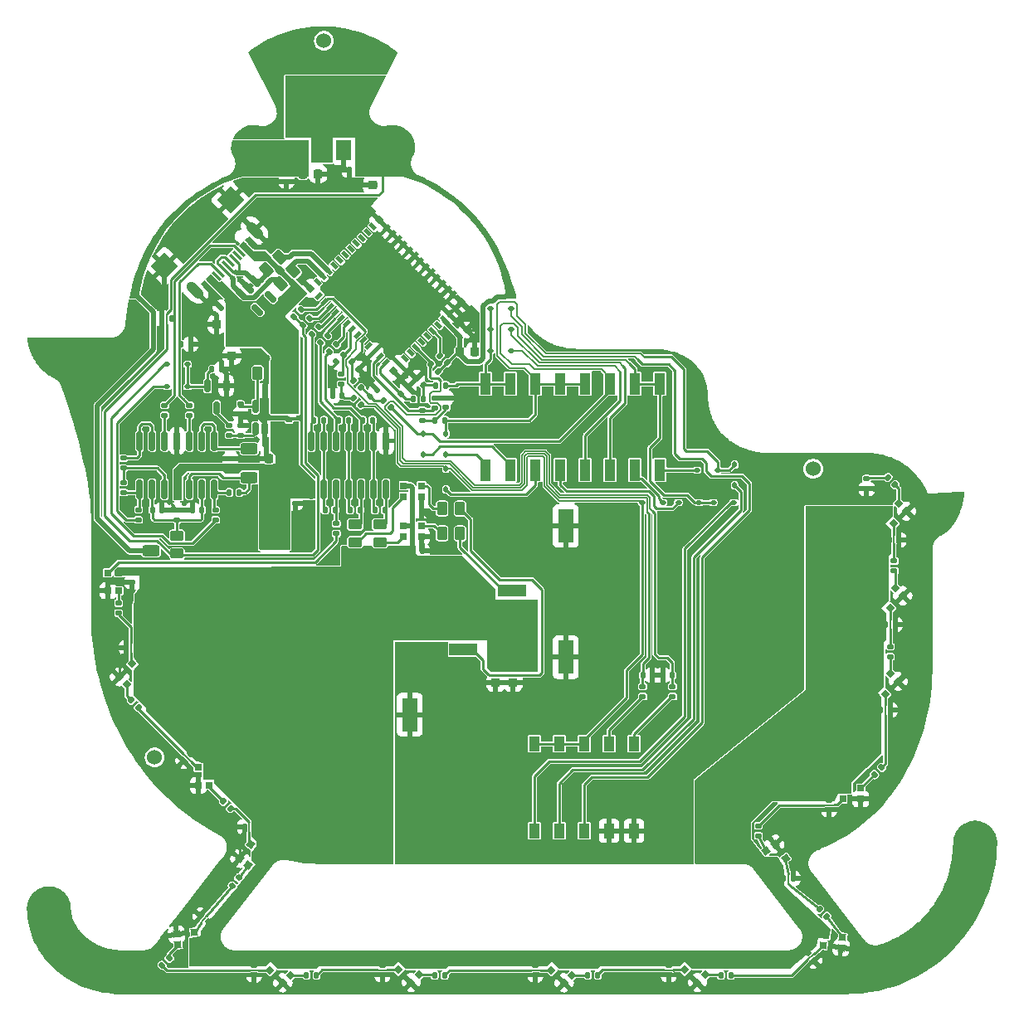
<source format=gbl>
G04 #@! TF.GenerationSoftware,KiCad,Pcbnew,7.0.9*
G04 #@! TF.CreationDate,2023-12-10T17:01:55-06:00*
G04 #@! TF.ProjectId,Sleigh_Controller_Ornament_2023,536c6569-6768-45f4-936f-6e74726f6c6c,rev?*
G04 #@! TF.SameCoordinates,Original*
G04 #@! TF.FileFunction,Copper,L4,Bot*
G04 #@! TF.FilePolarity,Positive*
%FSLAX46Y46*%
G04 Gerber Fmt 4.6, Leading zero omitted, Abs format (unit mm)*
G04 Created by KiCad (PCBNEW 7.0.9) date 2023-12-10 17:01:55*
%MOMM*%
%LPD*%
G01*
G04 APERTURE LIST*
G04 Aperture macros list*
%AMRoundRect*
0 Rectangle with rounded corners*
0 $1 Rounding radius*
0 $2 $3 $4 $5 $6 $7 $8 $9 X,Y pos of 4 corners*
0 Add a 4 corners polygon primitive as box body*
4,1,4,$2,$3,$4,$5,$6,$7,$8,$9,$2,$3,0*
0 Add four circle primitives for the rounded corners*
1,1,$1+$1,$2,$3*
1,1,$1+$1,$4,$5*
1,1,$1+$1,$6,$7*
1,1,$1+$1,$8,$9*
0 Add four rect primitives between the rounded corners*
20,1,$1+$1,$2,$3,$4,$5,0*
20,1,$1+$1,$4,$5,$6,$7,0*
20,1,$1+$1,$6,$7,$8,$9,0*
20,1,$1+$1,$8,$9,$2,$3,0*%
%AMHorizOval*
0 Thick line with rounded ends*
0 $1 width*
0 $2 $3 position (X,Y) of the first rounded end (center of the circle)*
0 $4 $5 position (X,Y) of the second rounded end (center of the circle)*
0 Add line between two ends*
20,1,$1,$2,$3,$4,$5,0*
0 Add two circle primitives to create the rounded ends*
1,1,$1,$2,$3*
1,1,$1,$4,$5*%
%AMRotRect*
0 Rectangle, with rotation*
0 The origin of the aperture is its center*
0 $1 length*
0 $2 width*
0 $3 Rotation angle, in degrees counterclockwise*
0 Add horizontal line*
21,1,$1,$2,0,0,$3*%
G04 Aperture macros list end*
G04 #@! TA.AperFunction,SMDPad,CuDef*
%ADD10RotRect,0.400000X0.800000X45.000000*%
G04 #@! TD*
G04 #@! TA.AperFunction,SMDPad,CuDef*
%ADD11RotRect,0.400000X0.800000X135.000000*%
G04 #@! TD*
G04 #@! TA.AperFunction,SMDPad,CuDef*
%ADD12RotRect,1.450000X1.450000X135.000000*%
G04 #@! TD*
G04 #@! TA.AperFunction,SMDPad,CuDef*
%ADD13RotRect,0.700000X0.700000X135.000000*%
G04 #@! TD*
G04 #@! TA.AperFunction,SMDPad,CuDef*
%ADD14RotRect,0.300000X1.078000X45.000000*%
G04 #@! TD*
G04 #@! TA.AperFunction,SMDPad,CuDef*
%ADD15RotRect,0.300000X1.150000X45.000000*%
G04 #@! TD*
G04 #@! TA.AperFunction,SMDPad,CuDef*
%ADD16RotRect,2.000000X2.000000X45.000000*%
G04 #@! TD*
G04 #@! TA.AperFunction,ComponentPad*
%ADD17HorizOval,1.000000X-0.388909X0.388909X0.388909X-0.388909X0*%
G04 #@! TD*
G04 #@! TA.AperFunction,SMDPad,CuDef*
%ADD18R,2.920000X1.270000*%
G04 #@! TD*
G04 #@! TA.AperFunction,SMDPad,CuDef*
%ADD19R,1.650000X3.430000*%
G04 #@! TD*
G04 #@! TA.AperFunction,WasherPad*
%ADD20C,1.524000*%
G04 #@! TD*
G04 #@! TA.AperFunction,SMDPad,CuDef*
%ADD21RoundRect,0.135000X0.185000X-0.135000X0.185000X0.135000X-0.185000X0.135000X-0.185000X-0.135000X0*%
G04 #@! TD*
G04 #@! TA.AperFunction,SMDPad,CuDef*
%ADD22RoundRect,0.112500X-0.112500X0.187500X-0.112500X-0.187500X0.112500X-0.187500X0.112500X0.187500X0*%
G04 #@! TD*
G04 #@! TA.AperFunction,SMDPad,CuDef*
%ADD23RoundRect,0.250000X-0.625000X0.312500X-0.625000X-0.312500X0.625000X-0.312500X0.625000X0.312500X0*%
G04 #@! TD*
G04 #@! TA.AperFunction,SMDPad,CuDef*
%ADD24RoundRect,0.135000X0.135000X0.185000X-0.135000X0.185000X-0.135000X-0.185000X0.135000X-0.185000X0*%
G04 #@! TD*
G04 #@! TA.AperFunction,SMDPad,CuDef*
%ADD25RotRect,0.700000X0.700000X225.000000*%
G04 #@! TD*
G04 #@! TA.AperFunction,SMDPad,CuDef*
%ADD26RotRect,0.700000X0.700000X45.000000*%
G04 #@! TD*
G04 #@! TA.AperFunction,SMDPad,CuDef*
%ADD27RoundRect,0.225000X-0.225000X-0.250000X0.225000X-0.250000X0.225000X0.250000X-0.225000X0.250000X0*%
G04 #@! TD*
G04 #@! TA.AperFunction,SMDPad,CuDef*
%ADD28RoundRect,0.140000X-0.170000X0.140000X-0.170000X-0.140000X0.170000X-0.140000X0.170000X0.140000X0*%
G04 #@! TD*
G04 #@! TA.AperFunction,SMDPad,CuDef*
%ADD29RoundRect,0.140000X-0.220122X0.006812X-0.048894X-0.214731X0.220122X-0.006812X0.048894X0.214731X0*%
G04 #@! TD*
G04 #@! TA.AperFunction,SMDPad,CuDef*
%ADD30RoundRect,0.150000X-0.468458X0.256326X0.256326X-0.468458X0.468458X-0.256326X-0.256326X0.468458X0*%
G04 #@! TD*
G04 #@! TA.AperFunction,SMDPad,CuDef*
%ADD31RoundRect,0.250000X0.262500X0.450000X-0.262500X0.450000X-0.262500X-0.450000X0.262500X-0.450000X0*%
G04 #@! TD*
G04 #@! TA.AperFunction,SMDPad,CuDef*
%ADD32RoundRect,0.135000X-0.035355X0.226274X-0.226274X0.035355X0.035355X-0.226274X0.226274X-0.035355X0*%
G04 #@! TD*
G04 #@! TA.AperFunction,SMDPad,CuDef*
%ADD33RoundRect,0.140000X-0.140000X-0.170000X0.140000X-0.170000X0.140000X0.170000X-0.140000X0.170000X0*%
G04 #@! TD*
G04 #@! TA.AperFunction,SMDPad,CuDef*
%ADD34RoundRect,0.135000X-0.185000X0.135000X-0.185000X-0.135000X0.185000X-0.135000X0.185000X0.135000X0*%
G04 #@! TD*
G04 #@! TA.AperFunction,SMDPad,CuDef*
%ADD35RotRect,0.700000X0.700000X52.200000*%
G04 #@! TD*
G04 #@! TA.AperFunction,SMDPad,CuDef*
%ADD36RotRect,0.700000X0.700000X232.200000*%
G04 #@! TD*
G04 #@! TA.AperFunction,SMDPad,CuDef*
%ADD37RoundRect,0.135000X0.035355X-0.226274X0.226274X-0.035355X-0.035355X0.226274X-0.226274X0.035355X0*%
G04 #@! TD*
G04 #@! TA.AperFunction,SMDPad,CuDef*
%ADD38RoundRect,0.250000X-0.132583X0.503814X-0.503814X0.132583X0.132583X-0.503814X0.503814X-0.132583X0*%
G04 #@! TD*
G04 #@! TA.AperFunction,SMDPad,CuDef*
%ADD39RoundRect,0.140000X0.140000X0.170000X-0.140000X0.170000X-0.140000X-0.170000X0.140000X-0.170000X0*%
G04 #@! TD*
G04 #@! TA.AperFunction,SMDPad,CuDef*
%ADD40RoundRect,0.135000X-0.226274X-0.035355X-0.035355X-0.226274X0.226274X0.035355X0.035355X0.226274X0*%
G04 #@! TD*
G04 #@! TA.AperFunction,SMDPad,CuDef*
%ADD41RoundRect,0.135000X0.226274X0.035355X0.035355X0.226274X-0.226274X-0.035355X-0.035355X-0.226274X0*%
G04 #@! TD*
G04 #@! TA.AperFunction,SMDPad,CuDef*
%ADD42RoundRect,0.135000X-0.135000X-0.185000X0.135000X-0.185000X0.135000X0.185000X-0.135000X0.185000X0*%
G04 #@! TD*
G04 #@! TA.AperFunction,SMDPad,CuDef*
%ADD43RoundRect,0.112500X-0.187500X-0.112500X0.187500X-0.112500X0.187500X0.112500X-0.187500X0.112500X0*%
G04 #@! TD*
G04 #@! TA.AperFunction,SMDPad,CuDef*
%ADD44RoundRect,0.250000X-0.450000X0.262500X-0.450000X-0.262500X0.450000X-0.262500X0.450000X0.262500X0*%
G04 #@! TD*
G04 #@! TA.AperFunction,SMDPad,CuDef*
%ADD45RoundRect,0.135000X0.063436X-0.220059X0.228921X-0.006717X-0.063436X0.220059X-0.228921X0.006717X0*%
G04 #@! TD*
G04 #@! TA.AperFunction,SMDPad,CuDef*
%ADD46RotRect,0.700000X0.700000X307.700000*%
G04 #@! TD*
G04 #@! TA.AperFunction,SMDPad,CuDef*
%ADD47RotRect,0.700000X0.700000X127.700000*%
G04 #@! TD*
G04 #@! TA.AperFunction,SMDPad,CuDef*
%ADD48RoundRect,0.150000X0.150000X-0.512500X0.150000X0.512500X-0.150000X0.512500X-0.150000X-0.512500X0*%
G04 #@! TD*
G04 #@! TA.AperFunction,SMDPad,CuDef*
%ADD49RotRect,0.700000X0.700000X315.000000*%
G04 #@! TD*
G04 #@! TA.AperFunction,SMDPad,CuDef*
%ADD50RoundRect,0.225000X-0.250000X0.225000X-0.250000X-0.225000X0.250000X-0.225000X0.250000X0.225000X0*%
G04 #@! TD*
G04 #@! TA.AperFunction,SMDPad,CuDef*
%ADD51RoundRect,0.112500X0.187500X0.112500X-0.187500X0.112500X-0.187500X-0.112500X0.187500X-0.112500X0*%
G04 #@! TD*
G04 #@! TA.AperFunction,SMDPad,CuDef*
%ADD52RoundRect,0.140000X-0.021213X0.219203X-0.219203X0.021213X0.021213X-0.219203X0.219203X-0.021213X0*%
G04 #@! TD*
G04 #@! TA.AperFunction,SMDPad,CuDef*
%ADD53R,1.100000X1.500000*%
G04 #@! TD*
G04 #@! TA.AperFunction,SMDPad,CuDef*
%ADD54R,0.700000X0.700000*%
G04 #@! TD*
G04 #@! TA.AperFunction,SMDPad,CuDef*
%ADD55R,1.500000X2.000000*%
G04 #@! TD*
G04 #@! TA.AperFunction,SMDPad,CuDef*
%ADD56R,3.800000X2.000000*%
G04 #@! TD*
G04 #@! TA.AperFunction,SMDPad,CuDef*
%ADD57RoundRect,0.140000X0.219203X0.021213X0.021213X0.219203X-0.219203X-0.021213X-0.021213X-0.219203X0*%
G04 #@! TD*
G04 #@! TA.AperFunction,SMDPad,CuDef*
%ADD58RoundRect,0.250000X0.450000X-0.262500X0.450000X0.262500X-0.450000X0.262500X-0.450000X-0.262500X0*%
G04 #@! TD*
G04 #@! TA.AperFunction,SMDPad,CuDef*
%ADD59RoundRect,0.150000X0.150000X-0.825000X0.150000X0.825000X-0.150000X0.825000X-0.150000X-0.825000X0*%
G04 #@! TD*
G04 #@! TA.AperFunction,SMDPad,CuDef*
%ADD60RoundRect,0.140000X0.214816X0.048519X-0.006428X0.220133X-0.214816X-0.048519X0.006428X-0.220133X0*%
G04 #@! TD*
G04 #@! TA.AperFunction,SMDPad,CuDef*
%ADD61RoundRect,0.225000X0.225000X0.250000X-0.225000X0.250000X-0.225000X-0.250000X0.225000X-0.250000X0*%
G04 #@! TD*
G04 #@! TA.AperFunction,SMDPad,CuDef*
%ADD62RoundRect,0.140000X0.021213X-0.219203X0.219203X-0.021213X-0.021213X0.219203X-0.219203X0.021213X0*%
G04 #@! TD*
G04 #@! TA.AperFunction,SMDPad,CuDef*
%ADD63RoundRect,0.150000X-0.150000X0.825000X-0.150000X-0.825000X0.150000X-0.825000X0.150000X0.825000X0*%
G04 #@! TD*
G04 #@! TA.AperFunction,SMDPad,CuDef*
%ADD64RoundRect,0.250000X-0.262500X-0.450000X0.262500X-0.450000X0.262500X0.450000X-0.262500X0.450000X0*%
G04 #@! TD*
G04 #@! TA.AperFunction,SMDPad,CuDef*
%ADD65RoundRect,0.150000X-0.150000X0.512500X-0.150000X-0.512500X0.150000X-0.512500X0.150000X0.512500X0*%
G04 #@! TD*
G04 #@! TA.AperFunction,SMDPad,CuDef*
%ADD66RotRect,0.700000X0.700000X172.700000*%
G04 #@! TD*
G04 #@! TA.AperFunction,SMDPad,CuDef*
%ADD67RotRect,0.700000X0.700000X352.700000*%
G04 #@! TD*
G04 #@! TA.AperFunction,SMDPad,CuDef*
%ADD68R,1.100000X2.200000*%
G04 #@! TD*
G04 #@! TA.AperFunction,SMDPad,CuDef*
%ADD69RoundRect,0.140000X0.170000X-0.140000X0.170000X0.140000X-0.170000X0.140000X-0.170000X-0.140000X0*%
G04 #@! TD*
G04 #@! TA.AperFunction,SMDPad,CuDef*
%ADD70RotRect,0.700000X0.700000X7.200000*%
G04 #@! TD*
G04 #@! TA.AperFunction,SMDPad,CuDef*
%ADD71RotRect,0.700000X0.700000X187.200000*%
G04 #@! TD*
G04 #@! TA.AperFunction,SMDPad,CuDef*
%ADD72RoundRect,0.250000X0.625000X-0.312500X0.625000X0.312500X-0.625000X0.312500X-0.625000X-0.312500X0*%
G04 #@! TD*
G04 #@! TA.AperFunction,ViaPad*
%ADD73C,0.560000*%
G04 #@! TD*
G04 #@! TA.AperFunction,Conductor*
%ADD74C,0.127000*%
G04 #@! TD*
G04 #@! TA.AperFunction,Conductor*
%ADD75C,0.254000*%
G04 #@! TD*
G04 #@! TA.AperFunction,Conductor*
%ADD76C,0.508000*%
G04 #@! TD*
G04 #@! TA.AperFunction,Conductor*
%ADD77C,0.250000*%
G04 #@! TD*
G04 #@! TA.AperFunction,Conductor*
%ADD78C,1.160000*%
G04 #@! TD*
G04 APERTURE END LIST*
D10*
X147458169Y-61359610D03*
X146892484Y-61925295D03*
X146326798Y-62490981D03*
X145761113Y-63056666D03*
X145195427Y-63622352D03*
X144629742Y-64188037D03*
X144064057Y-64753722D03*
X143498371Y-65319408D03*
X142932686Y-65885093D03*
X142367000Y-66450779D03*
X141801315Y-67016464D03*
D11*
X140387101Y-66875043D03*
X139821416Y-66309357D03*
X139255730Y-65743672D03*
X138690045Y-65177987D03*
X138124360Y-64612301D03*
X137558674Y-64046616D03*
X136992989Y-63480930D03*
X136427303Y-62915245D03*
X135861618Y-62349559D03*
X135295932Y-61783874D03*
X134730247Y-61218189D03*
X134164562Y-60652503D03*
X133598876Y-60086818D03*
D10*
X133457455Y-58672604D03*
X134023140Y-58106919D03*
X134588826Y-57541233D03*
X135154511Y-56975548D03*
X135720197Y-56409862D03*
X136285882Y-55844177D03*
X136851567Y-55278492D03*
X137417253Y-54712806D03*
X137982938Y-54147121D03*
X138548624Y-53581435D03*
X139114309Y-53015750D03*
D11*
X140528523Y-53157171D03*
X141094208Y-53722857D03*
X141659894Y-54288542D03*
X142225579Y-54854227D03*
X142791264Y-55419913D03*
X143356950Y-55985598D03*
X143922635Y-56551284D03*
X144488321Y-57116969D03*
X145054006Y-57682655D03*
X145619692Y-58248340D03*
X146185377Y-58814025D03*
X146751062Y-59379711D03*
X147316748Y-59945396D03*
D12*
X140457812Y-60016107D03*
X140457812Y-57223035D03*
X141854348Y-58619571D03*
X143250884Y-60016107D03*
X141854348Y-61412643D03*
X140457812Y-62809179D03*
X139061276Y-61412643D03*
X137664740Y-60016107D03*
X139061276Y-58619571D03*
D13*
X148165276Y-60723214D03*
X141164919Y-67723571D03*
X132750348Y-59309000D03*
X139750705Y-52308643D03*
D14*
X122020910Y-59209323D03*
X122586595Y-58643638D03*
D15*
X123480378Y-57698943D03*
X124187485Y-56991836D03*
X124541038Y-56638283D03*
X125248145Y-55931176D03*
D14*
X126192840Y-55037393D03*
X126758525Y-54471708D03*
X126546393Y-54683840D03*
X125980708Y-55249525D03*
D15*
X125601699Y-55577623D03*
X124894592Y-56284730D03*
X123833932Y-57345390D03*
X123126825Y-58052497D03*
D14*
X122798727Y-58431506D03*
X122233042Y-58997191D03*
D16*
X117841202Y-57037798D03*
D17*
X120917116Y-59477317D03*
X127026519Y-53367914D03*
D16*
X124587000Y-50292000D03*
D18*
X148336000Y-93187000D03*
X148336000Y-96187000D03*
X148336000Y-99187000D03*
D19*
X142856000Y-102822000D03*
X142856000Y-89412000D03*
D18*
X153289000Y-93187000D03*
X153289000Y-90187000D03*
X153289000Y-87187000D03*
D19*
X158769000Y-83552000D03*
X158769000Y-96962000D03*
D20*
X134112000Y-34036000D03*
X184023000Y-77724000D03*
X116840000Y-107188000D03*
D21*
X123063000Y-82934999D03*
X123063000Y-81914999D03*
D22*
X176022000Y-77309000D03*
X176022000Y-79409000D03*
D23*
X129413000Y-85344000D03*
X129413000Y-88269000D03*
D24*
X140335000Y-81915000D03*
X139315000Y-81915000D03*
D25*
X192770183Y-81264183D03*
X193548000Y-82042000D03*
D26*
X192253995Y-83336005D03*
X191476178Y-82558188D03*
D27*
X147955000Y-65786000D03*
X149505000Y-65786000D03*
D28*
X155702000Y-128425000D03*
X155702000Y-129385000D03*
D29*
X183515000Y-127127000D03*
X184102066Y-127886574D03*
D30*
X125735581Y-59896083D03*
X126407332Y-59224332D03*
X127079083Y-58552581D03*
X128687751Y-60161249D03*
X128016000Y-60833000D03*
X127344249Y-61504751D03*
D31*
X148002000Y-84328000D03*
X146177000Y-84328000D03*
D24*
X134114000Y-72771000D03*
X133094000Y-72771000D03*
D32*
X136103248Y-66080752D03*
X135382000Y-66802000D03*
D33*
X191417000Y-93599000D03*
X192377000Y-93599000D03*
D34*
X189484000Y-78738000D03*
X189484000Y-79758000D03*
D35*
X126386380Y-118158984D03*
X125517210Y-117484786D03*
D36*
X126638830Y-116038802D03*
X127508000Y-116713000D03*
D37*
X141986000Y-70104000D03*
X142707248Y-69382752D03*
D21*
X144145000Y-72771001D03*
X144145000Y-71751001D03*
D38*
X130957470Y-57510530D03*
X129667000Y-58801000D03*
D39*
X129103000Y-69721001D03*
X128143000Y-69721001D03*
D40*
X136926376Y-66822376D03*
X137647624Y-67543624D03*
D41*
X137881248Y-69428248D03*
X137160000Y-68707000D03*
D21*
X113665000Y-80139000D03*
X113665000Y-79119000D03*
D42*
X124456001Y-80137000D03*
X125476001Y-80137000D03*
D43*
X166590000Y-81153000D03*
X168690000Y-81153000D03*
D39*
X129159000Y-75311000D03*
X128199000Y-75311000D03*
D44*
X119126000Y-84558500D03*
X119126000Y-86383500D03*
D28*
X114554000Y-88321000D03*
X114554000Y-89281000D03*
D34*
X124460000Y-73275001D03*
X124460000Y-74295001D03*
D43*
X151130000Y-61341000D03*
X153230000Y-61341000D03*
D45*
X124782417Y-120290979D03*
X125407583Y-119485021D03*
D28*
X130556000Y-71783000D03*
X130556000Y-72743000D03*
D41*
X137881248Y-71206248D03*
X137160000Y-70485000D03*
D42*
X119503001Y-65024000D03*
X120523001Y-65024000D03*
D46*
X179239560Y-116713000D03*
X180109906Y-116040321D03*
D47*
X181229000Y-117488260D03*
X180358654Y-118160939D03*
D48*
X129032000Y-73658001D03*
X128082000Y-73658001D03*
X127132000Y-73658001D03*
X127132000Y-71383001D03*
X129032000Y-71383001D03*
D21*
X113665000Y-77664500D03*
X113665000Y-76644500D03*
D37*
X117602000Y-128397000D03*
X118323248Y-127675752D03*
D41*
X140929248Y-71460248D03*
X140208000Y-70739000D03*
D33*
X181020000Y-119550000D03*
X181980000Y-119550000D03*
D13*
X130683000Y-129413000D03*
X129905183Y-130190817D03*
D49*
X128611178Y-128896812D03*
X129388995Y-128118995D03*
D41*
X146664624Y-66908624D03*
X145943376Y-66187376D03*
D24*
X123702000Y-67564000D03*
X122682000Y-67564000D03*
D50*
X153416000Y-98018000D03*
X153416000Y-99568000D03*
D51*
X172373000Y-81153000D03*
X170273000Y-81153000D03*
D22*
X144272000Y-74134000D03*
X144272000Y-76234000D03*
D33*
X143157000Y-86106000D03*
X144117000Y-86106000D03*
D50*
X139065000Y-47231000D03*
X139065000Y-48781000D03*
D13*
X159385000Y-129413000D03*
X158607183Y-130190817D03*
D49*
X157313178Y-128896812D03*
X158090995Y-128118995D03*
D41*
X145755248Y-67777248D03*
X145034000Y-67056000D03*
D34*
X192278000Y-87120000D03*
X192278000Y-88140000D03*
D52*
X120481411Y-106848589D03*
X119802589Y-107527411D03*
D41*
X124587000Y-112395000D03*
X123865752Y-111673752D03*
D24*
X133354000Y-129413000D03*
X132334000Y-129413000D03*
D52*
X124291411Y-60620589D03*
X123612589Y-61299411D03*
D43*
X173829000Y-81153000D03*
X175929000Y-81153000D03*
D34*
X117856000Y-71241002D03*
X117856000Y-72261002D03*
D24*
X144272000Y-70612000D03*
X143252000Y-70612000D03*
D50*
X151638000Y-98018000D03*
X151638000Y-99568000D03*
D53*
X165735000Y-114681000D03*
X163195000Y-114681000D03*
X160655000Y-114681000D03*
X158115000Y-114681000D03*
X155575000Y-114681000D03*
X155575000Y-105781000D03*
X158115000Y-105781000D03*
X160655000Y-105781000D03*
X163195000Y-105781000D03*
X165735000Y-105781000D03*
D31*
X148002000Y-81788000D03*
X146177000Y-81788000D03*
D24*
X146562000Y-69215000D03*
X145542000Y-69215000D03*
D54*
X188875000Y-110321000D03*
X188875000Y-111421000D03*
X187045000Y-111421000D03*
X187045000Y-110321000D03*
D33*
X191798000Y-84963000D03*
X192758000Y-84963000D03*
D24*
X146431001Y-129413000D03*
X145411001Y-129413000D03*
D13*
X172989817Y-129397183D03*
X172212000Y-130175000D03*
D49*
X170917995Y-128880995D03*
X171695812Y-128103178D03*
D28*
X169291000Y-128425000D03*
X169291000Y-129385000D03*
D39*
X169644000Y-98806000D03*
X168684000Y-98806000D03*
D24*
X175641001Y-129413000D03*
X174621001Y-129413000D03*
D21*
X135380000Y-84331999D03*
X135380000Y-83311999D03*
D51*
X120210000Y-69342000D03*
X118110000Y-69342000D03*
D24*
X135257000Y-81915000D03*
X134237000Y-81915000D03*
D50*
X124714000Y-64630000D03*
X124714000Y-66180000D03*
D54*
X122385000Y-110034000D03*
X121285000Y-110034000D03*
X121285000Y-108204000D03*
X122385000Y-108204000D03*
D24*
X136654000Y-72771000D03*
X135634000Y-72771000D03*
D34*
X119126000Y-81914999D03*
X119126000Y-82934999D03*
D37*
X131064000Y-62189248D03*
X131785248Y-61468000D03*
D40*
X191643000Y-78613000D03*
X192364248Y-79334248D03*
D28*
X131191000Y-80264000D03*
X131191000Y-81224000D03*
D33*
X120706000Y-81915000D03*
X121666000Y-81915000D03*
D55*
X136144000Y-45212000D03*
X133844000Y-45212000D03*
D56*
X133844000Y-38912000D03*
D55*
X131544000Y-45212000D03*
D25*
X192389183Y-89900183D03*
X193167000Y-90678000D03*
D26*
X191872995Y-91972005D03*
X191095178Y-91194188D03*
D57*
X144230411Y-69173411D03*
X143551589Y-68494589D03*
D58*
X137287000Y-85217000D03*
X137287000Y-83392000D03*
D43*
X151096000Y-65659000D03*
X153196000Y-65659000D03*
D59*
X122936000Y-79824000D03*
X121666000Y-79824000D03*
X120396000Y-79824000D03*
X119126000Y-79824000D03*
X117856000Y-79824000D03*
X116586000Y-79824000D03*
X115316000Y-79824000D03*
X115316000Y-74874000D03*
X116586000Y-74874000D03*
X117856000Y-74874000D03*
X119126000Y-74874000D03*
X120396000Y-74874000D03*
X121666000Y-74874000D03*
X122936000Y-74874000D03*
D54*
X144070000Y-79460000D03*
X144070000Y-80560000D03*
X142240000Y-80560000D03*
X142240000Y-79460000D03*
D60*
X122301000Y-123952000D03*
X121542452Y-123363610D03*
D34*
X178435000Y-114173000D03*
X178435000Y-115193000D03*
D26*
X114021995Y-99719005D03*
X113244178Y-98941188D03*
D25*
X114538183Y-97647183D03*
X115316000Y-98425000D03*
D22*
X146558000Y-77724000D03*
X146558000Y-79824000D03*
D25*
X191921005Y-98654995D03*
X192698822Y-99432812D03*
D26*
X191404817Y-100726817D03*
X190627000Y-99949000D03*
D28*
X130302000Y-47427000D03*
X130302000Y-48387000D03*
D24*
X139067000Y-72771000D03*
X138047000Y-72771000D03*
D21*
X169672000Y-100967000D03*
X169672000Y-99947000D03*
D24*
X137797000Y-81915000D03*
X136777000Y-81915000D03*
D51*
X174278000Y-77851000D03*
X172178000Y-77851000D03*
D61*
X124714000Y-62992000D03*
X123164000Y-62992000D03*
D33*
X143129000Y-82042000D03*
X144089000Y-82042000D03*
D21*
X120396000Y-72265000D03*
X120396000Y-71245000D03*
X113157000Y-92459999D03*
X113157000Y-91439999D03*
D39*
X137640000Y-47244000D03*
X136680000Y-47244000D03*
D32*
X133583624Y-63266376D03*
X132862376Y-63987624D03*
D34*
X125603000Y-73277000D03*
X125603000Y-74297000D03*
D22*
X146558000Y-74134000D03*
X146558000Y-76234000D03*
D13*
X143783911Y-129397183D03*
X143006094Y-130175000D03*
D49*
X141712089Y-128880995D03*
X142489906Y-128103178D03*
D54*
X113157000Y-90170000D03*
X112057000Y-90170000D03*
X112057000Y-88340000D03*
X113157000Y-88340000D03*
D39*
X114907000Y-96012000D03*
X113947000Y-96012000D03*
D43*
X151096000Y-63500000D03*
X153196000Y-63500000D03*
D62*
X147996589Y-64220411D03*
X148675411Y-63541589D03*
D21*
X145415000Y-71504999D03*
X145415000Y-70484999D03*
D51*
X120210000Y-67056000D03*
X118110000Y-67056000D03*
D27*
X131940000Y-47625000D03*
X133490000Y-47625000D03*
D24*
X118620000Y-62357000D03*
X117600000Y-62357000D03*
D21*
X135890000Y-69091999D03*
X135890000Y-68071999D03*
D40*
X184678376Y-122702376D03*
X185399624Y-123423624D03*
D39*
X135961000Y-70231000D03*
X135001000Y-70231000D03*
D21*
X125603000Y-72138000D03*
X125603000Y-71118000D03*
D23*
X116459000Y-86106000D03*
X116459000Y-89031000D03*
D54*
X144070000Y-83524000D03*
X144070000Y-84624000D03*
X142240000Y-84624000D03*
X142240000Y-83524000D03*
D62*
X138852589Y-70316411D03*
X139531411Y-69637589D03*
D32*
X135361624Y-65044376D03*
X134640376Y-65765624D03*
D24*
X146435000Y-72771000D03*
X145415000Y-72771000D03*
D39*
X117602000Y-81915000D03*
X116642000Y-81915000D03*
D61*
X130048000Y-76708000D03*
X128498000Y-76708000D03*
D63*
X132840000Y-74874000D03*
X134110000Y-74874000D03*
X135380000Y-74874000D03*
X136650000Y-74874000D03*
X137920000Y-74874000D03*
X139190000Y-74874000D03*
X140460000Y-74874000D03*
X140460000Y-79824000D03*
X139190000Y-79824000D03*
X137920000Y-79824000D03*
X136650000Y-79824000D03*
X135380000Y-79824000D03*
X134110000Y-79824000D03*
X132840000Y-79824000D03*
D32*
X191008000Y-108204000D03*
X190286752Y-108925248D03*
D64*
X127334000Y-67943001D03*
X129159000Y-67943001D03*
D65*
X122240000Y-69220500D03*
X124140000Y-69220500D03*
X123190000Y-71495500D03*
D66*
X187028735Y-125526486D03*
X186888964Y-126617570D03*
D67*
X185073797Y-126385042D03*
X185213568Y-125293958D03*
D41*
X115189000Y-102067248D03*
X114467752Y-101346000D03*
D28*
X127000000Y-128425000D03*
X127000000Y-129385000D03*
D68*
X168402000Y-77851000D03*
X165862000Y-77851000D03*
X163322000Y-77851000D03*
X160782000Y-77851000D03*
X158242000Y-77851000D03*
X155702000Y-77851000D03*
X153162000Y-77851000D03*
X150622000Y-77851000D03*
X150622000Y-69051000D03*
X153162000Y-69051000D03*
X155702000Y-69051000D03*
X158242000Y-69051000D03*
X160782000Y-69051000D03*
X163322000Y-69051000D03*
X165862000Y-69051000D03*
X168402000Y-69051000D03*
D21*
X115189000Y-82933000D03*
X115189000Y-81913000D03*
D58*
X139827000Y-85217000D03*
X139827000Y-83392000D03*
D69*
X124587000Y-77668000D03*
X124587000Y-76708000D03*
D32*
X134472624Y-64135000D03*
X133751376Y-64856248D03*
D33*
X190909000Y-102362000D03*
X191869000Y-102362000D03*
D34*
X191897000Y-95883000D03*
X191897000Y-96903000D03*
D28*
X140081000Y-128425000D03*
X140081000Y-129385000D03*
X185674000Y-111562000D03*
X185674000Y-112522000D03*
D37*
X131953000Y-63078248D03*
X132674248Y-62357000D03*
D69*
X146558000Y-71445000D03*
X146558000Y-70485000D03*
D38*
X129560470Y-56113530D03*
X128270000Y-57404000D03*
D39*
X126972000Y-114300000D03*
X126012000Y-114300000D03*
D24*
X162052000Y-129413000D03*
X161032000Y-129413000D03*
D33*
X166680000Y-98806000D03*
X167640000Y-98806000D03*
D21*
X166624000Y-100967000D03*
X166624000Y-99947000D03*
D70*
X119215430Y-126340360D03*
X119077564Y-125249034D03*
D71*
X120893134Y-125019674D03*
X121031000Y-126111000D03*
D72*
X126492000Y-78613000D03*
X126492000Y-75688000D03*
D73*
X201955400Y-115773200D03*
X201701400Y-119557800D03*
X104698800Y-123291600D03*
X199821800Y-123647200D03*
X198018400Y-126136400D03*
X195605400Y-128244600D03*
X191592200Y-130022600D03*
X186893200Y-130657600D03*
X181203600Y-130657600D03*
X175361600Y-130657600D03*
X171069000Y-130657600D03*
X167208200Y-130657600D03*
X161848800Y-130657600D03*
X157226000Y-130657600D03*
X152095200Y-130657600D03*
X145516600Y-130657600D03*
X139268200Y-130657600D03*
X133451600Y-130657600D03*
X128143000Y-130657600D03*
X121843800Y-130657600D03*
X117043200Y-130657600D03*
X112293400Y-130657600D03*
X108635800Y-129336800D03*
X106248200Y-127254000D03*
X154051000Y-111887000D03*
X121920000Y-63119000D03*
X175895000Y-97155000D03*
X114046000Y-81407000D03*
X132080000Y-58674000D03*
X129540000Y-39116000D03*
X123799600Y-75057000D03*
X151612600Y-67132200D03*
X161544000Y-85471000D03*
X119253000Y-55626000D03*
X128270000Y-66421000D03*
X120624600Y-112496600D03*
X166878000Y-114681000D03*
X137947400Y-77546200D03*
X182524400Y-115976400D03*
X119253000Y-108077000D03*
X130556000Y-34417000D03*
X166243000Y-72771000D03*
X180975000Y-85471000D03*
X149606000Y-97917000D03*
X120523000Y-64135000D03*
X134874000Y-67437000D03*
X139065000Y-57150000D03*
X133350000Y-76708000D03*
X122555000Y-60833000D03*
X142875000Y-110998000D03*
X179959000Y-80899000D03*
X152273000Y-88392000D03*
X125476000Y-85344000D03*
X179959000Y-96647000D03*
X148209000Y-116205000D03*
X113340000Y-97850000D03*
X128143000Y-36068000D03*
X170180000Y-79248000D03*
X149098000Y-61595000D03*
X128082000Y-72390000D03*
X131699000Y-54229000D03*
X122936000Y-61849000D03*
X141859000Y-60020200D03*
X128778000Y-37465000D03*
X154051000Y-74320400D03*
X153162000Y-88392000D03*
X122783600Y-55829200D03*
X129540000Y-42545000D03*
X159512000Y-112395000D03*
X137668000Y-58547000D03*
X162179000Y-75438000D03*
X123698000Y-76708000D03*
X148336000Y-100457000D03*
X168656000Y-97790000D03*
X138811000Y-36449000D03*
X119507000Y-53340000D03*
X178689000Y-88011000D03*
X174117000Y-79756000D03*
X129286000Y-53340000D03*
X137033000Y-34417000D03*
X159766000Y-90043000D03*
X130302000Y-50673000D03*
X117602000Y-61341000D03*
X147193000Y-97917000D03*
X148336000Y-97917000D03*
X114554000Y-90043000D03*
X155829000Y-103251000D03*
X147447000Y-70485000D03*
X119126000Y-71374000D03*
X113620000Y-96870000D03*
X147828000Y-104013000D03*
X126111000Y-83185000D03*
X149606000Y-100457000D03*
X158750000Y-94488000D03*
X139954000Y-35052000D03*
X144145000Y-67945000D03*
X130302000Y-49022000D03*
X180594000Y-78232000D03*
X116459000Y-71120000D03*
X140462000Y-58623200D03*
X151384000Y-109093000D03*
X116459000Y-76708000D03*
X138007411Y-68113589D03*
X169418000Y-110744000D03*
X132715000Y-52070000D03*
X185674000Y-113715800D03*
X122047000Y-53213000D03*
X154178000Y-88392000D03*
X192600000Y-92660000D03*
X134874000Y-53594000D03*
X147193000Y-68072000D03*
X118160800Y-109753400D03*
X156972000Y-112522000D03*
X125984000Y-48895000D03*
X131826000Y-36322000D03*
X111887000Y-95631000D03*
X149479000Y-63500000D03*
X148615400Y-71831200D03*
X116713000Y-59817000D03*
X143332200Y-78282800D03*
X119888000Y-81280000D03*
X182854600Y-117246400D03*
X115951000Y-78359000D03*
X174498000Y-105410000D03*
X170688000Y-83566000D03*
X144907000Y-65659000D03*
X125222000Y-81788000D03*
X128397000Y-48895000D03*
X135255000Y-36322000D03*
X183464200Y-113461800D03*
X139065000Y-59994800D03*
X122428000Y-51181000D03*
X172593000Y-73787000D03*
X143129000Y-114554000D03*
X126492000Y-66180000D03*
X136652000Y-50673000D03*
X143510000Y-67183000D03*
X167640000Y-97790000D03*
X154178000Y-85979000D03*
X133477000Y-48641000D03*
X120142000Y-61214000D03*
X134239000Y-84836000D03*
X141859000Y-57150000D03*
X159385000Y-75946000D03*
X125530000Y-116430000D03*
X113919000Y-74295000D03*
X137922000Y-48768000D03*
X122656600Y-113284000D03*
X140462000Y-76708000D03*
X111125000Y-90170000D03*
X190169800Y-111410000D03*
X123952000Y-114427000D03*
X116205000Y-83820000D03*
X119126000Y-72517000D03*
X124716000Y-72138000D03*
X184023000Y-114935000D03*
X124206000Y-54102000D03*
X134874000Y-86995000D03*
X147066000Y-100457000D03*
X143256000Y-107061000D03*
X136652000Y-48260000D03*
X156413200Y-70764400D03*
X108966000Y-70104000D03*
X124739400Y-115646200D03*
X146812000Y-65024000D03*
X146024600Y-83007200D03*
X122047000Y-71501000D03*
X123215400Y-64922400D03*
X114554000Y-104394000D03*
X193830000Y-90010000D03*
X149479000Y-64643000D03*
X179959000Y-91948000D03*
X153162000Y-85979000D03*
X192030000Y-101430000D03*
X144907000Y-82677000D03*
X152146000Y-85979000D03*
X132207000Y-81280000D03*
X194513200Y-79984600D03*
X145542000Y-86106000D03*
X153162000Y-82931000D03*
X181559200Y-113944400D03*
X118554500Y-77152500D03*
X162306000Y-112268000D03*
X140462000Y-55753000D03*
X120904000Y-83820000D03*
X169037000Y-75819000D03*
X122555000Y-85217000D03*
X190270000Y-79790000D03*
X193300000Y-98810000D03*
X181102000Y-115392200D03*
X135864600Y-78054200D03*
X120269000Y-110109000D03*
X125730000Y-58547000D03*
X121996200Y-64998600D03*
X133477000Y-50673000D03*
X143256000Y-58547000D03*
X193421000Y-86156800D03*
X175006000Y-91948000D03*
X164084000Y-93345000D03*
X128778000Y-54991000D03*
X125870000Y-115110000D03*
X140462000Y-61417200D03*
X151892000Y-101727000D03*
D74*
X155702000Y-69051000D02*
X155702000Y-68580000D01*
X155702000Y-68580000D02*
X154559000Y-67437000D01*
X166386000Y-65929000D02*
X166751000Y-66294000D01*
X151765000Y-66167000D02*
X151765000Y-60960000D01*
X154559000Y-67437000D02*
X153035000Y-67437000D01*
X154686000Y-62992000D02*
X154686000Y-63881000D01*
X154686000Y-63881000D02*
X156734000Y-65929000D01*
X153035000Y-67437000D02*
X151765000Y-66167000D01*
X151765000Y-60960000D02*
X152019000Y-60706000D01*
X152019000Y-60706000D02*
X153543000Y-60706000D01*
X153543000Y-60706000D02*
X153797000Y-60960000D01*
X153797000Y-60960000D02*
X153797000Y-62103000D01*
X153797000Y-62103000D02*
X154686000Y-62992000D01*
X156734000Y-65929000D02*
X166386000Y-65929000D01*
X153924000Y-64135000D02*
X153924000Y-63327448D01*
X152400000Y-62865000D02*
X152146000Y-63119000D01*
X164881000Y-66583000D02*
X156372000Y-66583000D01*
X156372000Y-66583000D02*
X153924000Y-64135000D01*
X165227000Y-66929000D02*
X164881000Y-66583000D01*
X153461552Y-62865000D02*
X152400000Y-62865000D01*
X155067000Y-67056000D02*
X155575000Y-67564000D01*
X152146000Y-65938400D02*
X153263600Y-67056000D01*
X152146000Y-63119000D02*
X152146000Y-65938400D01*
X153263600Y-67056000D02*
X155067000Y-67056000D01*
X153924000Y-63327448D02*
X153461552Y-62865000D01*
X155575000Y-67564000D02*
X162433000Y-67564000D01*
X162433000Y-67564000D02*
X163322000Y-68453000D01*
D75*
X150622000Y-69051000D02*
X150622000Y-67030600D01*
X150622000Y-67030600D02*
X151096000Y-66556600D01*
X151096000Y-66556600D02*
X151096000Y-65659000D01*
X124894592Y-56289192D02*
X125425200Y-56819800D01*
X124894592Y-56284730D02*
X124894592Y-56289192D01*
D76*
X126143000Y-57690000D02*
X125450600Y-57690000D01*
X125450600Y-57690000D02*
X125200000Y-57690000D01*
D75*
X125425200Y-56819800D02*
X125425200Y-57664600D01*
X125425200Y-57664600D02*
X125450600Y-57690000D01*
X124541038Y-56638283D02*
X124011355Y-56108600D01*
X124011355Y-56108600D02*
X123647200Y-56108600D01*
X123266200Y-56489600D02*
X123647200Y-56108600D01*
X123266200Y-56769000D02*
X123266200Y-56489600D01*
X123833932Y-57336732D02*
X123266200Y-56769000D01*
X123833932Y-57345390D02*
X123833932Y-57336732D01*
X158769000Y-94507000D02*
X158750000Y-94488000D01*
X143551589Y-68494589D02*
X143595411Y-68494589D01*
D76*
X144070000Y-86059000D02*
X144117000Y-86106000D01*
D75*
X141819464Y-67016464D02*
X143297589Y-68494589D01*
D76*
X144117000Y-86106000D02*
X146685000Y-86106000D01*
X128209000Y-72517000D02*
X130330000Y-72517000D01*
X136680000Y-47244000D02*
X136680000Y-48232000D01*
D75*
X161986000Y-96962000D02*
X162179000Y-97155000D01*
D76*
X120523001Y-65024000D02*
X123037000Y-65024000D01*
X127127000Y-72499501D02*
X127972499Y-72499501D01*
D75*
X143551589Y-68538411D02*
X142707248Y-69382752D01*
X158769000Y-96962000D02*
X161986000Y-96962000D01*
D76*
X147955000Y-62987811D02*
X147955000Y-62992000D01*
D75*
X192900000Y-84896000D02*
X192833000Y-84963000D01*
D76*
X144089000Y-80579000D02*
X144070000Y-80560000D01*
X131191000Y-81224000D02*
X132151000Y-81224000D01*
D75*
X147193000Y-85598000D02*
X147162500Y-85567500D01*
D76*
X123164000Y-62992000D02*
X123164000Y-62077000D01*
D75*
X165735000Y-114681000D02*
X166878000Y-114681000D01*
D76*
X114554000Y-89281000D02*
X112268000Y-89281000D01*
X124587000Y-76708000D02*
X123698000Y-76708000D01*
X125603000Y-73277000D02*
X125603000Y-72138000D01*
X128082000Y-73658001D02*
X128082000Y-72390000D01*
D75*
X137647624Y-67351778D02*
X139255730Y-65743672D01*
X146558000Y-70485000D02*
X145415000Y-70484999D01*
X161544000Y-86868000D02*
X161225000Y-87187000D01*
X146050000Y-80772000D02*
X145542000Y-80264000D01*
X145542000Y-78867000D02*
X145034000Y-78359000D01*
D76*
X124140000Y-68002000D02*
X123702000Y-67564000D01*
D75*
X141164919Y-67723571D02*
X141164919Y-67840423D01*
D76*
X117600000Y-61343000D02*
X117602000Y-61341000D01*
D75*
X149505000Y-65786000D02*
X149505000Y-64669000D01*
X148675411Y-63541589D02*
X149437411Y-63541589D01*
D76*
X128029000Y-66180000D02*
X128270000Y-66421000D01*
D75*
X148336000Y-99187000D02*
X148336000Y-97790000D01*
D76*
X132151000Y-81224000D02*
X132207000Y-81280000D01*
D77*
X158769000Y-83552000D02*
X158769000Y-87168000D01*
D75*
X181102000Y-115392200D02*
X180758027Y-115392200D01*
D76*
X123584000Y-66180000D02*
X123164000Y-65760000D01*
X128143000Y-54991000D02*
X128016000Y-55118000D01*
X128082000Y-72995502D02*
X128082000Y-73658001D01*
D75*
X141164919Y-67840423D02*
X142707248Y-69382752D01*
D76*
X132080000Y-58674000D02*
X132715000Y-59309000D01*
D75*
X147132000Y-80772000D02*
X146050000Y-80772000D01*
D76*
X124587000Y-76708000D02*
X128498000Y-76708000D01*
D75*
X161417000Y-99187000D02*
X161798000Y-98806000D01*
X147193000Y-80772000D02*
X149225000Y-80772000D01*
D76*
X123164000Y-65760000D02*
X123164000Y-64897000D01*
D75*
X167640000Y-98806000D02*
X167640000Y-97790000D01*
D76*
X123164000Y-62077000D02*
X122936000Y-61849000D01*
D75*
X125517210Y-117484786D02*
X125517210Y-116442790D01*
X145034000Y-78359000D02*
X141097000Y-78359000D01*
D76*
X128082000Y-73658001D02*
X128082000Y-75311000D01*
X124587000Y-50292000D02*
X125984000Y-48895000D01*
D75*
X149437411Y-63541589D02*
X149479000Y-63500000D01*
D77*
X158769000Y-87168000D02*
X158750000Y-87187000D01*
D76*
X125603000Y-72138000D02*
X124716000Y-72138000D01*
D75*
X135001000Y-70231000D02*
X135001000Y-67564000D01*
X191869000Y-102362000D02*
X191869000Y-101591000D01*
D76*
X144070000Y-84624000D02*
X144070000Y-86059000D01*
X119253000Y-76454000D02*
X119507000Y-76708000D01*
D75*
X192698822Y-99411178D02*
X193300000Y-98810000D01*
D76*
X144089000Y-82042000D02*
X144272000Y-82042000D01*
X127024395Y-55118000D02*
X126542858Y-54636463D01*
D75*
X147162500Y-83439000D02*
X147162500Y-83049500D01*
X128236983Y-67149984D02*
X128270000Y-67183001D01*
X118491000Y-77216000D02*
X118491001Y-81280000D01*
X153416000Y-99568000D02*
X151638000Y-99568000D01*
X137647624Y-67543624D02*
X137647624Y-67351778D01*
D76*
X146892484Y-61925295D02*
X147703095Y-62735905D01*
X120344000Y-110034000D02*
X120269000Y-110109000D01*
D75*
X135001000Y-67564000D02*
X134874000Y-67437000D01*
D76*
X130330000Y-72517000D02*
X130556000Y-72743000D01*
X146685000Y-86106000D02*
X147193000Y-85598000D01*
X124140000Y-71562000D02*
X124140000Y-69220500D01*
D75*
X193167000Y-90678000D02*
X193167000Y-90673000D01*
X126012000Y-114968000D02*
X125870000Y-115110000D01*
D76*
X117841202Y-61101798D02*
X117602000Y-61341000D01*
X128082000Y-69782001D02*
X128143000Y-69721001D01*
D75*
X192377000Y-93599000D02*
X192377000Y-92883000D01*
D76*
X127972499Y-72499501D02*
X128082000Y-72390000D01*
D75*
X120706000Y-81915000D02*
X119126000Y-81914999D01*
D76*
X148125822Y-62992000D02*
X148675411Y-63541589D01*
X144089000Y-82042000D02*
X144089000Y-80579000D01*
D75*
X192698822Y-99432812D02*
X192698822Y-99411178D01*
D76*
X119126000Y-74874000D02*
X119126000Y-76327000D01*
X124714000Y-66180000D02*
X128029000Y-66180000D01*
D75*
X193167000Y-90673000D02*
X193830000Y-90010000D01*
X161225000Y-87187000D02*
X158750000Y-87187000D01*
D76*
X124716000Y-72138000D02*
X124140000Y-71562000D01*
D75*
X161798000Y-97155000D02*
X161798000Y-87122000D01*
X128270000Y-67183001D02*
X128270000Y-68961000D01*
D76*
X117600000Y-62357000D02*
X117600000Y-61343000D01*
D75*
X192833000Y-84963000D02*
X192758000Y-84963000D01*
X151638000Y-99568000D02*
X148717000Y-99568000D01*
X190169800Y-111410000D02*
X190158800Y-111421000D01*
D76*
X140457812Y-60016107D02*
X141854348Y-58619571D01*
D75*
X118491001Y-81280000D02*
X118745001Y-81533999D01*
D76*
X123037000Y-65024000D02*
X123164000Y-64897000D01*
X147955000Y-62992000D02*
X148125822Y-62992000D01*
D75*
X191869000Y-101591000D02*
X192030000Y-101430000D01*
X148336000Y-99187000D02*
X142856000Y-99187000D01*
X147162500Y-80802500D02*
X147193000Y-80772000D01*
D76*
X147055000Y-82942000D02*
X147066000Y-82931000D01*
D75*
X118745001Y-81533999D02*
X119126000Y-81914999D01*
X137647624Y-67753802D02*
X137647624Y-67543624D01*
X141801315Y-67016464D02*
X141819464Y-67016464D01*
D76*
X136144000Y-46990000D02*
X136398000Y-47244000D01*
D75*
X168684000Y-98806000D02*
X168684000Y-97818000D01*
D76*
X117841202Y-57037798D02*
X117841202Y-61101798D01*
X140457812Y-60016107D02*
X139061276Y-58619571D01*
D75*
X153416000Y-99568000D02*
X156163000Y-99568000D01*
D76*
X127127000Y-72499501D02*
X127585999Y-72499501D01*
X140457812Y-62809179D02*
X141854348Y-61412643D01*
X112268000Y-89281000D02*
X112057000Y-89492000D01*
X147703095Y-62608905D02*
X147703095Y-62735905D01*
X147458169Y-61359610D02*
X148201559Y-62103000D01*
D75*
X143551589Y-68494589D02*
X143551589Y-68538411D01*
D76*
X148209000Y-62103000D02*
X147703095Y-62608905D01*
D75*
X148336000Y-99187000D02*
X148336000Y-100711000D01*
X158750000Y-87187000D02*
X153289000Y-87187000D01*
X121542452Y-123363610D02*
X121466390Y-123363610D01*
X180758027Y-115392200D02*
X180109906Y-116040321D01*
D76*
X122134046Y-59045275D02*
X122555000Y-59466229D01*
X128082000Y-72390000D02*
X128082000Y-70739000D01*
D75*
X161798000Y-98806000D02*
X161798000Y-97155000D01*
D76*
X136144000Y-45212000D02*
X136144000Y-46990000D01*
D75*
X162179000Y-97155000D02*
X161798000Y-97155000D01*
D77*
X142856000Y-99187000D02*
X142856000Y-102822000D01*
D76*
X130302000Y-48387000D02*
X130302000Y-49022000D01*
D75*
X141097000Y-78359000D02*
X140716000Y-77978000D01*
D76*
X127585999Y-72499501D02*
X128082000Y-72995502D01*
D75*
X113244178Y-97945822D02*
X113340000Y-97850000D01*
D76*
X128082000Y-70739000D02*
X128082000Y-69149000D01*
X120523001Y-65024000D02*
X120523000Y-64135000D01*
X114554000Y-89281000D02*
X114554000Y-90043000D01*
X139065000Y-48781000D02*
X137935000Y-48781000D01*
D75*
X168684000Y-97818000D02*
X168656000Y-97790000D01*
X143595411Y-68494589D02*
X144145000Y-67945000D01*
D76*
X121285000Y-110034000D02*
X120344000Y-110034000D01*
X128082000Y-69149000D02*
X128270000Y-68961000D01*
D75*
X145542000Y-80264000D02*
X145542000Y-78867000D01*
D76*
X128082000Y-72390000D02*
X128209000Y-72517000D01*
X124140000Y-69220500D02*
X124140000Y-68002000D01*
X125964501Y-72499501D02*
X125603000Y-72138000D01*
D75*
X190238000Y-79758000D02*
X190270000Y-79790000D01*
D76*
X123146178Y-60833000D02*
X123612589Y-61299411D01*
D75*
X147162500Y-83439000D02*
X147162500Y-80802500D01*
X118364000Y-81915000D02*
X118745001Y-81533999D01*
X119253000Y-76454000D02*
X118491000Y-77216000D01*
D76*
X128270000Y-67116967D02*
X128236983Y-67149984D01*
X140457812Y-62809179D02*
X139061276Y-61412643D01*
X119507000Y-76708000D02*
X123698000Y-76708000D01*
D75*
X117602000Y-81915000D02*
X118364000Y-81915000D01*
D76*
X132715000Y-59309000D02*
X132750348Y-59309000D01*
D75*
X113244178Y-98941188D02*
X113244178Y-97945822D01*
X139531411Y-69637589D02*
X137647624Y-67753802D01*
X149505000Y-64669000D02*
X149479000Y-64643000D01*
D76*
X122555000Y-60833000D02*
X123146178Y-60833000D01*
D75*
X135382000Y-66929000D02*
X134874000Y-67437000D01*
D76*
X124714000Y-66180000D02*
X123584000Y-66180000D01*
X137935000Y-48781000D02*
X137922000Y-48768000D01*
X128199000Y-75311000D02*
X128199000Y-76409000D01*
X127127000Y-72499501D02*
X125964501Y-72499501D01*
D75*
X113947000Y-96543000D02*
X113620000Y-96870000D01*
X190158800Y-111421000D02*
X188875000Y-111421000D01*
D76*
X112057000Y-89492000D02*
X112057000Y-90170000D01*
X128016000Y-55118000D02*
X127024395Y-55118000D01*
X128778000Y-54991000D02*
X128143000Y-54991000D01*
D75*
X192377000Y-92883000D02*
X192600000Y-92660000D01*
D76*
X144272000Y-82042000D02*
X145172000Y-82942000D01*
D75*
X161798000Y-87122000D02*
X161544000Y-86868000D01*
D76*
X119126000Y-74874000D02*
X119126000Y-72517000D01*
D75*
X147162500Y-80802500D02*
X147132000Y-80772000D01*
D76*
X119802589Y-107527411D02*
X119253000Y-108077000D01*
D75*
X140460000Y-74874000D02*
X140460000Y-76706000D01*
D76*
X136398000Y-47244000D02*
X136680000Y-47244000D01*
X123164000Y-64897000D02*
X123164000Y-62992000D01*
X128199000Y-76409000D02*
X128498000Y-76708000D01*
X119126000Y-76327000D02*
X119253000Y-76454000D01*
D75*
X185674000Y-113715800D02*
X185674000Y-112522000D01*
X147162500Y-83049500D02*
X147055000Y-82942000D01*
D76*
X147703095Y-62735905D02*
X147955000Y-62987811D01*
X133490000Y-48628000D02*
X133477000Y-48641000D01*
X126407332Y-59224332D02*
X125730000Y-58547000D01*
X133490000Y-47625000D02*
X133490000Y-48628000D01*
D75*
X135382000Y-66802000D02*
X135382000Y-66929000D01*
X158769000Y-96962000D02*
X158769000Y-94507000D01*
X126012000Y-114300000D02*
X126012000Y-114968000D01*
D76*
X128082000Y-70739000D02*
X128082000Y-69782001D01*
X136680000Y-48232000D02*
X136652000Y-48260000D01*
X112057000Y-90170000D02*
X111125000Y-90170000D01*
X128270000Y-66421000D02*
X128270000Y-67116967D01*
D75*
X113947000Y-96012000D02*
X113947000Y-96543000D01*
X125517210Y-116442790D02*
X125530000Y-116430000D01*
D76*
X128199000Y-75311000D02*
X128082000Y-75311000D01*
X145172000Y-82942000D02*
X147055000Y-82942000D01*
D75*
X165735000Y-114681000D02*
X163195000Y-114681000D01*
X140460000Y-76706000D02*
X140462000Y-76708000D01*
D76*
X122555000Y-59466229D02*
X122555000Y-60833000D01*
X148201559Y-62103000D02*
X148209000Y-62103000D01*
X141854348Y-61412643D02*
X143250884Y-60016107D01*
D75*
X147162500Y-85567500D02*
X147162500Y-83439000D01*
X143297589Y-68494589D02*
X143551589Y-68494589D01*
X146558000Y-70485000D02*
X147447000Y-70485000D01*
X189484000Y-79758000D02*
X190238000Y-79758000D01*
X148717000Y-99568000D02*
X148336000Y-99187000D01*
D76*
X139061276Y-61412643D02*
X137664740Y-60016107D01*
X124714000Y-62992000D02*
X124714000Y-64630000D01*
X124714000Y-61043178D02*
X124714000Y-62992000D01*
X127749000Y-64630000D02*
X124714000Y-64630000D01*
X129032000Y-69792001D02*
X129103000Y-69721001D01*
X131064000Y-59309000D02*
X130683000Y-59690000D01*
X124291411Y-60620589D02*
X124714000Y-61043178D01*
X126880684Y-55872316D02*
X126880683Y-55872316D01*
X124291411Y-60071269D02*
X122699731Y-58479589D01*
X127227779Y-56219411D02*
X127508000Y-56219411D01*
X129103000Y-67999001D02*
X129159000Y-67943001D01*
X129159000Y-67943001D02*
X129159000Y-66040000D01*
X127227779Y-56219411D02*
X126880684Y-55872316D01*
X131064000Y-58934400D02*
X131064000Y-59055000D01*
X126880683Y-55872316D02*
X126093844Y-55085477D01*
X128349011Y-56219411D02*
X131064000Y-58934400D01*
X124291411Y-60620589D02*
X124291411Y-60071269D01*
X131064000Y-59055000D02*
X131064000Y-59309000D01*
X127508000Y-56219411D02*
X128349011Y-56219411D01*
X129032000Y-71383001D02*
X129032000Y-69792001D01*
X129159000Y-66040000D02*
X127749000Y-64630000D01*
X129103000Y-69721001D02*
X129103000Y-67999001D01*
D75*
X145500411Y-69173411D02*
X145542000Y-69215000D01*
X144272000Y-69215000D02*
X144230411Y-69173411D01*
X144230411Y-69173411D02*
X145500411Y-69173411D01*
X144272000Y-70612000D02*
X144272000Y-69215000D01*
X146558000Y-71445000D02*
X146558000Y-71628000D01*
X146558000Y-71628000D02*
X145415000Y-72771000D01*
X144145000Y-72771001D02*
X145415000Y-72771000D01*
X139275178Y-70739000D02*
X140208000Y-70739000D01*
X137881248Y-69428248D02*
X137964426Y-69428248D01*
X137964426Y-69428248D02*
X138852589Y-70316411D01*
X138852589Y-70316411D02*
X139275178Y-70739000D01*
X137160000Y-70485000D02*
X136215000Y-70485000D01*
X135890000Y-70160000D02*
X135961000Y-70231000D01*
X136215000Y-70485000D02*
X135961000Y-70231000D01*
X135890000Y-69091999D02*
X135890000Y-70160000D01*
X146558000Y-74134000D02*
X146558000Y-72894000D01*
X170815000Y-67564000D02*
X170815000Y-75692000D01*
X155702000Y-72136000D02*
X155067000Y-72771000D01*
X170815000Y-75692000D02*
X171069000Y-75946000D01*
X155702000Y-69051000D02*
X155702000Y-72136000D01*
X175480000Y-77851000D02*
X176022000Y-77309000D01*
X155702000Y-69051000D02*
X158242000Y-69051000D01*
X174278000Y-77851000D02*
X175480000Y-77851000D01*
X158242000Y-69051000D02*
X160782000Y-69051000D01*
X169545000Y-66294000D02*
X170815000Y-67564000D01*
X146435000Y-72771000D02*
X155067000Y-72771000D01*
X173228000Y-75946000D02*
X174278000Y-76996000D01*
X171069000Y-75946000D02*
X173228000Y-75946000D01*
X174278000Y-76996000D02*
X174278000Y-77851000D01*
X166751000Y-66294000D02*
X169545000Y-66294000D01*
X146558000Y-72894000D02*
X146435000Y-72771000D01*
X147738000Y-69051000D02*
X150622000Y-69051000D01*
X151096000Y-65659000D02*
X151096000Y-63500000D01*
X150622000Y-69051000D02*
X153162000Y-69051000D01*
X147574000Y-69215000D02*
X147701000Y-69215000D01*
X151096000Y-61375000D02*
X151130000Y-61341000D01*
X151096000Y-63500000D02*
X151096000Y-61375000D01*
X146562000Y-69215000D02*
X147574000Y-69215000D01*
X147574000Y-69215000D02*
X147738000Y-69051000D01*
X145127000Y-74134000D02*
X145923000Y-74930000D01*
X165862000Y-69051000D02*
X168402000Y-69051000D01*
X158115000Y-74930000D02*
X163322000Y-69723000D01*
X171958000Y-81153000D02*
X172373000Y-81153000D01*
X143603000Y-74134000D02*
X144272000Y-74134000D01*
X167386000Y-75565000D02*
X167386000Y-78994000D01*
X163322000Y-69723000D02*
X163322000Y-69051000D01*
X145923000Y-74930000D02*
X158115000Y-74930000D01*
X140929248Y-71460248D02*
X143603000Y-74134000D01*
X165227000Y-66929000D02*
X165862000Y-67564000D01*
X165862000Y-67564000D02*
X165862000Y-69051000D01*
X168402000Y-69051000D02*
X168402000Y-74549000D01*
X168783000Y-80391000D02*
X171196000Y-80391000D01*
X168402000Y-74549000D02*
X167386000Y-75565000D01*
X163322000Y-69051000D02*
X163322000Y-68453000D01*
X163322000Y-69051000D02*
X163322000Y-68326000D01*
X172373000Y-81153000D02*
X173829000Y-81153000D01*
X171196000Y-80391000D02*
X171958000Y-81153000D01*
X167386000Y-78994000D02*
X168783000Y-80391000D01*
X144272000Y-74134000D02*
X145127000Y-74134000D01*
X160655000Y-105410000D02*
X164973000Y-101092000D01*
D74*
X156591000Y-79480210D02*
X156591000Y-76581000D01*
D75*
X158115000Y-105781000D02*
X160655000Y-105781000D01*
D74*
X137881248Y-71206248D02*
X138049000Y-71374000D01*
X158136790Y-81026000D02*
X156591000Y-79480210D01*
X154940000Y-76454000D02*
X154813000Y-76581000D01*
X156464000Y-76454000D02*
X154940000Y-76454000D01*
D75*
X166463000Y-81026000D02*
X166590000Y-81153000D01*
D74*
X141605000Y-77089000D02*
X141986000Y-77470000D01*
X154813000Y-76581000D02*
X154813000Y-79375000D01*
X139319000Y-71374000D02*
X141605000Y-73660000D01*
X141986000Y-77470000D02*
X146304000Y-77470000D01*
D75*
X155575000Y-105781000D02*
X158115000Y-105781000D01*
X160655000Y-105781000D02*
X160655000Y-105410000D01*
X164973000Y-101092000D02*
X164973000Y-98298000D01*
D74*
X154305000Y-79883000D02*
X149225000Y-79883000D01*
X166463000Y-81026000D02*
X158136790Y-81026000D01*
X138049000Y-71374000D02*
X139319000Y-71374000D01*
X154813000Y-79375000D02*
X154305000Y-79883000D01*
X141605000Y-73660000D02*
X141605000Y-77089000D01*
D75*
X166590000Y-96681000D02*
X166590000Y-81153000D01*
D74*
X149225000Y-79883000D02*
X147066000Y-77724000D01*
X146304000Y-77470000D02*
X146558000Y-77724000D01*
X156591000Y-76581000D02*
X156464000Y-76454000D01*
D75*
X164973000Y-98298000D02*
X166590000Y-96681000D01*
D74*
X147066000Y-77724000D02*
X146558000Y-77724000D01*
D76*
X130957470Y-57510530D02*
X130957470Y-56855060D01*
X132431221Y-56515000D02*
X134023140Y-58106919D01*
X130957470Y-56855060D02*
X131297530Y-56515000D01*
X131297530Y-56515000D02*
X132431221Y-56515000D01*
X130927974Y-55753000D02*
X130567444Y-56113530D01*
X132800593Y-55753000D02*
X130927974Y-55753000D01*
X130567444Y-56113530D02*
X129560470Y-56113530D01*
X134588826Y-57541233D02*
X132800593Y-55753000D01*
X126971271Y-60226729D02*
X128778000Y-58420000D01*
X124890000Y-59050502D02*
X124890000Y-58400000D01*
D75*
X123835390Y-57345390D02*
X124730000Y-58240000D01*
D76*
X129286000Y-58420000D02*
X129667000Y-58801000D01*
X125735581Y-59896083D02*
X126066227Y-60226729D01*
X124730000Y-58240000D02*
X124890000Y-58400000D01*
X128778000Y-58420000D02*
X129286000Y-58420000D01*
X126066227Y-60226729D02*
X126971271Y-60226729D01*
X125735581Y-59896083D02*
X124890000Y-59050502D01*
D75*
X123833932Y-57345390D02*
X123835390Y-57345390D01*
D76*
X128270000Y-57912000D02*
X128270000Y-57404000D01*
X127079083Y-58552581D02*
X127629419Y-58552581D01*
X125200000Y-57690000D02*
X125130000Y-57620000D01*
X127005581Y-58552581D02*
X126143000Y-57690000D01*
D75*
X125120000Y-57630000D02*
X125130000Y-57620000D01*
X124187485Y-56997485D02*
X124820000Y-57630000D01*
D76*
X127079083Y-58552581D02*
X127005581Y-58552581D01*
D75*
X124187485Y-56991836D02*
X124187485Y-56997485D01*
X124820000Y-57630000D02*
X125120000Y-57630000D01*
D76*
X127629419Y-58552581D02*
X128270000Y-57912000D01*
D75*
X139192000Y-66938773D02*
X139821416Y-66309357D01*
X145168998Y-71751001D02*
X145415000Y-71504999D01*
X142744001Y-71751001D02*
X139192000Y-68199000D01*
X144145000Y-71751001D02*
X142744001Y-71751001D01*
X139192000Y-68199000D02*
X139192000Y-66938773D01*
X144145000Y-71751001D02*
X145168998Y-71751001D01*
X142494000Y-70612000D02*
X141986000Y-70104000D01*
X143252000Y-70612000D02*
X142494000Y-70612000D01*
X139827000Y-67435144D02*
X140387101Y-66875043D01*
X139827000Y-67945000D02*
X139827000Y-67435144D01*
X141986000Y-70104000D02*
X139827000Y-67945000D01*
X137938781Y-64797880D02*
X137938781Y-65769219D01*
X136926376Y-66781624D02*
X136926376Y-66822376D01*
X137938781Y-65769219D02*
X136926376Y-66781624D01*
X136926376Y-66822376D02*
X136926376Y-68473376D01*
X136926376Y-68473376D02*
X137160000Y-68707000D01*
X138124360Y-64612301D02*
X137938781Y-64797880D01*
X136103248Y-66080752D02*
X136017000Y-66167000D01*
X136017000Y-67944999D02*
X135890000Y-68071999D01*
X136017000Y-66167000D02*
X136017000Y-67944999D01*
X136992989Y-63480930D02*
X136779000Y-63694919D01*
X136103248Y-66080752D02*
X136779000Y-65405000D01*
X136779000Y-63694919D02*
X136779000Y-65405000D01*
D77*
X150368000Y-98171000D02*
X150368000Y-97282000D01*
X150368000Y-97282000D02*
X149273000Y-96187000D01*
X150876000Y-98679000D02*
X150368000Y-98171000D01*
X151130000Y-98806000D02*
X151003000Y-98806000D01*
D75*
X152019000Y-89027000D02*
X149098000Y-86106000D01*
X154051000Y-98806000D02*
X151003000Y-98806000D01*
X149098000Y-86106000D02*
X149098000Y-82884000D01*
D77*
X149273000Y-96187000D02*
X148336000Y-96187000D01*
D75*
X154051000Y-98806000D02*
X156083000Y-98806000D01*
X149098000Y-82884000D02*
X148002000Y-81788000D01*
X156337000Y-90043000D02*
X155321000Y-89027000D01*
X155321000Y-89027000D02*
X152019000Y-89027000D01*
X156337000Y-98552000D02*
X156337000Y-90043000D01*
X156083000Y-98806000D02*
X156337000Y-98552000D01*
X151003000Y-98806000D02*
X150876000Y-98679000D01*
X148002000Y-85779052D02*
X148002000Y-84328000D01*
X152409948Y-90187000D02*
X148002000Y-85779052D01*
X153289000Y-90187000D02*
X152409948Y-90187000D01*
X122550435Y-56769000D02*
X121285000Y-56769000D01*
X123480378Y-57698943D02*
X122550435Y-56769000D01*
X119380000Y-58674000D02*
X119380000Y-65024000D01*
X119763000Y-70612000D02*
X120396000Y-71245000D01*
X119380000Y-70231000D02*
X119761000Y-70612000D01*
X119761000Y-70612000D02*
X119763000Y-70612000D01*
X119503001Y-65024000D02*
X119380000Y-65024000D01*
X119380000Y-65024000D02*
X119380000Y-70231000D01*
X121285000Y-56769000D02*
X119380000Y-58674000D01*
X118872000Y-59944000D02*
X118872000Y-62357000D01*
X118872000Y-58547000D02*
X118872000Y-59944000D01*
X125601699Y-55577623D02*
X124927182Y-54903106D01*
X118620000Y-62357000D02*
X118872000Y-62357000D01*
X118872000Y-59436000D02*
X118872000Y-59944000D01*
X117861998Y-71241002D02*
X117856000Y-71241002D01*
X122515894Y-54903106D02*
X118872000Y-58547000D01*
X118872000Y-70231000D02*
X117861998Y-71241002D01*
X118872000Y-62357000D02*
X118872000Y-70231000D01*
X124927182Y-54903106D02*
X122515894Y-54903106D01*
D74*
X140335000Y-71374000D02*
X140335000Y-71649790D01*
X167386000Y-81788000D02*
X167640000Y-82042000D01*
X154051000Y-79375000D02*
X154305000Y-79121000D01*
D75*
X145034000Y-67056000D02*
X145034000Y-67310000D01*
X168275000Y-97028000D02*
X167894000Y-96647000D01*
D74*
X146050000Y-68707000D02*
X146050000Y-69723000D01*
X146050000Y-69723000D02*
X145923000Y-69850000D01*
D75*
X167894000Y-82296000D02*
X167640000Y-82042000D01*
X145034000Y-67056000D02*
X145034000Y-66855037D01*
X169644000Y-97508000D02*
X169164000Y-97028000D01*
D74*
X146050000Y-71355931D02*
X146050000Y-71686988D01*
D75*
X169672000Y-98834000D02*
X169644000Y-98806000D01*
X167894000Y-96647000D02*
X167894000Y-82296000D01*
D74*
X141224000Y-70866000D02*
X140843000Y-70866000D01*
D75*
X145034000Y-66855037D02*
X143498371Y-65319408D01*
D74*
X142494000Y-76962000D02*
X147066000Y-76962000D01*
X167132000Y-80391000D02*
X167386000Y-80645000D01*
X145923000Y-69850000D02*
X145161000Y-69850000D01*
X167386000Y-80645000D02*
X167386000Y-81788000D01*
X146050000Y-71686988D02*
X145525487Y-72211501D01*
X156718000Y-75946000D02*
X157099000Y-76327000D01*
X142113000Y-73427790D02*
X142113000Y-76581000D01*
X163576000Y-80391000D02*
X167132000Y-80391000D01*
X140843000Y-70866000D02*
X140335000Y-71374000D01*
X145525487Y-72211501D02*
X142569501Y-72211501D01*
X145161000Y-69850000D02*
X144904500Y-70106500D01*
D75*
X169644000Y-98806000D02*
X169644000Y-97508000D01*
D74*
X144904500Y-70863500D02*
X145034000Y-70993000D01*
X163576000Y-80391000D02*
X163703000Y-80391000D01*
X149479000Y-79375000D02*
X154051000Y-79375000D01*
X145034000Y-70993000D02*
X145687069Y-70993000D01*
X154686000Y-75946000D02*
X156718000Y-75946000D01*
D75*
X169672000Y-99947000D02*
X169672000Y-98834000D01*
X145034000Y-67310000D02*
X144907000Y-67437000D01*
D74*
X140335000Y-71649790D02*
X142113000Y-73427790D01*
X158242000Y-80391000D02*
X163576000Y-80391000D01*
D75*
X144907000Y-68326000D02*
X145034000Y-68453000D01*
X144907000Y-67437000D02*
X144907000Y-68326000D01*
X145796000Y-68453000D02*
X146050000Y-68707000D01*
X169164000Y-97028000D02*
X168275000Y-97028000D01*
D74*
X157099000Y-79248000D02*
X158242000Y-80391000D01*
X154305000Y-76327000D02*
X154686000Y-75946000D01*
X142569501Y-72211501D02*
X141224000Y-70866000D01*
X157099000Y-76327000D02*
X157099000Y-79248000D01*
X142113000Y-76581000D02*
X142494000Y-76962000D01*
X145687069Y-70993000D02*
X146050000Y-71355931D01*
X147066000Y-76962000D02*
X149479000Y-79375000D01*
D75*
X145034000Y-68453000D02*
X145796000Y-68453000D01*
D74*
X154305000Y-79121000D02*
X154305000Y-76327000D01*
X144904500Y-70106500D02*
X144904500Y-70863500D01*
X146939000Y-77216000D02*
X142240000Y-77216000D01*
X141859000Y-73533000D02*
X139446000Y-71120000D01*
X136334500Y-67246500D02*
X136334500Y-66634248D01*
X156845000Y-76475790D02*
X156569210Y-76200000D01*
D75*
X135001000Y-60325000D02*
X138303000Y-63627000D01*
D74*
X138684000Y-71120000D02*
X136525000Y-68961000D01*
X156845000Y-79375000D02*
X156845000Y-76475790D01*
X158115000Y-80645000D02*
X156845000Y-79375000D01*
X141859000Y-76835000D02*
X141859000Y-73533000D01*
X138303000Y-63866376D02*
X138303000Y-63754000D01*
D75*
X134492065Y-60325000D02*
X135001000Y-60325000D01*
D74*
X154559000Y-79226210D02*
X154156210Y-79629000D01*
X137414000Y-65554748D02*
X137414000Y-64755376D01*
X149352000Y-79629000D02*
X146939000Y-77216000D01*
X167005000Y-80645000D02*
X158115000Y-80645000D01*
X167132000Y-80772000D02*
X167005000Y-80645000D01*
D75*
X134164562Y-60652503D02*
X134492065Y-60325000D01*
X138303000Y-63627000D02*
X138303000Y-63754000D01*
X167259000Y-82296000D02*
X167132000Y-82169000D01*
D74*
X154156210Y-79629000D02*
X149352000Y-79629000D01*
X142240000Y-77216000D02*
X141859000Y-76835000D01*
X156569210Y-76200000D02*
X154813000Y-76200000D01*
X136525000Y-68961000D02*
X136525000Y-67437000D01*
D75*
X167259000Y-97028000D02*
X167259000Y-82296000D01*
X133349065Y-61468000D02*
X131785248Y-61468000D01*
D74*
X154813000Y-76200000D02*
X154559000Y-76454000D01*
D75*
X134164562Y-60652503D02*
X133349065Y-61468000D01*
X166624000Y-99947000D02*
X166624000Y-98862000D01*
D74*
X167132000Y-82169000D02*
X167132000Y-80772000D01*
X136334500Y-66634248D02*
X137414000Y-65554748D01*
X139446000Y-71120000D02*
X138684000Y-71120000D01*
D75*
X166680000Y-97607000D02*
X167259000Y-97028000D01*
D74*
X137414000Y-64755376D02*
X138303000Y-63866376D01*
D75*
X166624000Y-98862000D02*
X166680000Y-98806000D01*
D74*
X154559000Y-76454000D02*
X154559000Y-79226210D01*
D75*
X166680000Y-98806000D02*
X166680000Y-97607000D01*
D74*
X136525000Y-67437000D02*
X136334500Y-67246500D01*
D76*
X110998000Y-82804000D02*
X114300000Y-86106000D01*
X115062000Y-60071000D02*
X116713000Y-61722000D01*
X110998000Y-71247000D02*
X110998000Y-82804000D01*
X116713000Y-61722000D02*
X116713000Y-65532000D01*
X131544000Y-47229000D02*
X131940000Y-47625000D01*
X130302000Y-47427000D02*
X129365500Y-47427000D01*
X131742000Y-47427000D02*
X131940000Y-47625000D01*
X131544000Y-45212000D02*
X131544000Y-47229000D01*
X114300000Y-86106000D02*
X116459000Y-86106000D01*
X116713000Y-65532000D02*
X110998000Y-71247000D01*
X127325000Y-47427000D02*
X127254000Y-47498000D01*
X129365500Y-47427000D02*
X127325000Y-47427000D01*
X130302000Y-47427000D02*
X131742000Y-47427000D01*
D75*
X131953000Y-64008000D02*
X132213000Y-64268000D01*
X117100192Y-85090000D02*
X114300000Y-85090000D01*
D76*
X150368000Y-66421000D02*
X150368000Y-61101968D01*
D75*
X119229500Y-86487000D02*
X119126000Y-86383500D01*
D76*
X149987000Y-66802000D02*
X150368000Y-66421000D01*
D75*
X139700000Y-49784000D02*
X140081000Y-49403000D01*
D76*
X147996589Y-64220411D02*
X147996589Y-65744411D01*
D75*
X146664624Y-66908624D02*
X146705376Y-66908624D01*
X114300000Y-85090000D02*
X111760000Y-82550000D01*
X132213000Y-64268000D02*
X132213000Y-77095000D01*
X132213000Y-77095000D02*
X133477000Y-78359000D01*
D76*
X150368000Y-61101968D02*
X150890968Y-60579000D01*
D74*
X118110000Y-62992000D02*
X118110000Y-61849000D01*
D75*
X133477000Y-85979000D02*
X132969000Y-86487000D01*
X146705376Y-66908624D02*
X147828000Y-65786000D01*
X118110000Y-61849000D02*
X118491000Y-61468000D01*
X118393692Y-86383500D02*
X117100192Y-85090000D01*
D76*
X147955000Y-65786000D02*
X147955000Y-66040000D01*
X151384000Y-60579000D02*
X151765000Y-60198000D01*
D75*
X140081000Y-49403000D02*
X140081000Y-47244000D01*
X133477000Y-78359000D02*
X133477000Y-85979000D01*
X118491000Y-61468000D02*
X118491000Y-58389184D01*
X111760000Y-82550000D02*
X111760000Y-71882000D01*
X145796000Y-67777248D02*
X146664624Y-66908624D01*
D76*
X147955000Y-66040000D02*
X148717000Y-66802000D01*
D75*
X145755248Y-67777248D02*
X145796000Y-67777248D01*
X147828000Y-65786000D02*
X147955000Y-65786000D01*
D76*
X146326798Y-62550620D02*
X147996589Y-64220411D01*
D75*
X132969000Y-86487000D02*
X119229500Y-86487000D01*
X119126000Y-86383500D02*
X118393692Y-86383500D01*
X140068000Y-47231000D02*
X139065000Y-47231000D01*
X118110000Y-65532000D02*
X118110000Y-62992000D01*
X140081000Y-47244000D02*
X140068000Y-47231000D01*
D76*
X148717000Y-66802000D02*
X149987000Y-66802000D01*
D75*
X131953000Y-63078248D02*
X131953000Y-64008000D01*
D76*
X133844000Y-45212000D02*
X133844000Y-38912000D01*
X146326798Y-62490981D02*
X146326798Y-62550620D01*
D75*
X127096184Y-49784000D02*
X139700000Y-49784000D01*
X111760000Y-71882000D02*
X118110000Y-65532000D01*
X118491000Y-58389184D02*
X127096184Y-49784000D01*
D76*
X152654000Y-60198000D02*
X152908000Y-59944000D01*
X151765000Y-60198000D02*
X152654000Y-60198000D01*
D75*
X131064000Y-62189248D02*
X131953000Y-63078248D01*
D76*
X147996589Y-65744411D02*
X147955000Y-65786000D01*
X150890968Y-60579000D02*
X151384000Y-60579000D01*
D75*
X122240000Y-69220500D02*
X122240000Y-68006000D01*
X122240000Y-68006000D02*
X122682000Y-67564000D01*
X122118500Y-69342000D02*
X122240000Y-69220500D01*
X120210000Y-69342000D02*
X122118500Y-69342000D01*
X120210000Y-69342000D02*
X120210000Y-67056000D01*
X116713000Y-69342000D02*
X118110000Y-69342000D01*
X113018000Y-82030000D02*
X113018000Y-73037000D01*
X113018000Y-73037000D02*
X116713000Y-69342000D01*
X115189000Y-82933000D02*
X113921000Y-82933000D01*
X113921000Y-82933000D02*
X113018000Y-82030000D01*
X118345000Y-85325000D02*
X120672999Y-85325000D01*
X120672999Y-85325000D02*
X123063000Y-82934999D01*
X118110000Y-67056000D02*
X117856000Y-67056000D01*
X112395000Y-82296000D02*
X114681000Y-84582000D01*
X117602000Y-84582000D02*
X118345000Y-85325000D01*
X114681000Y-84582000D02*
X117602000Y-84582000D01*
X112395000Y-72517000D02*
X112395000Y-82296000D01*
X117856000Y-67056000D02*
X112395000Y-72517000D01*
X123190000Y-71495500D02*
X123190000Y-72005001D01*
X123190000Y-72005001D02*
X124460000Y-73275001D01*
X122936000Y-81787999D02*
X123063000Y-81914999D01*
X122936000Y-79824000D02*
X122936000Y-81787999D01*
X124456001Y-80137000D02*
X123249000Y-80137000D01*
X123249000Y-80137000D02*
X122936000Y-79824000D01*
X117856000Y-79824000D02*
X117856000Y-78359000D01*
X113665000Y-77664500D02*
X113665000Y-79119000D01*
X117856000Y-78359000D02*
X117161500Y-77664500D01*
X117161500Y-77664500D02*
X113665000Y-77664500D01*
X116586000Y-79824000D02*
X116586000Y-81859000D01*
X121666000Y-82804000D02*
X121666000Y-81915000D01*
X119126000Y-82934999D02*
X116843999Y-82934999D01*
X116642000Y-82733000D02*
X116642000Y-81915000D01*
X121535001Y-82934999D02*
X121666000Y-82804000D01*
X119126000Y-82934999D02*
X119126000Y-84558500D01*
X116843999Y-82934999D02*
X116642000Y-82733000D01*
X119126000Y-82934999D02*
X121535001Y-82934999D01*
X121666000Y-79824000D02*
X121666000Y-81915000D01*
X116586000Y-81859000D02*
X116642000Y-81915000D01*
X123808000Y-78613000D02*
X123444000Y-78249000D01*
X126111000Y-80137000D02*
X126492000Y-79756000D01*
X120650000Y-78249000D02*
X120396000Y-78503000D01*
X125476001Y-80137000D02*
X126111000Y-80137000D01*
X126492000Y-78613000D02*
X123808000Y-78613000D01*
X120396000Y-78503000D02*
X120396000Y-79824000D01*
X123444000Y-78249000D02*
X120650000Y-78249000D01*
X126492000Y-79756000D02*
X126492000Y-78613000D01*
X150622000Y-77216000D02*
X150622000Y-77851000D01*
X146558000Y-76234000D02*
X149640000Y-76234000D01*
X149640000Y-76234000D02*
X150622000Y-77216000D01*
X158242000Y-77851000D02*
X158242000Y-79375000D01*
X167767000Y-81534000D02*
X168021000Y-81788000D01*
X158242000Y-79375000D02*
X158877000Y-80010000D01*
X167259000Y-80010000D02*
X167767000Y-80518000D01*
X167767000Y-80518000D02*
X167767000Y-81534000D01*
X168021000Y-81788000D02*
X169638000Y-81788000D01*
X158877000Y-80010000D02*
X167259000Y-80010000D01*
X169638000Y-81788000D02*
X170273000Y-81153000D01*
X165989000Y-78740000D02*
X165862000Y-78613000D01*
X165862000Y-78613000D02*
X165862000Y-77851000D01*
X168275000Y-80738000D02*
X168275000Y-80487184D01*
X166527816Y-78740000D02*
X165989000Y-78740000D01*
X168690000Y-81153000D02*
X168275000Y-80738000D01*
X168275000Y-80487184D02*
X166527816Y-78740000D01*
X151257000Y-75438000D02*
X153162000Y-77343000D01*
X145127000Y-76234000D02*
X145923000Y-75438000D01*
X144272000Y-76234000D02*
X145127000Y-76234000D01*
X153162000Y-77343000D02*
X153162000Y-77851000D01*
X145923000Y-75438000D02*
X151257000Y-75438000D01*
X146558000Y-79824000D02*
X147063768Y-80329768D01*
X155702000Y-79375000D02*
X155702000Y-77851000D01*
X147063768Y-80329768D02*
X154747232Y-80329768D01*
X154747232Y-80329768D02*
X155702000Y-79375000D01*
D74*
X163757000Y-67237000D02*
X155883000Y-67237000D01*
X154305000Y-65659000D02*
X153196000Y-65659000D01*
X164338000Y-67818000D02*
X163757000Y-67237000D01*
D75*
X164338000Y-70739000D02*
X160782000Y-74295000D01*
X160782000Y-74295000D02*
X160782000Y-77851000D01*
D74*
X155883000Y-67237000D02*
X154305000Y-65659000D01*
D75*
X164338000Y-67818000D02*
X164338000Y-70739000D01*
X168402000Y-77851000D02*
X172178000Y-77851000D01*
X155575000Y-114681000D02*
X155575000Y-109093000D01*
X157099000Y-107569000D02*
X166370000Y-107569000D01*
X155575000Y-109093000D02*
X157099000Y-107569000D01*
X175641000Y-81153000D02*
X175929000Y-81153000D01*
X170942000Y-102997000D02*
X170942000Y-85852000D01*
X170942000Y-85852000D02*
X175641000Y-81153000D01*
X166370000Y-107569000D02*
X170942000Y-102997000D01*
D74*
X156064000Y-66910000D02*
X164319000Y-66910000D01*
D75*
X164846000Y-67437000D02*
X164592000Y-67183000D01*
D74*
X153196000Y-63500000D02*
X153196000Y-64042000D01*
X164319000Y-66910000D02*
X164592000Y-67183000D01*
D75*
X163322000Y-72517000D02*
X164846000Y-70993000D01*
D74*
X153196000Y-64042000D02*
X156064000Y-66910000D01*
D75*
X163322000Y-77851000D02*
X163322000Y-72517000D01*
X164846000Y-70993000D02*
X164846000Y-67437000D01*
X171831000Y-86741000D02*
X176657000Y-81915000D01*
X176657000Y-80044000D02*
X176022000Y-79409000D01*
X176657000Y-81915000D02*
X176657000Y-80044000D01*
X158115000Y-114681000D02*
X158115000Y-109855000D01*
X159512000Y-108458000D02*
X166624000Y-108458000D01*
X166624000Y-108458000D02*
X171831000Y-103251000D01*
X171831000Y-103251000D02*
X171831000Y-86741000D01*
X158115000Y-109855000D02*
X159512000Y-108458000D01*
D74*
X154305000Y-64008000D02*
X156553000Y-66256000D01*
D75*
X177546000Y-79248000D02*
X177546000Y-81915000D01*
X176784000Y-78486000D02*
X177546000Y-79248000D01*
D74*
X156553000Y-66256000D02*
X163322000Y-66256000D01*
D75*
X169926000Y-76200000D02*
X170434000Y-76708000D01*
X173609000Y-78486000D02*
X176784000Y-78486000D01*
X166624000Y-67056000D02*
X169291000Y-67056000D01*
D74*
X165735000Y-66256000D02*
X165824000Y-66256000D01*
D75*
X172720000Y-86741000D02*
X172720000Y-103632000D01*
X173101000Y-77089000D02*
X173101000Y-77978000D01*
X177546000Y-81915000D02*
X172720000Y-86741000D01*
X172720000Y-76708000D02*
X173101000Y-77089000D01*
X167132000Y-109220000D02*
X161417000Y-109220000D01*
X166116000Y-66548000D02*
X166624000Y-67056000D01*
D74*
X165824000Y-66256000D02*
X166116000Y-66548000D01*
D75*
X161417000Y-109220000D02*
X160655000Y-109982000D01*
X169926000Y-67691000D02*
X169926000Y-76200000D01*
D74*
X153230000Y-61341000D02*
X153230000Y-62171000D01*
D75*
X173101000Y-77978000D02*
X173609000Y-78486000D01*
D74*
X153230000Y-62171000D02*
X154305000Y-63246000D01*
D75*
X170434000Y-76708000D02*
X172720000Y-76708000D01*
X169291000Y-67056000D02*
X169926000Y-67691000D01*
X160655000Y-109982000D02*
X160655000Y-114681000D01*
X172720000Y-103632000D02*
X167132000Y-109220000D01*
D74*
X163322000Y-66256000D02*
X165735000Y-66256000D01*
X163322000Y-66256000D02*
X163614000Y-66256000D01*
X154305000Y-63246000D02*
X154305000Y-64008000D01*
D75*
X117856000Y-74874000D02*
X117856000Y-72261002D01*
X120396000Y-74874000D02*
X120396000Y-72265000D01*
X127334000Y-71181001D02*
X127132000Y-71383001D01*
X127334000Y-67943001D02*
X127334000Y-71181001D01*
X125476000Y-71372000D02*
X127120999Y-71372000D01*
X127120999Y-71372000D02*
X127132000Y-71383001D01*
X115316000Y-74874000D02*
X115316000Y-75551000D01*
X115316000Y-75551000D02*
X115175000Y-75692000D01*
X116586000Y-74874000D02*
X116586000Y-73406000D01*
X115570000Y-73152000D02*
X115316000Y-73406000D01*
X115316000Y-76327000D02*
X115316000Y-74874000D01*
X116332000Y-73152000D02*
X115570000Y-73152000D01*
X115316000Y-73406000D02*
X115316000Y-74874000D01*
X116586000Y-73406000D02*
X116332000Y-73152000D01*
X114998500Y-76644500D02*
X115316000Y-76327000D01*
X113665000Y-76644500D02*
X114998500Y-76644500D01*
X121666000Y-73406000D02*
X121920000Y-73152000D01*
X122936000Y-74874000D02*
X122936000Y-75438000D01*
X122936000Y-73406000D02*
X122936000Y-74874000D01*
X121666000Y-74874000D02*
X121666000Y-73406000D01*
X121920000Y-73152000D02*
X122682000Y-73152000D01*
X122682000Y-73152000D02*
X122936000Y-73406000D01*
X122936000Y-75438000D02*
X123186000Y-75688000D01*
X123186000Y-75688000D02*
X126492000Y-75688000D01*
X127132000Y-74036000D02*
X127132000Y-73658001D01*
X125603000Y-74297000D02*
X126871000Y-74297000D01*
X126871000Y-74297000D02*
X127132000Y-74036000D01*
X124460000Y-74295001D02*
X125601001Y-74295001D01*
X125601001Y-74295001D02*
X125603000Y-74297000D01*
X114300000Y-80137000D02*
X114298000Y-80139000D01*
X115003000Y-80137000D02*
X115316000Y-79824000D01*
X114298000Y-80139000D02*
X113665000Y-80139000D01*
X115316000Y-81786000D02*
X115189000Y-81913000D01*
X114300000Y-80137000D02*
X115003000Y-80137000D01*
X113794000Y-80137000D02*
X114300000Y-80137000D01*
X115316000Y-79824000D02*
X115316000Y-81786000D01*
X145943376Y-64370301D02*
X145195427Y-63622352D01*
X145943376Y-66187376D02*
X145943376Y-64370301D01*
X133591436Y-62357000D02*
X132674248Y-62357000D01*
X134730247Y-61218189D02*
X133591436Y-62357000D01*
X163195000Y-105781000D02*
X163195000Y-105918000D01*
X163195000Y-104396000D02*
X166624000Y-100967000D01*
X163195000Y-105781000D02*
X163195000Y-104396000D01*
X165735000Y-105781000D02*
X165735000Y-104775000D01*
X169543000Y-100967000D02*
X169672000Y-100967000D01*
X165735000Y-104775000D02*
X169543000Y-100967000D01*
X165735000Y-106045000D02*
X165735000Y-105781000D01*
X134110000Y-79824000D02*
X134110000Y-81788000D01*
X134110000Y-72775000D02*
X134114000Y-72771000D01*
X134110000Y-81788000D02*
X134237000Y-81915000D01*
X134110000Y-74874000D02*
X134110000Y-72775000D01*
X134110000Y-74874000D02*
X134110000Y-79824000D01*
X132840000Y-73406000D02*
X132842000Y-73404000D01*
X132840000Y-73025000D02*
X133094000Y-72771000D01*
X132840000Y-74874000D02*
X132840000Y-73406000D01*
X132840000Y-73406000D02*
X132840000Y-73025000D01*
X132840000Y-73025000D02*
X132862376Y-73002624D01*
X132862376Y-73002624D02*
X132862376Y-63987624D01*
X135380000Y-81792000D02*
X135257000Y-81915000D01*
X135380000Y-82038000D02*
X135257000Y-81915000D01*
X135380000Y-83311999D02*
X135380000Y-82038000D01*
X135380000Y-79824000D02*
X135380000Y-81792000D01*
X136650000Y-72775000D02*
X136654000Y-72771000D01*
X136650000Y-79824000D02*
X136650000Y-81788000D01*
X136650000Y-74874000D02*
X136650000Y-72775000D01*
X136650000Y-81788000D02*
X136777000Y-81915000D01*
X136650000Y-74874000D02*
X136650000Y-79824000D01*
X135380000Y-73406000D02*
X135380000Y-72515000D01*
X133731000Y-64876624D02*
X133751376Y-64856248D01*
X135380000Y-72515000D02*
X133731000Y-70866000D01*
X135380000Y-73406000D02*
X135380000Y-73025000D01*
X135380000Y-74874000D02*
X135380000Y-73406000D01*
X133731000Y-70866000D02*
X133731000Y-64876624D01*
X135380000Y-73025000D02*
X135634000Y-72771000D01*
X137920000Y-81792000D02*
X137797000Y-81915000D01*
X137920000Y-79824000D02*
X137920000Y-81792000D01*
X137920000Y-83310000D02*
X137920000Y-82038000D01*
X137920000Y-82038000D02*
X137797000Y-81915000D01*
X139190000Y-74874000D02*
X139190000Y-79824000D01*
X139190000Y-74874000D02*
X139190000Y-72894000D01*
X139190000Y-81790000D02*
X139315000Y-81915000D01*
X139190000Y-72894000D02*
X139067000Y-72771000D01*
X139190000Y-79824000D02*
X139190000Y-81790000D01*
X137920000Y-74874000D02*
X137920000Y-73152000D01*
X137920000Y-73152000D02*
X137920000Y-72898000D01*
X136777000Y-71501000D02*
X138047000Y-72771000D01*
X134239000Y-70612000D02*
X135128000Y-71501000D01*
X137920000Y-73059892D02*
X137920000Y-73152000D01*
X135128000Y-71501000D02*
X136777000Y-71501000D01*
X134239000Y-66167000D02*
X134239000Y-70612000D01*
X134640376Y-65765624D02*
X134239000Y-66167000D01*
X137920000Y-72898000D02*
X138047000Y-72771000D01*
X140460000Y-81790000D02*
X140335000Y-81915000D01*
X140460000Y-79824000D02*
X140460000Y-81790000D01*
X140460000Y-83310000D02*
X140460000Y-82040000D01*
X140460000Y-82040000D02*
X140335000Y-81915000D01*
X144843500Y-81343500D02*
X144843500Y-79692500D01*
X146177000Y-81788000D02*
X145288000Y-81788000D01*
X145288000Y-81788000D02*
X144843500Y-81343500D01*
X144611000Y-79460000D02*
X144070000Y-79460000D01*
X144843500Y-79692500D02*
X144611000Y-79460000D01*
X141097000Y-84074000D02*
X141097000Y-81703000D01*
X137287000Y-85217000D02*
X137541000Y-85217000D01*
X141097000Y-81703000D02*
X142240000Y-80560000D01*
X137541000Y-85217000D02*
X138430000Y-84328000D01*
X140843000Y-84328000D02*
X141097000Y-84074000D01*
X138430000Y-84328000D02*
X140843000Y-84328000D01*
X145373000Y-83524000D02*
X146177000Y-84328000D01*
X144070000Y-83524000D02*
X145373000Y-83524000D01*
X141647000Y-85217000D02*
X142240000Y-84624000D01*
X139827000Y-85217000D02*
X141647000Y-85217000D01*
X113157000Y-91439999D02*
X113157000Y-90170000D01*
X113148000Y-87249000D02*
X112057000Y-88340000D01*
X135380000Y-85092000D02*
X133223000Y-87249000D01*
X133223000Y-87249000D02*
X113148000Y-87249000D01*
X135380000Y-84331999D02*
X135380000Y-85092000D01*
X114021995Y-100900243D02*
X114467752Y-101346000D01*
X114021995Y-99719005D02*
X114021995Y-100900243D01*
X114427000Y-96520000D02*
X114427000Y-97536000D01*
X113157000Y-92459999D02*
X113157000Y-92583000D01*
D74*
X114427000Y-95504000D02*
X114427000Y-96520000D01*
D75*
X113157000Y-92583000D02*
X114427000Y-93853000D01*
X114427000Y-93853000D02*
X114427000Y-95504000D01*
X114427000Y-97536000D02*
X114538183Y-97647183D01*
X122385000Y-110034000D02*
X122385000Y-110193000D01*
X122385000Y-110193000D02*
X123865752Y-111673752D01*
X119761000Y-106807000D02*
X115189000Y-102235000D01*
D74*
X119761000Y-106807000D02*
X120523000Y-107569000D01*
D75*
X120523000Y-107569000D02*
X121158000Y-108204000D01*
X115189000Y-102235000D02*
X115189000Y-102067248D01*
X121158000Y-108204000D02*
X121285000Y-108204000D01*
X126386380Y-118158984D02*
X125407583Y-119485021D01*
D74*
X126492000Y-113792000D02*
X126492000Y-114808000D01*
D75*
X126492000Y-114808000D02*
X126492000Y-115891972D01*
X125095000Y-112395000D02*
X126492000Y-113792000D01*
X126492000Y-115891972D02*
X126638830Y-116038802D01*
X124587000Y-112395000D02*
X125095000Y-112395000D01*
X119215430Y-126340360D02*
X119215430Y-126384570D01*
X118323248Y-127276752D02*
X118323248Y-127675752D01*
X119215430Y-126384570D02*
X118323248Y-127276752D01*
D74*
X122174000Y-123317000D02*
X121576134Y-124116565D01*
D75*
X121576134Y-124116565D02*
X120930704Y-125044314D01*
X124782417Y-120290979D02*
X122174000Y-123317000D01*
X130683000Y-129413000D02*
X132334000Y-129413000D01*
X127425000Y-128900000D02*
X127428188Y-128896812D01*
X118105000Y-128900000D02*
X118375000Y-128900000D01*
X117602000Y-128397000D02*
X118105000Y-128900000D01*
D74*
X126525000Y-128900000D02*
X127425000Y-128900000D01*
D75*
X127428188Y-128896812D02*
X128611178Y-128896812D01*
X118375000Y-128900000D02*
X126525000Y-128900000D01*
X145395184Y-129397183D02*
X145411001Y-129413000D01*
X143783911Y-129397183D02*
X145395184Y-129397183D01*
D74*
X139570500Y-128895500D02*
X140529500Y-128895500D01*
X139550000Y-128875000D02*
X139570500Y-128895500D01*
D75*
X133900000Y-128875000D02*
X139550000Y-128875000D01*
X133354000Y-129413000D02*
X133362000Y-129413000D01*
X140555995Y-128880995D02*
X141712089Y-128880995D01*
D74*
X140529500Y-128895500D02*
X140550000Y-128875000D01*
D75*
X133362000Y-129413000D02*
X133900000Y-128875000D01*
X140550000Y-128875000D02*
X140555995Y-128880995D01*
X159385000Y-129413000D02*
X161032000Y-129413000D01*
X156175000Y-128900000D02*
X156178188Y-128896812D01*
D74*
X155275000Y-128900000D02*
X156175000Y-128900000D01*
D75*
X146431001Y-129393999D02*
X146925000Y-128900000D01*
X146431001Y-129413000D02*
X146431001Y-129393999D01*
X156178188Y-128896812D02*
X157313178Y-128896812D01*
X146925000Y-128900000D02*
X155275000Y-128900000D01*
X174605184Y-129397183D02*
X174621001Y-129413000D01*
X172989817Y-129397183D02*
X174605184Y-129397183D01*
X162052000Y-129413000D02*
X162052000Y-129373000D01*
D74*
X168825000Y-128875000D02*
X168845500Y-128895500D01*
X169745500Y-128895500D02*
X169750000Y-128900000D01*
D75*
X162550000Y-128875000D02*
X168825000Y-128875000D01*
X169750000Y-128900000D02*
X169769005Y-128880995D01*
D74*
X168845500Y-128895500D02*
X169745500Y-128895500D01*
D75*
X169769005Y-128880995D02*
X170917995Y-128880995D01*
X162052000Y-129373000D02*
X162550000Y-128875000D01*
X187028735Y-125526486D02*
X185399624Y-123423624D01*
X184150000Y-127225000D02*
X185073797Y-126385042D01*
X181837000Y-129413000D02*
X183400000Y-127850000D01*
D74*
X183400000Y-127850000D02*
X184150000Y-127225000D01*
D75*
X175641001Y-129413000D02*
X181837000Y-129413000D01*
X179239560Y-116713000D02*
X178435000Y-115193000D01*
X181225000Y-117950000D02*
X181500000Y-119100000D01*
X181225000Y-117950000D02*
X181225000Y-117492260D01*
X184678376Y-122702376D02*
X181500000Y-120150000D01*
X181225000Y-117492260D02*
X181229000Y-117488260D01*
D74*
X181500000Y-120150000D02*
X181500000Y-119100000D01*
D75*
X188891000Y-110321000D02*
X190286752Y-108925248D01*
X188875000Y-110321000D02*
X188891000Y-110321000D01*
X180575000Y-112050000D02*
X185100000Y-112050000D01*
X180200000Y-112425000D02*
X180575000Y-112050000D01*
D74*
X185100000Y-112050000D02*
X186100000Y-112050000D01*
D75*
X186450000Y-112025000D02*
X187045000Y-111430000D01*
X178435000Y-114173000D02*
X178452000Y-114173000D01*
D74*
X186100000Y-112050000D02*
X186125000Y-112025000D01*
D75*
X178452000Y-114173000D02*
X180200000Y-112425000D01*
X186125000Y-112025000D02*
X186450000Y-112025000D01*
X187045000Y-111430000D02*
X187045000Y-111421000D01*
X192770183Y-79740183D02*
X192364248Y-79334248D01*
X192770183Y-81264183D02*
X192770183Y-79740183D01*
X192280000Y-84470000D02*
X192280000Y-83362010D01*
D74*
X192281040Y-85351040D02*
X192280000Y-85350000D01*
D75*
X192280000Y-83362010D02*
X192253995Y-83336005D01*
D74*
X192280000Y-85350000D02*
X192280000Y-84470000D01*
D75*
X192278000Y-87120000D02*
X192278000Y-85354080D01*
X192278000Y-85354080D02*
X192281040Y-85351040D01*
X192389183Y-89900183D02*
X192389183Y-88251183D01*
X192389183Y-88251183D02*
X192278000Y-88140000D01*
X191897000Y-94023000D02*
X191900000Y-94020000D01*
D74*
X191900000Y-94020000D02*
X191900000Y-93150000D01*
D75*
X191900000Y-93150000D02*
X191900000Y-91999010D01*
X191900000Y-91999010D02*
X191872995Y-91972005D01*
X191897000Y-95883000D02*
X191897000Y-94023000D01*
X191921005Y-98654995D02*
X191921005Y-96927005D01*
X191921005Y-96927005D02*
X191897000Y-96903000D01*
X191008000Y-108192000D02*
X191380000Y-107820000D01*
X191380000Y-101880000D02*
X191380000Y-100751634D01*
X191380000Y-107820000D02*
X191380000Y-102880000D01*
X191008000Y-108204000D02*
X191008000Y-108192000D01*
X191380000Y-100751634D02*
X191404817Y-100726817D01*
D74*
X191380000Y-102880000D02*
X191380000Y-101880000D01*
D75*
X189609000Y-78613000D02*
X189484000Y-78738000D01*
X191643000Y-78613000D02*
X189609000Y-78613000D01*
X133813430Y-63266376D02*
X135295932Y-61783874D01*
X133583624Y-63266376D02*
X133813430Y-63266376D01*
X136144000Y-64262000D02*
X136144000Y-63198548D01*
X136144000Y-63198548D02*
X136427303Y-62915245D01*
X135361624Y-65044376D02*
X136144000Y-64262000D01*
X135861618Y-62349559D02*
X134472624Y-63738553D01*
X134472624Y-63738553D02*
X134472624Y-64135000D01*
D78*
X123125470Y-124268470D02*
X122733688Y-124765688D01*
D76*
X143157000Y-85118000D02*
X143157000Y-86106000D01*
D78*
X121031000Y-106426000D02*
X121752000Y-107147000D01*
D76*
X143129000Y-83524000D02*
X143129000Y-82042000D01*
D78*
X116586000Y-101981000D02*
X121031000Y-106426000D01*
X127381000Y-115062000D02*
X127836902Y-115517902D01*
X122385000Y-107190000D02*
X122428000Y-107147000D01*
D76*
X143129000Y-85090000D02*
X143157000Y-85118000D01*
D78*
X122385000Y-108204000D02*
X123952000Y-108204000D01*
D76*
X143129000Y-79629000D02*
X143129000Y-82042000D01*
D78*
X116459000Y-89031000D02*
X116332000Y-89158000D01*
D76*
X143157000Y-86106000D02*
X143157000Y-86388000D01*
D78*
X116078000Y-97663000D02*
X116586000Y-98171000D01*
X127836902Y-118289098D02*
X123629190Y-123629190D01*
X115316000Y-98425000D02*
X116078000Y-97663000D01*
D76*
X122301000Y-123952000D02*
X123629190Y-123629190D01*
X145161000Y-86995000D02*
X148336000Y-90170000D01*
D78*
X123629190Y-123629190D02*
X123125470Y-124268470D01*
D76*
X122301000Y-123952000D02*
X122733688Y-124765688D01*
D78*
X123466500Y-107147000D02*
X123952000Y-107632500D01*
D76*
X142240000Y-83524000D02*
X143129000Y-83524000D01*
D78*
X123952000Y-109855000D02*
X127381000Y-113284000D01*
X115316000Y-98425000D02*
X116332000Y-98425000D01*
X116332000Y-90551000D02*
X115261000Y-91622000D01*
X116332000Y-89158000D02*
X116332000Y-90551000D01*
D76*
X114554000Y-88321000D02*
X115749000Y-88321000D01*
X143157000Y-86388000D02*
X143764000Y-86995000D01*
D78*
X122733688Y-124765688D02*
X122174000Y-125476000D01*
X122428000Y-107147000D02*
X123466500Y-107147000D01*
X116332000Y-98425000D02*
X116586000Y-98171000D01*
D76*
X136469000Y-90988000D02*
X136525000Y-90932000D01*
X122301000Y-123952000D02*
X122174000Y-125476000D01*
X120904000Y-106426000D02*
X121031000Y-106426000D01*
X120481411Y-106848589D02*
X120904000Y-106426000D01*
D78*
X123952000Y-107632500D02*
X123952000Y-108204000D01*
D76*
X114535000Y-88340000D02*
X114554000Y-88321000D01*
X142240000Y-79460000D02*
X142960000Y-79460000D01*
D78*
X129413000Y-88288500D02*
X128670500Y-89031000D01*
X115261000Y-96846000D02*
X116078000Y-97663000D01*
D76*
X122301000Y-123952000D02*
X123125470Y-124268470D01*
D78*
X115261000Y-91622000D02*
X115261000Y-96846000D01*
X127381000Y-113284000D02*
X127381000Y-115062000D01*
X128670500Y-89031000D02*
X116459000Y-89031000D01*
X122385000Y-108204000D02*
X122385000Y-107190000D01*
D76*
X113157000Y-88340000D02*
X114535000Y-88340000D01*
D78*
X123952000Y-108204000D02*
X123952000Y-109855000D01*
X121752000Y-107147000D02*
X122428000Y-107147000D01*
D76*
X143129000Y-83524000D02*
X143129000Y-85090000D01*
X129413000Y-88269000D02*
X129413000Y-88288500D01*
D78*
X127836902Y-116393688D02*
X127836902Y-118289098D01*
X137056500Y-88288500D02*
X138180000Y-89412000D01*
D75*
X148336000Y-93187000D02*
X153289000Y-93187000D01*
D76*
X148336000Y-90170000D02*
X148336000Y-93187000D01*
D78*
X116586000Y-98171000D02*
X116586000Y-101981000D01*
D76*
X142960000Y-79460000D02*
X143129000Y-79629000D01*
D78*
X127836902Y-115517902D02*
X127836902Y-116393688D01*
D76*
X115749000Y-88321000D02*
X116459000Y-89031000D01*
D78*
X129413000Y-88288500D02*
X137056500Y-88288500D01*
X138180000Y-89412000D02*
X142856000Y-89412000D01*
D76*
X143764000Y-86995000D02*
X145161000Y-86995000D01*
X129159000Y-75311000D02*
X129159000Y-75819000D01*
X124658500Y-77596500D02*
X124587000Y-77668000D01*
X129159000Y-75311000D02*
X129032000Y-75311000D01*
X130048000Y-76835000D02*
X131191000Y-77978000D01*
X129159000Y-75311000D02*
X129161000Y-75313000D01*
X129032000Y-74295000D02*
X129032000Y-75311000D01*
X131191000Y-77978000D02*
X131191000Y-80264000D01*
X119563000Y-77668000D02*
X119126000Y-78105000D01*
X124587000Y-77668000D02*
X119563000Y-77668000D01*
X132400000Y-80264000D02*
X132840000Y-79824000D01*
X129032000Y-73658001D02*
X129032000Y-74295000D01*
X124658000Y-77597000D02*
X127945514Y-77597000D01*
X129159000Y-75819000D02*
X130048000Y-76708000D01*
X130048000Y-76835000D02*
X130048000Y-76708000D01*
X127945514Y-77597000D02*
X128072514Y-77724000D01*
X129159000Y-77724000D02*
X130048000Y-76835000D01*
X124587000Y-77668000D02*
X124658000Y-77597000D01*
X128072514Y-77724000D02*
X129159000Y-77724000D01*
X131191000Y-80264000D02*
X132400000Y-80264000D01*
X119126000Y-78105000D02*
X119126000Y-79824000D01*
G04 #@! TA.AperFunction,Conductor*
G36*
X114264259Y-60451056D02*
G01*
X114296652Y-60457500D01*
X114883090Y-60457500D01*
X114927284Y-60475806D01*
X116313194Y-61861716D01*
X116331500Y-61905910D01*
X116331500Y-65348088D01*
X116313194Y-65392282D01*
X110760798Y-70944677D01*
X110750790Y-70952805D01*
X110736046Y-70962438D01*
X110712680Y-70992455D01*
X110710120Y-70995355D01*
X110705884Y-70999592D01*
X110705882Y-70999594D01*
X110692099Y-71018899D01*
X110657841Y-71062915D01*
X110655377Y-71067469D01*
X110655343Y-71067450D01*
X110652763Y-71072463D01*
X110652798Y-71072480D01*
X110650525Y-71077129D01*
X110634610Y-71130586D01*
X110616499Y-71183342D01*
X110615647Y-71188449D01*
X110615606Y-71188442D01*
X110614795Y-71194015D01*
X110614835Y-71194020D01*
X110614194Y-71199155D01*
X110616500Y-71254884D01*
X110616500Y-82757949D01*
X110615170Y-82770775D01*
X110611555Y-82788015D01*
X110611554Y-82788018D01*
X110615188Y-82817162D01*
X110615295Y-82818024D01*
X110616260Y-82825759D01*
X110616500Y-82829628D01*
X110616500Y-82835611D01*
X110620403Y-82859004D01*
X110626358Y-82906775D01*
X110627304Y-82914359D01*
X110628782Y-82919323D01*
X110628742Y-82919334D01*
X110630461Y-82924700D01*
X110630500Y-82924687D01*
X110632181Y-82929584D01*
X110632182Y-82929586D01*
X110641588Y-82946967D01*
X110658729Y-82978641D01*
X110683223Y-83028745D01*
X110686231Y-83032957D01*
X110686197Y-83032981D01*
X110689569Y-83037502D01*
X110689601Y-83037478D01*
X110692779Y-83041561D01*
X110692780Y-83041562D01*
X110713408Y-83060551D01*
X110733819Y-83079341D01*
X113997675Y-86343197D01*
X114005800Y-86353201D01*
X114007629Y-86356000D01*
X114015441Y-86367957D01*
X114045461Y-86391322D01*
X114048358Y-86393880D01*
X114052591Y-86398113D01*
X114071889Y-86411891D01*
X114115915Y-86446158D01*
X114115917Y-86446158D01*
X114120471Y-86448624D01*
X114120451Y-86448660D01*
X114125459Y-86451238D01*
X114125478Y-86451200D01*
X114130125Y-86453471D01*
X114130130Y-86453475D01*
X114183589Y-86469390D01*
X114236339Y-86487500D01*
X114236340Y-86487500D01*
X114241448Y-86488353D01*
X114241441Y-86488393D01*
X114247018Y-86489205D01*
X114247024Y-86489165D01*
X114252155Y-86489805D01*
X114252157Y-86489804D01*
X114252158Y-86489805D01*
X114307884Y-86487500D01*
X115408665Y-86487500D01*
X115452859Y-86505806D01*
X115463802Y-86523957D01*
X115465060Y-86523343D01*
X115467190Y-86527701D01*
X115467191Y-86527704D01*
X115522524Y-86640890D01*
X115611610Y-86729976D01*
X115724796Y-86785309D01*
X115798173Y-86796000D01*
X117119826Y-86795999D01*
X117193204Y-86785309D01*
X117306390Y-86729976D01*
X117395476Y-86640890D01*
X117450809Y-86527704D01*
X117461500Y-86454327D01*
X117461499Y-85962112D01*
X117479805Y-85917919D01*
X117523999Y-85899613D01*
X117568193Y-85917919D01*
X118191657Y-86541383D01*
X118199430Y-86550854D01*
X118210205Y-86566981D01*
X118210208Y-86566984D01*
X118230583Y-86580598D01*
X118230595Y-86580607D01*
X118231456Y-86581182D01*
X118231458Y-86581184D01*
X118253785Y-86596102D01*
X118270723Y-86607420D01*
X118297299Y-86647194D01*
X118298500Y-86659384D01*
X118298500Y-86681826D01*
X118309190Y-86755201D01*
X118309191Y-86755204D01*
X118364524Y-86868390D01*
X118364525Y-86868391D01*
X118383940Y-86887806D01*
X118402246Y-86932000D01*
X118383940Y-86976194D01*
X118339746Y-86994500D01*
X113179222Y-86994500D01*
X113167029Y-86993299D01*
X113148000Y-86989514D01*
X113147999Y-86989514D01*
X113048700Y-87009265D01*
X113048695Y-87009267D01*
X112985761Y-87051319D01*
X112964515Y-87065516D01*
X112953735Y-87081648D01*
X112945965Y-87091115D01*
X112192888Y-87844194D01*
X112148694Y-87862500D01*
X111694442Y-87862500D01*
X111675847Y-87866199D01*
X111657251Y-87869898D01*
X111657250Y-87869898D01*
X111615077Y-87898077D01*
X111586898Y-87940250D01*
X111586898Y-87940251D01*
X111579500Y-87977442D01*
X111579500Y-88702557D01*
X111586898Y-88739748D01*
X111586898Y-88739749D01*
X111615077Y-88781922D01*
X111623077Y-88787267D01*
X111657252Y-88810102D01*
X111694442Y-88817500D01*
X111694443Y-88817500D01*
X112419557Y-88817500D01*
X112419558Y-88817500D01*
X112456748Y-88810102D01*
X112498922Y-88781922D01*
X112527102Y-88739748D01*
X112534500Y-88702558D01*
X112534500Y-88660914D01*
X112552806Y-88616720D01*
X112597000Y-88598414D01*
X112641194Y-88616720D01*
X112654740Y-88636993D01*
X112664649Y-88660914D01*
X112671890Y-88678396D01*
X112671893Y-88678402D01*
X112672173Y-88678914D01*
X112672235Y-88679117D01*
X112672614Y-88679908D01*
X112672532Y-88679946D01*
X112672533Y-88679947D01*
X112672529Y-88679948D01*
X112672496Y-88679964D01*
X112678555Y-88699614D01*
X112678901Y-88699546D01*
X112686898Y-88739748D01*
X112686898Y-88739749D01*
X112715077Y-88781922D01*
X112723077Y-88787267D01*
X112757252Y-88810102D01*
X112794442Y-88817500D01*
X112794443Y-88817500D01*
X113519557Y-88817500D01*
X113519558Y-88817500D01*
X113556748Y-88810102D01*
X113588280Y-88789033D01*
X113623003Y-88778500D01*
X113745262Y-88778500D01*
X113789456Y-88796806D01*
X113807762Y-88841000D01*
X113799059Y-88872815D01*
X113791967Y-88884805D01*
X113749494Y-89030999D01*
X113749495Y-89031000D01*
X114741500Y-89031000D01*
X114785694Y-89049306D01*
X114804000Y-89093500D01*
X114804000Y-90059789D01*
X114824926Y-90058143D01*
X114828063Y-90057571D01*
X114828282Y-90058775D01*
X114871816Y-90063576D01*
X114901729Y-90100905D01*
X114896486Y-90148452D01*
X114891432Y-90156221D01*
X114891634Y-90155956D01*
X114878974Y-90174190D01*
X114878973Y-90174191D01*
X114867282Y-90194721D01*
X114853497Y-90224904D01*
X114843880Y-90239868D01*
X114790117Y-90301914D01*
X114776677Y-90313561D01*
X114762097Y-90322932D01*
X114762095Y-90322934D01*
X114756332Y-90327089D01*
X114756334Y-90327088D01*
X114743169Y-90337697D01*
X114743164Y-90337701D01*
X114703891Y-90390163D01*
X114703891Y-90390164D01*
X114685585Y-90434357D01*
X114685585Y-90434358D01*
X114675500Y-90485062D01*
X114675500Y-91200569D01*
X114662200Y-91239113D01*
X114651088Y-91253296D01*
X114644548Y-91267826D01*
X114638996Y-91277670D01*
X114629939Y-91290793D01*
X114607398Y-91350229D01*
X114606676Y-91351972D01*
X114580573Y-91409972D01*
X114577700Y-91425649D01*
X114574664Y-91436540D01*
X114569014Y-91451439D01*
X114569012Y-91451447D01*
X114561350Y-91514549D01*
X114561066Y-91516415D01*
X114549604Y-91578963D01*
X114553443Y-91642426D01*
X114553500Y-91644313D01*
X114553500Y-93468694D01*
X114535194Y-93512888D01*
X114491000Y-93531194D01*
X114446806Y-93512888D01*
X113619872Y-92685954D01*
X113601566Y-92641760D01*
X113602767Y-92629565D01*
X113604500Y-92620853D01*
X113604500Y-92299143D01*
X113589270Y-92222576D01*
X113589269Y-92222574D01*
X113531252Y-92135746D01*
X113444424Y-92077729D01*
X113444422Y-92077728D01*
X113367856Y-92062499D01*
X112946144Y-92062499D01*
X112869577Y-92077728D01*
X112869575Y-92077729D01*
X112782747Y-92135746D01*
X112724730Y-92222574D01*
X112724729Y-92222576D01*
X112709500Y-92299142D01*
X112709500Y-92620855D01*
X112724729Y-92697421D01*
X112724730Y-92697423D01*
X112782747Y-92784251D01*
X112869575Y-92842268D01*
X112869577Y-92842269D01*
X112946144Y-92857499D01*
X113045693Y-92857499D01*
X113089887Y-92875805D01*
X114154194Y-93940112D01*
X114172500Y-93984306D01*
X114172500Y-95529067D01*
X114187265Y-95603299D01*
X114189622Y-95608988D01*
X114188673Y-95609380D01*
X114197000Y-95636828D01*
X114197000Y-96387171D01*
X114188674Y-96414618D01*
X114189622Y-96415011D01*
X114187265Y-96420699D01*
X114172500Y-96494932D01*
X114172500Y-97311691D01*
X114154194Y-97355885D01*
X113944173Y-97565905D01*
X113944171Y-97565907D01*
X113923106Y-97597434D01*
X113923105Y-97597436D01*
X113913211Y-97647182D01*
X113913211Y-97647183D01*
X113923105Y-97696929D01*
X113923106Y-97696931D01*
X113944172Y-97728459D01*
X114456907Y-98241194D01*
X114488435Y-98262260D01*
X114498192Y-98264200D01*
X114537965Y-98290773D01*
X114548500Y-98325499D01*
X114548500Y-99419335D01*
X114530194Y-99463529D01*
X114486000Y-99481835D01*
X114441806Y-99463529D01*
X114203712Y-99225435D01*
X114185406Y-99181241D01*
X114191054Y-99155277D01*
X114223833Y-99083501D01*
X114244293Y-98941188D01*
X114223833Y-98798874D01*
X114223832Y-98798871D01*
X114164108Y-98668091D01*
X114126520Y-98621447D01*
X114021995Y-98516923D01*
X113244178Y-99294741D01*
X112819913Y-99719005D01*
X112924437Y-99823530D01*
X112971081Y-99861118D01*
X113101861Y-99920842D01*
X113101864Y-99920843D01*
X113244178Y-99941303D01*
X113386491Y-99920843D01*
X113458267Y-99888064D01*
X113506072Y-99886357D01*
X113528425Y-99900722D01*
X113749189Y-100121486D01*
X113767495Y-100165680D01*
X113767495Y-100869020D01*
X113766294Y-100881212D01*
X113762509Y-100900241D01*
X113762509Y-100900245D01*
X113766509Y-100920359D01*
X113766513Y-100920373D01*
X113767495Y-100925309D01*
X113767495Y-100925310D01*
X113771190Y-100943887D01*
X113772406Y-100949998D01*
X113782260Y-100999542D01*
X113782262Y-100999546D01*
X113825265Y-101063905D01*
X113825277Y-101063921D01*
X113838511Y-101083728D01*
X113854639Y-101094504D01*
X113864111Y-101102277D01*
X113978315Y-101216481D01*
X113996621Y-101260675D01*
X113994346Y-101272684D01*
X113995409Y-101272896D01*
X113994208Y-101278932D01*
X113994208Y-101278933D01*
X113987900Y-101310645D01*
X113973835Y-101381354D01*
X113973835Y-101381355D01*
X113994207Y-101483776D01*
X113994209Y-101483780D01*
X114028063Y-101534446D01*
X114037579Y-101548688D01*
X114265064Y-101776173D01*
X114329974Y-101819544D01*
X114381185Y-101829730D01*
X114432396Y-101839917D01*
X114432397Y-101839917D01*
X114432398Y-101839917D01*
X114466537Y-101833126D01*
X114534819Y-101819544D01*
X114599729Y-101776173D01*
X114897925Y-101477977D01*
X114941296Y-101413067D01*
X114941297Y-101413058D01*
X114942807Y-101409416D01*
X114976627Y-101375586D01*
X115024462Y-101375579D01*
X115044747Y-101389131D01*
X115145868Y-101490252D01*
X115164174Y-101534446D01*
X115145868Y-101578640D01*
X115125590Y-101592189D01*
X115121933Y-101593703D01*
X115057023Y-101637074D01*
X114758826Y-101935271D01*
X114715457Y-102000178D01*
X114715455Y-102000182D01*
X114695083Y-102102602D01*
X114695083Y-102102603D01*
X114715455Y-102205024D01*
X114715456Y-102205026D01*
X114758827Y-102269936D01*
X114986312Y-102497421D01*
X115051222Y-102540792D01*
X115137050Y-102557864D01*
X115169051Y-102574969D01*
X119598766Y-107004683D01*
X119661699Y-107046734D01*
X119661703Y-107046734D01*
X119667388Y-107049090D01*
X119666994Y-107050040D01*
X119692289Y-107063558D01*
X120266441Y-107637710D01*
X120279963Y-107663007D01*
X120280910Y-107662615D01*
X120283264Y-107668299D01*
X120325315Y-107731233D01*
X120325316Y-107731234D01*
X120566336Y-107972254D01*
X120789194Y-108195111D01*
X120807500Y-108239305D01*
X120807500Y-108566557D01*
X120814898Y-108603748D01*
X120814898Y-108603749D01*
X120843077Y-108645922D01*
X120871257Y-108664750D01*
X120885252Y-108674102D01*
X120922442Y-108681500D01*
X120922443Y-108681500D01*
X121598000Y-108681500D01*
X121642194Y-108699806D01*
X121660500Y-108744000D01*
X121660500Y-109121500D01*
X121642194Y-109165694D01*
X121598000Y-109184000D01*
X121535000Y-109184000D01*
X121535000Y-110884000D01*
X121682822Y-110884000D01*
X121682835Y-110883999D01*
X121742377Y-110877597D01*
X121877091Y-110827352D01*
X121877094Y-110827350D01*
X121992186Y-110741191D01*
X121992191Y-110741186D01*
X122078350Y-110626094D01*
X122105926Y-110552159D01*
X122138522Y-110517148D01*
X122164486Y-110511500D01*
X122317694Y-110511500D01*
X122361888Y-110529806D01*
X122874184Y-111042102D01*
X123376315Y-111544232D01*
X123394621Y-111588426D01*
X123392416Y-111600450D01*
X123393409Y-111600648D01*
X123371835Y-111709106D01*
X123371835Y-111709107D01*
X123392207Y-111811528D01*
X123392209Y-111811532D01*
X123428948Y-111866516D01*
X123435579Y-111876440D01*
X123663064Y-112103925D01*
X123727974Y-112147296D01*
X123779185Y-112157482D01*
X123830396Y-112167669D01*
X123830397Y-112167669D01*
X123830398Y-112167669D01*
X123864537Y-112160878D01*
X123932819Y-112147296D01*
X123997729Y-112103925D01*
X124295925Y-111805729D01*
X124339296Y-111740819D01*
X124359669Y-111638397D01*
X124357070Y-111625333D01*
X124366401Y-111578420D01*
X124406173Y-111551842D01*
X124453090Y-111561173D01*
X124462563Y-111568947D01*
X124691804Y-111798188D01*
X124710110Y-111842382D01*
X124691804Y-111886576D01*
X124647610Y-111904882D01*
X124635417Y-111903681D01*
X124622356Y-111901083D01*
X124622354Y-111901083D01*
X124519934Y-111921455D01*
X124519930Y-111921457D01*
X124455023Y-111964826D01*
X124156826Y-112263023D01*
X124113457Y-112327930D01*
X124113455Y-112327934D01*
X124093083Y-112430354D01*
X124093083Y-112430355D01*
X124113455Y-112532776D01*
X124113456Y-112532778D01*
X124156827Y-112597688D01*
X124384312Y-112825173D01*
X124449222Y-112868544D01*
X124480347Y-112874735D01*
X124551644Y-112888917D01*
X124551645Y-112888917D01*
X124551646Y-112888917D01*
X124602969Y-112878708D01*
X124654067Y-112868544D01*
X124718977Y-112825173D01*
X124876344Y-112667806D01*
X124920538Y-112649500D01*
X124963694Y-112649500D01*
X125007888Y-112667806D01*
X125642219Y-113302137D01*
X125744285Y-113404202D01*
X125762591Y-113448396D01*
X125744285Y-113492590D01*
X125717528Y-113508414D01*
X125615803Y-113537968D01*
X125615802Y-113537969D01*
X125476622Y-113620279D01*
X125476621Y-113620281D01*
X125362281Y-113734621D01*
X125362279Y-113734622D01*
X125279969Y-113873802D01*
X125279968Y-113873803D01*
X125234854Y-114029086D01*
X125234854Y-114029091D01*
X125233208Y-114049999D01*
X125233209Y-114050000D01*
X126199500Y-114050000D01*
X126243694Y-114068306D01*
X126262000Y-114112500D01*
X126262000Y-114675171D01*
X126253674Y-114702618D01*
X126254622Y-114703011D01*
X126252265Y-114708699D01*
X126237500Y-114782932D01*
X126237500Y-115755719D01*
X126224385Y-115794026D01*
X126039317Y-116032615D01*
X126022368Y-116066534D01*
X126018785Y-116117131D01*
X126034837Y-116165247D01*
X126034838Y-116165248D01*
X126057727Y-116191625D01*
X126059690Y-116193887D01*
X126632644Y-116638315D01*
X126636903Y-116640443D01*
X126668255Y-116676572D01*
X126664878Y-116724288D01*
X126659827Y-116732679D01*
X126649823Y-116746684D01*
X126631462Y-116783263D01*
X126619819Y-116819595D01*
X126619819Y-116819596D01*
X126613500Y-116860024D01*
X126613500Y-117274878D01*
X126595194Y-117319072D01*
X126551000Y-117337378D01*
X126506806Y-117319072D01*
X126490739Y-117291456D01*
X126471305Y-117220812D01*
X126471303Y-117220807D01*
X126395654Y-117098540D01*
X126395653Y-117098539D01*
X126352529Y-117056988D01*
X126235718Y-116966381D01*
X125853501Y-117459132D01*
X125853500Y-117459136D01*
X125565770Y-117830076D01*
X125193777Y-118309643D01*
X125310587Y-118400251D01*
X125361558Y-118431686D01*
X125498801Y-118474552D01*
X125642558Y-118477015D01*
X125642563Y-118477014D01*
X125710323Y-118458374D01*
X125757790Y-118464301D01*
X125787162Y-118502057D01*
X125781235Y-118549524D01*
X125777186Y-118555752D01*
X125463196Y-118981134D01*
X125422222Y-119005820D01*
X125408498Y-119006360D01*
X125396252Y-119005493D01*
X125310600Y-118999429D01*
X125211541Y-119032478D01*
X125152579Y-119083643D01*
X125152575Y-119083647D01*
X124955399Y-119337845D01*
X124920504Y-119407679D01*
X124913129Y-119511848D01*
X124946177Y-119610909D01*
X124946179Y-119610912D01*
X124997342Y-119669870D01*
X124997341Y-119669870D01*
X125141503Y-119781694D01*
X125330561Y-119928343D01*
X125363014Y-119944559D01*
X125394366Y-119980687D01*
X125390989Y-120028403D01*
X125383531Y-120039947D01*
X125310233Y-120129904D01*
X125268126Y-120152602D01*
X125222302Y-120138877D01*
X125214577Y-120131389D01*
X125192655Y-120106127D01*
X124859437Y-119847655D01*
X124789607Y-119812764D01*
X124789605Y-119812763D01*
X124789604Y-119812763D01*
X124781665Y-119812200D01*
X124685434Y-119805387D01*
X124586375Y-119838436D01*
X124527413Y-119889601D01*
X124527409Y-119889605D01*
X124330233Y-120143803D01*
X124295338Y-120213637D01*
X124287963Y-120317807D01*
X124314484Y-120397305D01*
X124311104Y-120445020D01*
X124302536Y-120457890D01*
X121964862Y-123169826D01*
X121927582Y-123235688D01*
X121927581Y-123235694D01*
X121923936Y-123265323D01*
X121911289Y-123295999D01*
X121878743Y-123337956D01*
X121878742Y-123337960D01*
X121458338Y-123879941D01*
X121440329Y-123893423D01*
X121441226Y-123894822D01*
X121436045Y-123898143D01*
X121381533Y-123950645D01*
X121381529Y-123950649D01*
X120996191Y-124504537D01*
X120955926Y-124530361D01*
X120952719Y-124530851D01*
X120473587Y-124591380D01*
X120473586Y-124591380D01*
X120437618Y-124603381D01*
X120437617Y-124603381D01*
X120399308Y-124636623D01*
X120399307Y-124636625D01*
X120376637Y-124681994D01*
X120376637Y-124681996D01*
X120373958Y-124719821D01*
X120460188Y-125402396D01*
X120447566Y-125448536D01*
X120416032Y-125470125D01*
X120392536Y-125477127D01*
X120392532Y-125477128D01*
X120356078Y-125494959D01*
X120356079Y-125494959D01*
X120338739Y-125505140D01*
X120291891Y-125563273D01*
X120277893Y-125597068D01*
X120275311Y-125603304D01*
X120273585Y-125607470D01*
X120263500Y-125658172D01*
X120263500Y-128461500D01*
X120270092Y-128494643D01*
X120273586Y-128512206D01*
X120280533Y-128528977D01*
X120292533Y-128557947D01*
X120291824Y-128558240D01*
X120294281Y-128603772D01*
X120262328Y-128639370D01*
X120235334Y-128645500D01*
X118236305Y-128645500D01*
X118192111Y-128627194D01*
X118103172Y-128538255D01*
X118084866Y-128494061D01*
X118086065Y-128481877D01*
X118095917Y-128432355D01*
X118075544Y-128329933D01*
X118032173Y-128265023D01*
X117733977Y-127966827D01*
X117733976Y-127966826D01*
X117669069Y-127923457D01*
X117669065Y-127923455D01*
X117566646Y-127903083D01*
X117566644Y-127903083D01*
X117464223Y-127923455D01*
X117464219Y-127923457D01*
X117399312Y-127966826D01*
X117171826Y-128194312D01*
X117128457Y-128259219D01*
X117128455Y-128259223D01*
X117108083Y-128361644D01*
X117108083Y-128361645D01*
X117128455Y-128464065D01*
X117128457Y-128464069D01*
X117163050Y-128515841D01*
X117171827Y-128528977D01*
X117470023Y-128827173D01*
X117534933Y-128870544D01*
X117637355Y-128890917D01*
X117686868Y-128881067D01*
X117733783Y-128890398D01*
X117743255Y-128898172D01*
X117902963Y-129057880D01*
X117910736Y-129067351D01*
X117921513Y-129083481D01*
X117921516Y-129083484D01*
X117941580Y-129096890D01*
X117941597Y-129096903D01*
X117966457Y-129113514D01*
X118005697Y-129139733D01*
X118005699Y-129139734D01*
X118079933Y-129154500D01*
X118079934Y-129154500D01*
X118081447Y-129154801D01*
X118081464Y-129154803D01*
X118105000Y-129159485D01*
X118124025Y-129155700D01*
X118136217Y-129154500D01*
X126550067Y-129154500D01*
X126624301Y-129139734D01*
X126624301Y-129139733D01*
X126630338Y-129138533D01*
X126630340Y-129138544D01*
X126648162Y-129135000D01*
X127301838Y-129135000D01*
X127319659Y-129138544D01*
X127319662Y-129138533D01*
X127325698Y-129139733D01*
X127325699Y-129139734D01*
X127340525Y-129142683D01*
X127424999Y-129159486D01*
X127425000Y-129159486D01*
X127425001Y-129159486D01*
X127460056Y-129152513D01*
X127472249Y-129151312D01*
X128164503Y-129151312D01*
X128208697Y-129169618D01*
X128529902Y-129490823D01*
X128561430Y-129511889D01*
X128611178Y-129521784D01*
X128660926Y-129511889D01*
X128692454Y-129490823D01*
X129205189Y-128978088D01*
X129226255Y-128946560D01*
X129233134Y-128911972D01*
X129259709Y-128872199D01*
X129306625Y-128862866D01*
X129329156Y-128872198D01*
X129342322Y-128880995D01*
X129343988Y-128882108D01*
X129388182Y-128900414D01*
X129438888Y-128910500D01*
X130359325Y-128910500D01*
X130403519Y-128928806D01*
X130421825Y-128973000D01*
X130403519Y-129017194D01*
X130189430Y-129231281D01*
X130145236Y-129249587D01*
X130119273Y-129243939D01*
X130047499Y-129211162D01*
X130047496Y-129211161D01*
X129905183Y-129190701D01*
X129762869Y-129211161D01*
X129762866Y-129211162D01*
X129632086Y-129270886D01*
X129585453Y-129308465D01*
X129480918Y-129412999D01*
X130682999Y-130615080D01*
X130787530Y-130510551D01*
X130825113Y-130463913D01*
X130884837Y-130333133D01*
X130884838Y-130333130D01*
X130905298Y-130190817D01*
X130903024Y-130175000D01*
X142005978Y-130175000D01*
X142026438Y-130317313D01*
X142026439Y-130317316D01*
X142086163Y-130448096D01*
X142123751Y-130494740D01*
X142228275Y-130599264D01*
X142652540Y-130175000D01*
X142652540Y-130174999D01*
X142228276Y-129750735D01*
X142123742Y-129855270D01*
X142086163Y-129901903D01*
X142026439Y-130032683D01*
X142026438Y-130032686D01*
X142005978Y-130175000D01*
X130903024Y-130175000D01*
X130884838Y-130048503D01*
X130884837Y-130048500D01*
X130852059Y-129976725D01*
X130850352Y-129928920D01*
X130864713Y-129906573D01*
X131085481Y-129685806D01*
X131129675Y-129667500D01*
X131896331Y-129667500D01*
X131940525Y-129685806D01*
X131947378Y-129695927D01*
X131948310Y-129695305D01*
X132009747Y-129787252D01*
X132096575Y-129845269D01*
X132096577Y-129845270D01*
X132173144Y-129860500D01*
X132494856Y-129860500D01*
X132571423Y-129845270D01*
X132658252Y-129787252D01*
X132716270Y-129700423D01*
X132731500Y-129623856D01*
X132731500Y-129202144D01*
X132716270Y-129125577D01*
X132716269Y-129125575D01*
X132658252Y-129038747D01*
X132637628Y-129024967D01*
X132611052Y-128985193D01*
X132620384Y-128938277D01*
X132660158Y-128911701D01*
X132672351Y-128910500D01*
X133015649Y-128910500D01*
X133059843Y-128928806D01*
X133078149Y-128973000D01*
X133059843Y-129017194D01*
X133050372Y-129024967D01*
X133029747Y-129038747D01*
X132971730Y-129125575D01*
X132971729Y-129125577D01*
X132956500Y-129202143D01*
X132956500Y-129623856D01*
X132971729Y-129700422D01*
X132971730Y-129700424D01*
X133029747Y-129787252D01*
X133116575Y-129845269D01*
X133116577Y-129845270D01*
X133193144Y-129860500D01*
X133514856Y-129860500D01*
X133591423Y-129845270D01*
X133678252Y-129787252D01*
X133736270Y-129700423D01*
X133749283Y-129635000D01*
X139276495Y-129635000D01*
X139318968Y-129781196D01*
X139318969Y-129781197D01*
X139401279Y-129920377D01*
X139515622Y-130034720D01*
X139654802Y-130117030D01*
X139654803Y-130117031D01*
X139810078Y-130162143D01*
X139831000Y-130163789D01*
X139831000Y-129635000D01*
X140331000Y-129635000D01*
X140331000Y-130163789D01*
X140351921Y-130162143D01*
X140507196Y-130117031D01*
X140507197Y-130117030D01*
X140646377Y-130034720D01*
X140646379Y-130034719D01*
X140760719Y-129920379D01*
X140760720Y-129920377D01*
X140843030Y-129781197D01*
X140843031Y-129781196D01*
X140885505Y-129635000D01*
X140331000Y-129635000D01*
X139831000Y-129635000D01*
X139276495Y-129635000D01*
X133749283Y-129635000D01*
X133751500Y-129623856D01*
X133751500Y-129409306D01*
X133769806Y-129365112D01*
X133987112Y-129147806D01*
X134031306Y-129129500D01*
X139241136Y-129129500D01*
X139254414Y-129135000D01*
X140522289Y-129135000D01*
X140534481Y-129136200D01*
X140541216Y-129137540D01*
X140555994Y-129140480D01*
X140555994Y-129140479D01*
X140555995Y-129140480D01*
X140575020Y-129136695D01*
X140587212Y-129135495D01*
X141265414Y-129135495D01*
X141309608Y-129153801D01*
X141630813Y-129475006D01*
X141662341Y-129496072D01*
X141712089Y-129505967D01*
X141761837Y-129496072D01*
X141793365Y-129475006D01*
X142306100Y-128962271D01*
X142327166Y-128930743D01*
X142328932Y-128921860D01*
X142355505Y-128882087D01*
X142402420Y-128872752D01*
X142422137Y-128880919D01*
X142422277Y-128880659D01*
X142424927Y-128882075D01*
X142424958Y-128882088D01*
X142424988Y-128882108D01*
X142469182Y-128900414D01*
X142519888Y-128910500D01*
X143444419Y-128910500D01*
X143488613Y-128928806D01*
X143506919Y-128973000D01*
X143488613Y-129017194D01*
X143290341Y-129215464D01*
X143246147Y-129233770D01*
X143220184Y-129228122D01*
X143148410Y-129195345D01*
X143148407Y-129195344D01*
X143006094Y-129174884D01*
X142863780Y-129195344D01*
X142863777Y-129195345D01*
X142732997Y-129255069D01*
X142686364Y-129292648D01*
X142581829Y-129397182D01*
X143783910Y-130599263D01*
X143888441Y-130494734D01*
X143926024Y-130448096D01*
X143985748Y-130317316D01*
X143985749Y-130317313D01*
X144003935Y-130190817D01*
X157607067Y-130190817D01*
X157627527Y-130333130D01*
X157627528Y-130333133D01*
X157687252Y-130463913D01*
X157724840Y-130510557D01*
X157829364Y-130615081D01*
X158253629Y-130190817D01*
X158253629Y-130190816D01*
X157829365Y-129766552D01*
X157724831Y-129871087D01*
X157687252Y-129917720D01*
X157627528Y-130048500D01*
X157627527Y-130048503D01*
X157607067Y-130190817D01*
X144003935Y-130190817D01*
X144006209Y-130175000D01*
X143985749Y-130032686D01*
X143985748Y-130032683D01*
X143952970Y-129960908D01*
X143951263Y-129913103D01*
X143965624Y-129890756D01*
X144186392Y-129669989D01*
X144230586Y-129651683D01*
X144967744Y-129651683D01*
X145011938Y-129669989D01*
X145025384Y-129695147D01*
X145026376Y-129694737D01*
X145028731Y-129700424D01*
X145086748Y-129787252D01*
X145173576Y-129845269D01*
X145173578Y-129845270D01*
X145250145Y-129860500D01*
X145571857Y-129860500D01*
X145648424Y-129845270D01*
X145735253Y-129787252D01*
X145793271Y-129700423D01*
X145808501Y-129623856D01*
X145808501Y-129202144D01*
X145793271Y-129125577D01*
X145793270Y-129125575D01*
X145735253Y-129038747D01*
X145714629Y-129024967D01*
X145688053Y-128985193D01*
X145697385Y-128938277D01*
X145737159Y-128911701D01*
X145749352Y-128910500D01*
X146092650Y-128910500D01*
X146136844Y-128928806D01*
X146155150Y-128973000D01*
X146136844Y-129017194D01*
X146127373Y-129024967D01*
X146106748Y-129038747D01*
X146048731Y-129125575D01*
X146048730Y-129125577D01*
X146033501Y-129202143D01*
X146033501Y-129623856D01*
X146048730Y-129700422D01*
X146048731Y-129700424D01*
X146106748Y-129787252D01*
X146193576Y-129845269D01*
X146193578Y-129845270D01*
X146270145Y-129860500D01*
X146591857Y-129860500D01*
X146668424Y-129845270D01*
X146755253Y-129787252D01*
X146813271Y-129700423D01*
X146826284Y-129635000D01*
X154897495Y-129635000D01*
X154939968Y-129781196D01*
X154939969Y-129781197D01*
X155022279Y-129920377D01*
X155136622Y-130034720D01*
X155275802Y-130117030D01*
X155275803Y-130117031D01*
X155431078Y-130162143D01*
X155452000Y-130163789D01*
X155452000Y-129635000D01*
X155952000Y-129635000D01*
X155952000Y-130163789D01*
X155972921Y-130162143D01*
X156128196Y-130117031D01*
X156128197Y-130117030D01*
X156267377Y-130034720D01*
X156267379Y-130034719D01*
X156381719Y-129920379D01*
X156381720Y-129920377D01*
X156464030Y-129781197D01*
X156464031Y-129781196D01*
X156506505Y-129635000D01*
X155952000Y-129635000D01*
X155452000Y-129635000D01*
X154897495Y-129635000D01*
X146826284Y-129635000D01*
X146828501Y-129623856D01*
X146828501Y-129382305D01*
X146846807Y-129338111D01*
X147012112Y-129172806D01*
X147056306Y-129154500D01*
X155300067Y-129154500D01*
X155374301Y-129139734D01*
X155374301Y-129139733D01*
X155380338Y-129138533D01*
X155380340Y-129138544D01*
X155398162Y-129135000D01*
X156051838Y-129135000D01*
X156069659Y-129138544D01*
X156069662Y-129138533D01*
X156075698Y-129139733D01*
X156075699Y-129139734D01*
X156090525Y-129142683D01*
X156174999Y-129159486D01*
X156175000Y-129159486D01*
X156175001Y-129159486D01*
X156210056Y-129152513D01*
X156222249Y-129151312D01*
X156866503Y-129151312D01*
X156910697Y-129169618D01*
X157231902Y-129490823D01*
X157263430Y-129511889D01*
X157313178Y-129521784D01*
X157362926Y-129511889D01*
X157394454Y-129490823D01*
X157907189Y-128978088D01*
X157928255Y-128946560D01*
X157935134Y-128911972D01*
X157961709Y-128872199D01*
X158008625Y-128862866D01*
X158031156Y-128872198D01*
X158044322Y-128880995D01*
X158045988Y-128882108D01*
X158090182Y-128900414D01*
X158140888Y-128910500D01*
X159061325Y-128910500D01*
X159105519Y-128928806D01*
X159123825Y-128973000D01*
X159105519Y-129017194D01*
X158891430Y-129231281D01*
X158847236Y-129249587D01*
X158821273Y-129243939D01*
X158749499Y-129211162D01*
X158749496Y-129211161D01*
X158607183Y-129190701D01*
X158464869Y-129211161D01*
X158464866Y-129211162D01*
X158334086Y-129270886D01*
X158287453Y-129308465D01*
X158182918Y-129412999D01*
X159384999Y-130615080D01*
X159489530Y-130510551D01*
X159527113Y-130463913D01*
X159586837Y-130333133D01*
X159586838Y-130333130D01*
X159607298Y-130190817D01*
X159605024Y-130175000D01*
X171211884Y-130175000D01*
X171232344Y-130317313D01*
X171232345Y-130317316D01*
X171292069Y-130448096D01*
X171329657Y-130494740D01*
X171434181Y-130599264D01*
X171858446Y-130175000D01*
X171858446Y-130174999D01*
X171434182Y-129750735D01*
X171329648Y-129855270D01*
X171292069Y-129901903D01*
X171232345Y-130032683D01*
X171232344Y-130032686D01*
X171211884Y-130175000D01*
X159605024Y-130175000D01*
X159586838Y-130048503D01*
X159586837Y-130048500D01*
X159554059Y-129976725D01*
X159552352Y-129928920D01*
X159566713Y-129906573D01*
X159787481Y-129685806D01*
X159831675Y-129667500D01*
X160594331Y-129667500D01*
X160638525Y-129685806D01*
X160645378Y-129695927D01*
X160646310Y-129695305D01*
X160707747Y-129787252D01*
X160794575Y-129845269D01*
X160794577Y-129845270D01*
X160871144Y-129860500D01*
X161192856Y-129860500D01*
X161269423Y-129845270D01*
X161356252Y-129787252D01*
X161414270Y-129700423D01*
X161429500Y-129623856D01*
X161429500Y-129202144D01*
X161414270Y-129125577D01*
X161414269Y-129125575D01*
X161356252Y-129038747D01*
X161335628Y-129024967D01*
X161309052Y-128985193D01*
X161318384Y-128938277D01*
X161358158Y-128911701D01*
X161370351Y-128910500D01*
X161713649Y-128910500D01*
X161757843Y-128928806D01*
X161776149Y-128973000D01*
X161757843Y-129017194D01*
X161748372Y-129024967D01*
X161727747Y-129038747D01*
X161669730Y-129125575D01*
X161669729Y-129125577D01*
X161654500Y-129202143D01*
X161654500Y-129623856D01*
X161669729Y-129700422D01*
X161669730Y-129700424D01*
X161727747Y-129787252D01*
X161814575Y-129845269D01*
X161814577Y-129845270D01*
X161891144Y-129860500D01*
X162212856Y-129860500D01*
X162289423Y-129845270D01*
X162376252Y-129787252D01*
X162434270Y-129700423D01*
X162447283Y-129635000D01*
X168486495Y-129635000D01*
X168528968Y-129781196D01*
X168528969Y-129781197D01*
X168611279Y-129920377D01*
X168725622Y-130034720D01*
X168864802Y-130117030D01*
X168864803Y-130117031D01*
X169020078Y-130162143D01*
X169041000Y-130163789D01*
X169041000Y-129635000D01*
X169541000Y-129635000D01*
X169541000Y-130163789D01*
X169561921Y-130162143D01*
X169717196Y-130117031D01*
X169717197Y-130117030D01*
X169856377Y-130034720D01*
X169856379Y-130034719D01*
X169970719Y-129920379D01*
X169970720Y-129920377D01*
X170053030Y-129781197D01*
X170053031Y-129781196D01*
X170095505Y-129635000D01*
X169541000Y-129635000D01*
X169041000Y-129635000D01*
X168486495Y-129635000D01*
X162447283Y-129635000D01*
X162449500Y-129623856D01*
X162449500Y-129361305D01*
X162467806Y-129317111D01*
X162637111Y-129147806D01*
X162681305Y-129129500D01*
X168451136Y-129129500D01*
X168464414Y-129135000D01*
X169626838Y-129135000D01*
X169644659Y-129138544D01*
X169644662Y-129138533D01*
X169650698Y-129139733D01*
X169650699Y-129139734D01*
X169665525Y-129142683D01*
X169749999Y-129159486D01*
X169750000Y-129159486D01*
X169750001Y-129159486D01*
X169855339Y-129138533D01*
X169855390Y-129138791D01*
X169871967Y-129135495D01*
X170471320Y-129135495D01*
X170515514Y-129153801D01*
X170836719Y-129475006D01*
X170868247Y-129496072D01*
X170917995Y-129505967D01*
X170967743Y-129496072D01*
X170999271Y-129475006D01*
X171512006Y-128962271D01*
X171533072Y-128930743D01*
X171535318Y-128919446D01*
X171561891Y-128879673D01*
X171608806Y-128870338D01*
X171631338Y-128879670D01*
X171634939Y-128882075D01*
X171634988Y-128882108D01*
X171679182Y-128900414D01*
X171729888Y-128910500D01*
X172650325Y-128910500D01*
X172694519Y-128928806D01*
X172712825Y-128973000D01*
X172694519Y-129017194D01*
X172496247Y-129215464D01*
X172452053Y-129233770D01*
X172426090Y-129228122D01*
X172354316Y-129195345D01*
X172354313Y-129195344D01*
X172212000Y-129174884D01*
X172069686Y-129195344D01*
X172069683Y-129195345D01*
X171938903Y-129255069D01*
X171892270Y-129292648D01*
X171787735Y-129397182D01*
X172989816Y-130599263D01*
X173094347Y-130494734D01*
X173131930Y-130448096D01*
X173191654Y-130317316D01*
X173191655Y-130317313D01*
X173212115Y-130175000D01*
X173191655Y-130032686D01*
X173191654Y-130032683D01*
X173158876Y-129960908D01*
X173157169Y-129913103D01*
X173171530Y-129890756D01*
X173392298Y-129669989D01*
X173436492Y-129651683D01*
X174177744Y-129651683D01*
X174221938Y-129669989D01*
X174235384Y-129695147D01*
X174236376Y-129694737D01*
X174238731Y-129700424D01*
X174296748Y-129787252D01*
X174383576Y-129845269D01*
X174383578Y-129845270D01*
X174460145Y-129860500D01*
X174781857Y-129860500D01*
X174858424Y-129845270D01*
X174945253Y-129787252D01*
X175003271Y-129700423D01*
X175018501Y-129623856D01*
X175018501Y-129202144D01*
X175003271Y-129125577D01*
X175003270Y-129125575D01*
X174945253Y-129038747D01*
X174924629Y-129024967D01*
X174898053Y-128985193D01*
X174907385Y-128938277D01*
X174947159Y-128911701D01*
X174959352Y-128910500D01*
X175302650Y-128910500D01*
X175346844Y-128928806D01*
X175365150Y-128973000D01*
X175346844Y-129017194D01*
X175337373Y-129024967D01*
X175316748Y-129038747D01*
X175258731Y-129125575D01*
X175258730Y-129125577D01*
X175243501Y-129202143D01*
X175243501Y-129623856D01*
X175258730Y-129700422D01*
X175258731Y-129700424D01*
X175316748Y-129787252D01*
X175403576Y-129845269D01*
X175403578Y-129845270D01*
X175480145Y-129860500D01*
X175801857Y-129860500D01*
X175878424Y-129845270D01*
X175965253Y-129787252D01*
X175969300Y-129781196D01*
X176026691Y-129695305D01*
X176029573Y-129697230D01*
X176055458Y-129671970D01*
X176078670Y-129667500D01*
X181805778Y-129667500D01*
X181817971Y-129668701D01*
X181836999Y-129672486D01*
X181837000Y-129672486D01*
X181837001Y-129672486D01*
X181881855Y-129663564D01*
X181936301Y-129652734D01*
X181964738Y-129633733D01*
X181999234Y-129610684D01*
X181999234Y-129610683D01*
X182003631Y-129607746D01*
X182003647Y-129607734D01*
X182010882Y-129602899D01*
X182020484Y-129596484D01*
X182031262Y-129580352D01*
X182039029Y-129570887D01*
X183033562Y-128576355D01*
X183618403Y-128576355D01*
X183618404Y-128576357D01*
X183741408Y-128666053D01*
X183741414Y-128666057D01*
X183891655Y-128725844D01*
X184052043Y-128746390D01*
X184052045Y-128746390D01*
X184212504Y-128726405D01*
X184212511Y-128726403D01*
X184362957Y-128667141D01*
X184362962Y-128667138D01*
X184380511Y-128655653D01*
X184380511Y-128655652D01*
X184057142Y-128237261D01*
X184057141Y-128237261D01*
X183618403Y-128576355D01*
X183033562Y-128576355D01*
X183597684Y-128012233D01*
X183639734Y-127949301D01*
X183640189Y-127947010D01*
X183641677Y-127944608D01*
X183642090Y-127943612D01*
X183642252Y-127943679D01*
X183649797Y-127931498D01*
X184452753Y-127931498D01*
X184776121Y-128349887D01*
X184791665Y-128335796D01*
X184791668Y-128335792D01*
X184886936Y-128205148D01*
X184886940Y-128205142D01*
X184946727Y-128054901D01*
X184967273Y-127894513D01*
X184967273Y-127894511D01*
X184947288Y-127734053D01*
X184947287Y-127734049D01*
X184891490Y-127592402D01*
X184452753Y-127931497D01*
X184452753Y-127931498D01*
X183649797Y-127931498D01*
X183663269Y-127909746D01*
X184146990Y-127535886D01*
X184203195Y-127492445D01*
X187028931Y-127492445D01*
X187028932Y-127492446D01*
X187175548Y-127511228D01*
X187175571Y-127511230D01*
X187235440Y-127512445D01*
X187235446Y-127512444D01*
X187375447Y-127479726D01*
X187500560Y-127408887D01*
X187600651Y-127305668D01*
X187600652Y-127305667D01*
X187667607Y-127178429D01*
X187681525Y-127120169D01*
X187681527Y-127120158D01*
X187700307Y-126973548D01*
X187700306Y-126973547D01*
X187105171Y-126897308D01*
X187105170Y-126897309D01*
X187028931Y-127492445D01*
X184203195Y-127492445D01*
X184221579Y-127478236D01*
X184234782Y-127470996D01*
X184237803Y-127469178D01*
X184237806Y-127469178D01*
X184302664Y-127430164D01*
X184408801Y-127333658D01*
X184410700Y-127332066D01*
X184588382Y-127194738D01*
X184603476Y-127156810D01*
X184606196Y-127154178D01*
X184815305Y-126964046D01*
X185994088Y-126964046D01*
X185994089Y-126964052D01*
X186026807Y-127104053D01*
X186097646Y-127229166D01*
X186200865Y-127329257D01*
X186200866Y-127329258D01*
X186328104Y-127396213D01*
X186386364Y-127410131D01*
X186386375Y-127410133D01*
X186532984Y-127428913D01*
X186532985Y-127428912D01*
X186609224Y-126833777D01*
X186609223Y-126833776D01*
X186014087Y-126757537D01*
X186014086Y-126757538D01*
X185995305Y-126904152D01*
X185995303Y-126904175D01*
X185994088Y-126964046D01*
X184815305Y-126964046D01*
X184919962Y-126868887D01*
X184964973Y-126852702D01*
X184969927Y-126853137D01*
X185372743Y-126904740D01*
X185410571Y-126902127D01*
X185455984Y-126879535D01*
X185489295Y-126841283D01*
X185501358Y-126805335D01*
X185577695Y-126209431D01*
X185593495Y-126086098D01*
X185593118Y-126080647D01*
X185590882Y-126048268D01*
X185568290Y-126002855D01*
X185568289Y-126002854D01*
X185568286Y-126002851D01*
X185530040Y-125969545D01*
X185526455Y-125967492D01*
X185497203Y-125929643D01*
X185503282Y-125882195D01*
X185541131Y-125852943D01*
X185564417Y-125851139D01*
X185598095Y-125854881D01*
X185648731Y-125850706D01*
X185694004Y-125837923D01*
X185719485Y-125827778D01*
X185773180Y-125775905D01*
X185796826Y-125734322D01*
X185813123Y-125685260D01*
X185928863Y-124759342D01*
X185929107Y-124756531D01*
X185929299Y-124754322D01*
X185929643Y-124747179D01*
X185929878Y-124742322D01*
X185923465Y-124708254D01*
X185933279Y-124661438D01*
X185973324Y-124635273D01*
X186020142Y-124645087D01*
X186034294Y-124658417D01*
X186554079Y-125329357D01*
X186566673Y-125375505D01*
X186566664Y-125375576D01*
X186527084Y-125684538D01*
X186503311Y-125726048D01*
X186479315Y-125737456D01*
X186402480Y-125755413D01*
X186277367Y-125826252D01*
X186177276Y-125929471D01*
X186177275Y-125929472D01*
X186110320Y-126056710D01*
X186096401Y-126114976D01*
X186077619Y-126261590D01*
X186077620Y-126261591D01*
X186672756Y-126337829D01*
X186672757Y-126337830D01*
X187763839Y-126477601D01*
X187763840Y-126477600D01*
X187782622Y-126330985D01*
X187782624Y-126330962D01*
X187783839Y-126271093D01*
X187783838Y-126271087D01*
X187751120Y-126131086D01*
X187680281Y-126005973D01*
X187577062Y-125905882D01*
X187577056Y-125905877D01*
X187507233Y-125869135D01*
X187476648Y-125832355D01*
X187474345Y-125805884D01*
X187478186Y-125775905D01*
X187505750Y-125560728D01*
X187548433Y-125227542D01*
X187545820Y-125189712D01*
X187536547Y-125171073D01*
X187523228Y-125144299D01*
X187523227Y-125144298D01*
X187523224Y-125144295D01*
X187484978Y-125110989D01*
X187484974Y-125110987D01*
X187449034Y-125098926D01*
X187449022Y-125098924D01*
X186997741Y-125041113D01*
X186956275Y-125017397D01*
X186950592Y-125010062D01*
X186696434Y-124681994D01*
X185854585Y-123595332D01*
X185841991Y-123549184D01*
X185852024Y-123522334D01*
X185873168Y-123490691D01*
X185893541Y-123388269D01*
X185891425Y-123377633D01*
X185877490Y-123307576D01*
X185873168Y-123285846D01*
X185829797Y-123220936D01*
X185602312Y-122993451D01*
X185563997Y-122967850D01*
X185537404Y-122950081D01*
X185537400Y-122950079D01*
X185434980Y-122929707D01*
X185434978Y-122929707D01*
X185332558Y-122950079D01*
X185332554Y-122950081D01*
X185267647Y-122993450D01*
X184969450Y-123291647D01*
X184926081Y-123356554D01*
X184926079Y-123356558D01*
X184905707Y-123458978D01*
X184905707Y-123458980D01*
X184922740Y-123544614D01*
X184913408Y-123591531D01*
X184873634Y-123618106D01*
X184826717Y-123608774D01*
X184818491Y-123602211D01*
X184787141Y-123572556D01*
X184667075Y-123458979D01*
X184479336Y-123281388D01*
X184459810Y-123237719D01*
X184476882Y-123193034D01*
X184520551Y-123173508D01*
X184534296Y-123176046D01*
X184534561Y-123174719D01*
X184540597Y-123175919D01*
X184540598Y-123175920D01*
X184585768Y-123184904D01*
X184643020Y-123196293D01*
X184643021Y-123196293D01*
X184643022Y-123196293D01*
X184694963Y-123185961D01*
X184745443Y-123175920D01*
X184810353Y-123132549D01*
X185108549Y-122834353D01*
X185151920Y-122769443D01*
X185172293Y-122667021D01*
X185164980Y-122630258D01*
X185151920Y-122564599D01*
X185151918Y-122564595D01*
X185108549Y-122499688D01*
X184881063Y-122272202D01*
X184816156Y-122228833D01*
X184816152Y-122228831D01*
X184713732Y-122208459D01*
X184713730Y-122208459D01*
X184611310Y-122228831D01*
X184611306Y-122228833D01*
X184586017Y-122245730D01*
X184539101Y-122255061D01*
X184512162Y-122242494D01*
X182273100Y-120444429D01*
X182250104Y-120402484D01*
X182263502Y-120356563D01*
X182294798Y-120335678D01*
X182376199Y-120312029D01*
X182515377Y-120229720D01*
X182515379Y-120229719D01*
X182629719Y-120115379D01*
X182629720Y-120115377D01*
X182712030Y-119976197D01*
X182712031Y-119976196D01*
X182757145Y-119820913D01*
X182757145Y-119820908D01*
X182758791Y-119800000D01*
X181792500Y-119800000D01*
X181748306Y-119781694D01*
X181730000Y-119737500D01*
X181730000Y-119222980D01*
X181733882Y-119201297D01*
X181756255Y-119140822D01*
X181753351Y-119065189D01*
X181731714Y-118974706D01*
X181730000Y-118960170D01*
X181730000Y-118745494D01*
X181729999Y-118745493D01*
X182230000Y-118745493D01*
X182230000Y-119300000D01*
X182758789Y-119300000D01*
X182757143Y-119279078D01*
X182712031Y-119123803D01*
X182712030Y-119123802D01*
X182629720Y-118984622D01*
X182515377Y-118870279D01*
X182376197Y-118787969D01*
X182376196Y-118787968D01*
X182230000Y-118745493D01*
X181729999Y-118745493D01*
X181721659Y-118739232D01*
X181695776Y-118736374D01*
X181665867Y-118699041D01*
X181665100Y-118696141D01*
X181661868Y-118682626D01*
X181484485Y-117940840D01*
X181492010Y-117893601D01*
X181507051Y-117876853D01*
X181807869Y-117644355D01*
X181832770Y-117615759D01*
X181836362Y-117605056D01*
X181848906Y-117567672D01*
X181845412Y-117517071D01*
X181845412Y-117517070D01*
X181828523Y-117483120D01*
X181822618Y-117475480D01*
X181385101Y-116909397D01*
X181385090Y-116909386D01*
X181356500Y-116884490D01*
X181356497Y-116884488D01*
X181308412Y-116868354D01*
X181257811Y-116871847D01*
X181223857Y-116888738D01*
X180650137Y-117332158D01*
X180650126Y-117332169D01*
X180625228Y-117360761D01*
X180623255Y-117364207D01*
X180585404Y-117393457D01*
X180537957Y-117387375D01*
X180518166Y-117369472D01*
X180464925Y-117294934D01*
X180461565Y-117290618D01*
X180456788Y-117284979D01*
X180453138Y-117280669D01*
X180453134Y-117280665D01*
X180451159Y-117279224D01*
X180402737Y-117243892D01*
X180402734Y-117243890D01*
X180402733Y-117243890D01*
X180386101Y-117237001D01*
X180358543Y-117225586D01*
X180358539Y-117225585D01*
X180307837Y-117215500D01*
X179553301Y-117215500D01*
X179509107Y-117197194D01*
X179490801Y-117153000D01*
X179509107Y-117108806D01*
X179515074Y-117103553D01*
X179706040Y-116955958D01*
X179752198Y-116943418D01*
X179777234Y-116952319D01*
X179844263Y-116993952D01*
X179982825Y-117032330D01*
X180126588Y-117030118D01*
X180263902Y-116987492D01*
X180314921Y-116956151D01*
X180314934Y-116956142D01*
X180431897Y-116865742D01*
X179828660Y-116085245D01*
X180460592Y-116085245D01*
X180827508Y-116559979D01*
X180944474Y-116469578D01*
X180944475Y-116469577D01*
X180987675Y-116428098D01*
X180987676Y-116428096D01*
X181063537Y-116305963D01*
X181101915Y-116167401D01*
X181099703Y-116023638D01*
X181057077Y-115886324D01*
X181025736Y-115835305D01*
X181025721Y-115835282D01*
X180935328Y-115718328D01*
X180460592Y-116085245D01*
X179828660Y-116085245D01*
X179765564Y-116003608D01*
X179765560Y-116003600D01*
X179392302Y-115520661D01*
X179275340Y-115611060D01*
X179275336Y-115611064D01*
X179232136Y-115652543D01*
X179232135Y-115652545D01*
X179156273Y-115774679D01*
X179156273Y-115774680D01*
X179155135Y-115778789D01*
X179125695Y-115816492D01*
X179078218Y-115822334D01*
X179040515Y-115792894D01*
X179039665Y-115791342D01*
X179037997Y-115788191D01*
X178898750Y-115525120D01*
X178872572Y-115475664D01*
X178866512Y-115434232D01*
X178867270Y-115430422D01*
X178882500Y-115353856D01*
X178882500Y-115214898D01*
X179787914Y-115214898D01*
X180154830Y-115689633D01*
X180629564Y-115322717D01*
X180629564Y-115322716D01*
X180539173Y-115205764D01*
X180539162Y-115205751D01*
X180497683Y-115162551D01*
X180497681Y-115162550D01*
X180375548Y-115086689D01*
X180236986Y-115048311D01*
X180093223Y-115050523D01*
X179955909Y-115093149D01*
X179904890Y-115124490D01*
X179904879Y-115124497D01*
X179787914Y-115214898D01*
X178882500Y-115214898D01*
X178882500Y-115032144D01*
X178867270Y-114955577D01*
X178842242Y-114918120D01*
X178809252Y-114868747D01*
X178722424Y-114810730D01*
X178722422Y-114810729D01*
X178645856Y-114795500D01*
X178224144Y-114795500D01*
X178147577Y-114810729D01*
X178147575Y-114810730D01*
X178060747Y-114868747D01*
X178002730Y-114955575D01*
X178002729Y-114955577D01*
X177987500Y-115032143D01*
X177987500Y-115353856D01*
X178002729Y-115430422D01*
X178002730Y-115430424D01*
X178060747Y-115517252D01*
X178147575Y-115575269D01*
X178147577Y-115575270D01*
X178224144Y-115590500D01*
X178319816Y-115590500D01*
X178364010Y-115608806D01*
X178375053Y-115623758D01*
X178552569Y-115959127D01*
X178783890Y-116396147D01*
X178788386Y-116443771D01*
X178766872Y-116474837D01*
X178682523Y-116540030D01*
X178636361Y-116552572D01*
X178595158Y-116529193D01*
X177939198Y-115694334D01*
X177818855Y-115541170D01*
X177805500Y-115502556D01*
X177805500Y-113872772D01*
X177823806Y-113828578D01*
X179868578Y-111783806D01*
X179912772Y-111765500D01*
X180342084Y-111765500D01*
X180386278Y-111783806D01*
X180404584Y-111828000D01*
X180394048Y-111862727D01*
X180380735Y-111882648D01*
X180372965Y-111892115D01*
X180037766Y-112227316D01*
X178507888Y-113757194D01*
X178463694Y-113775500D01*
X178224144Y-113775500D01*
X178147577Y-113790729D01*
X178147575Y-113790730D01*
X178060747Y-113848747D01*
X178002730Y-113935575D01*
X178002729Y-113935577D01*
X177987500Y-114012143D01*
X177987500Y-114333856D01*
X178002729Y-114410422D01*
X178002730Y-114410424D01*
X178060747Y-114497252D01*
X178147575Y-114555269D01*
X178147577Y-114555270D01*
X178224144Y-114570500D01*
X178645856Y-114570500D01*
X178722423Y-114555270D01*
X178809252Y-114497252D01*
X178867270Y-114410423D01*
X178882500Y-114333856D01*
X178882500Y-114128306D01*
X178900806Y-114084112D01*
X180212918Y-112772000D01*
X184869495Y-112772000D01*
X184911968Y-112918196D01*
X184911969Y-112918197D01*
X184994279Y-113057377D01*
X185108622Y-113171720D01*
X185247802Y-113254030D01*
X185247803Y-113254031D01*
X185403078Y-113299143D01*
X185424000Y-113300789D01*
X185424000Y-112772000D01*
X185924000Y-112772000D01*
X185924000Y-113300789D01*
X185944921Y-113299143D01*
X186100196Y-113254031D01*
X186100197Y-113254030D01*
X186239377Y-113171720D01*
X186239379Y-113171719D01*
X186353719Y-113057379D01*
X186353720Y-113057377D01*
X186436030Y-112918197D01*
X186436031Y-112918196D01*
X186478505Y-112772000D01*
X185924000Y-112772000D01*
X185424000Y-112772000D01*
X184869495Y-112772000D01*
X180212918Y-112772000D01*
X180662112Y-112322806D01*
X180706306Y-112304500D01*
X185125067Y-112304500D01*
X185199301Y-112289734D01*
X185207269Y-112284409D01*
X185210077Y-112282534D01*
X185244801Y-112272000D01*
X186056073Y-112272000D01*
X186068265Y-112273200D01*
X186099933Y-112279500D01*
X186418778Y-112279500D01*
X186430970Y-112280700D01*
X186450000Y-112284486D01*
X186450001Y-112284486D01*
X186483100Y-112277902D01*
X186549301Y-112264734D01*
X186612234Y-112222684D01*
X186612234Y-112222682D01*
X186616636Y-112219742D01*
X186616647Y-112219734D01*
X186624704Y-112214350D01*
X186633484Y-112208484D01*
X186644262Y-112192352D01*
X186652029Y-112182887D01*
X186918112Y-111916806D01*
X186962306Y-111898500D01*
X187407557Y-111898500D01*
X187407558Y-111898500D01*
X187444748Y-111891102D01*
X187486922Y-111862922D01*
X187515102Y-111820748D01*
X187522500Y-111783558D01*
X187522500Y-111671000D01*
X188025000Y-111671000D01*
X188025000Y-111818835D01*
X188031402Y-111878377D01*
X188081647Y-112013091D01*
X188081649Y-112013094D01*
X188167808Y-112128186D01*
X188167813Y-112128191D01*
X188282905Y-112214350D01*
X188282908Y-112214352D01*
X188417622Y-112264597D01*
X188477164Y-112270999D01*
X188477178Y-112271000D01*
X188625000Y-112271000D01*
X188625000Y-111671000D01*
X189125000Y-111671000D01*
X189125000Y-112271000D01*
X189272822Y-112271000D01*
X189272835Y-112270999D01*
X189332377Y-112264597D01*
X189467091Y-112214352D01*
X189467094Y-112214350D01*
X189582186Y-112128191D01*
X189582191Y-112128186D01*
X189668350Y-112013094D01*
X189668352Y-112013091D01*
X189718597Y-111878377D01*
X189724999Y-111818835D01*
X189725000Y-111818822D01*
X189725000Y-111671000D01*
X189125000Y-111671000D01*
X188625000Y-111671000D01*
X188025000Y-111671000D01*
X187522500Y-111671000D01*
X187522500Y-111066000D01*
X187540806Y-111021806D01*
X187585000Y-111003500D01*
X187897500Y-111003500D01*
X187948206Y-110993414D01*
X187948206Y-110993413D01*
X187950307Y-110992996D01*
X187997223Y-111002328D01*
X188023799Y-111042102D01*
X188025000Y-111054295D01*
X188025000Y-111171000D01*
X189725000Y-111171000D01*
X189725000Y-111023177D01*
X189724999Y-111023164D01*
X189718597Y-110963622D01*
X189668352Y-110828908D01*
X189668350Y-110828905D01*
X189582191Y-110713813D01*
X189467087Y-110627646D01*
X189393158Y-110600071D01*
X189358148Y-110567475D01*
X189352500Y-110541512D01*
X189352500Y-110245304D01*
X189370805Y-110201111D01*
X190157232Y-109414683D01*
X190201425Y-109396378D01*
X190213414Y-109398760D01*
X190213647Y-109397591D01*
X190322106Y-109419165D01*
X190322107Y-109419165D01*
X190322108Y-109419165D01*
X190373567Y-109408929D01*
X190424530Y-109398792D01*
X190489440Y-109355421D01*
X190716925Y-109127936D01*
X190760296Y-109063026D01*
X190780669Y-108960603D01*
X190760296Y-108858181D01*
X190716925Y-108793271D01*
X190418729Y-108495075D01*
X190418728Y-108495074D01*
X190353821Y-108451705D01*
X190353817Y-108451703D01*
X190251398Y-108431331D01*
X190251396Y-108431331D01*
X190148975Y-108451703D01*
X190148971Y-108451705D01*
X190084064Y-108495074D01*
X189856578Y-108722560D01*
X189813209Y-108787467D01*
X189813207Y-108787471D01*
X189792835Y-108889892D01*
X189792835Y-108889893D01*
X189814409Y-108998353D01*
X189810778Y-108999075D01*
X189811042Y-109034054D01*
X189797315Y-109054766D01*
X189026888Y-109825194D01*
X188982694Y-109843500D01*
X188512442Y-109843500D01*
X188493847Y-109847199D01*
X188475251Y-109850898D01*
X188475250Y-109850898D01*
X188433077Y-109879077D01*
X188404898Y-109921250D01*
X188404898Y-109921251D01*
X188397500Y-109958442D01*
X188397500Y-110541512D01*
X188379194Y-110585706D01*
X188356842Y-110600071D01*
X188282912Y-110627646D01*
X188192455Y-110695362D01*
X188146105Y-110707192D01*
X188104966Y-110682783D01*
X188092500Y-110645328D01*
X188092500Y-109811209D01*
X188110806Y-109767015D01*
X188111756Y-109766085D01*
X188165813Y-109714281D01*
X191019756Y-106979253D01*
X191064330Y-106961892D01*
X191108124Y-106981134D01*
X191125500Y-107024378D01*
X191125500Y-107664331D01*
X191107194Y-107708525D01*
X191063000Y-107726831D01*
X191050807Y-107725630D01*
X190972646Y-107710083D01*
X190972644Y-107710083D01*
X190870223Y-107730455D01*
X190870219Y-107730457D01*
X190805312Y-107773826D01*
X190577826Y-108001312D01*
X190534457Y-108066219D01*
X190534455Y-108066223D01*
X190514083Y-108168644D01*
X190514083Y-108168645D01*
X190534455Y-108271065D01*
X190534457Y-108271069D01*
X190536761Y-108274517D01*
X190577827Y-108335977D01*
X190876023Y-108634173D01*
X190940933Y-108677544D01*
X190992144Y-108687730D01*
X191043354Y-108697917D01*
X191043355Y-108697917D01*
X191043356Y-108697917D01*
X191077496Y-108691126D01*
X191145778Y-108677544D01*
X191210688Y-108634173D01*
X191438173Y-108406688D01*
X191481544Y-108341778D01*
X191501917Y-108239355D01*
X191481544Y-108136933D01*
X191481539Y-108136926D01*
X191480372Y-108134106D01*
X191480372Y-108131042D01*
X191480343Y-108130896D01*
X191480372Y-108130890D01*
X191480373Y-108086270D01*
X191493918Y-108065997D01*
X191537883Y-108022032D01*
X191547351Y-108014263D01*
X191563484Y-108003484D01*
X191619734Y-107919301D01*
X191634500Y-107845067D01*
X191634500Y-107845064D01*
X191634775Y-107843682D01*
X191634778Y-107843665D01*
X191639485Y-107820000D01*
X191639485Y-107819999D01*
X191636353Y-107804252D01*
X191635700Y-107800974D01*
X191634500Y-107788783D01*
X191634500Y-102854933D01*
X191624578Y-102805054D01*
X191620201Y-102783045D01*
X191619000Y-102770852D01*
X191619000Y-102612000D01*
X192119000Y-102612000D01*
X192119000Y-103166505D01*
X192265196Y-103124031D01*
X192265197Y-103124030D01*
X192404377Y-103041720D01*
X192404379Y-103041719D01*
X192518719Y-102927379D01*
X192518720Y-102927377D01*
X192601030Y-102788197D01*
X192601031Y-102788196D01*
X192646145Y-102632913D01*
X192646145Y-102632908D01*
X192647791Y-102612000D01*
X192119000Y-102612000D01*
X191619000Y-102612000D01*
X191619000Y-101989149D01*
X191620201Y-101976956D01*
X191628492Y-101935271D01*
X191634500Y-101905067D01*
X191634500Y-101557493D01*
X192119000Y-101557493D01*
X192119000Y-102112000D01*
X192647789Y-102112000D01*
X192646143Y-102091078D01*
X192601031Y-101935803D01*
X192601030Y-101935802D01*
X192518720Y-101796622D01*
X192404377Y-101682279D01*
X192265197Y-101599969D01*
X192265196Y-101599968D01*
X192119000Y-101557493D01*
X191634500Y-101557493D01*
X191634500Y-101198309D01*
X191652806Y-101154115D01*
X191820339Y-100986582D01*
X191998828Y-100808093D01*
X192019894Y-100776565D01*
X192029789Y-100726817D01*
X192019894Y-100677069D01*
X191998828Y-100645541D01*
X191563916Y-100210629D01*
X192274557Y-100210629D01*
X192379081Y-100315154D01*
X192425725Y-100352742D01*
X192556505Y-100412466D01*
X192556508Y-100412467D01*
X192698822Y-100432927D01*
X192841135Y-100412467D01*
X192841138Y-100412466D01*
X192971918Y-100352742D01*
X193018556Y-100315159D01*
X193123085Y-100210628D01*
X192698822Y-99786365D01*
X192274557Y-100210629D01*
X191563916Y-100210629D01*
X191486093Y-100132806D01*
X191454565Y-100111740D01*
X191454563Y-100111739D01*
X191411666Y-100103207D01*
X191371892Y-100076631D01*
X191362560Y-100029715D01*
X191366117Y-100017990D01*
X191371256Y-100005583D01*
X191384414Y-99973818D01*
X191394500Y-99923112D01*
X191394500Y-98954665D01*
X191412806Y-98910471D01*
X191457000Y-98892165D01*
X191501194Y-98910471D01*
X191739286Y-99148563D01*
X191757592Y-99192757D01*
X191751945Y-99218719D01*
X191719166Y-99290498D01*
X191698706Y-99432812D01*
X191719166Y-99575125D01*
X191719167Y-99575128D01*
X191778891Y-99705908D01*
X191816479Y-99752552D01*
X191921003Y-99857076D01*
X192345268Y-99432812D01*
X193052375Y-99432812D01*
X193476638Y-99857075D01*
X193581169Y-99752546D01*
X193618752Y-99705908D01*
X193678476Y-99575128D01*
X193678477Y-99575125D01*
X193698937Y-99432812D01*
X193678477Y-99290498D01*
X193678476Y-99290495D01*
X193618752Y-99159715D01*
X193581164Y-99113071D01*
X193476639Y-99008547D01*
X193052375Y-99432811D01*
X193052375Y-99432812D01*
X192345268Y-99432812D01*
X192698822Y-99079259D01*
X193123086Y-98654994D01*
X193123086Y-98654993D01*
X193018562Y-98550469D01*
X192971918Y-98512881D01*
X192841138Y-98453157D01*
X192841135Y-98453156D01*
X192698822Y-98432696D01*
X192556508Y-98453156D01*
X192484729Y-98485935D01*
X192436924Y-98487641D01*
X192414573Y-98473276D01*
X192193811Y-98252514D01*
X192175505Y-98208320D01*
X192175505Y-97324636D01*
X192193811Y-97280442D01*
X192203282Y-97272669D01*
X192271252Y-97227252D01*
X192292569Y-97195349D01*
X192329270Y-97140423D01*
X192344500Y-97063856D01*
X192344500Y-96742144D01*
X192329270Y-96665577D01*
X192326864Y-96661976D01*
X192271252Y-96578747D01*
X192184424Y-96520730D01*
X192184422Y-96520729D01*
X192107856Y-96505500D01*
X191686144Y-96505500D01*
X191609577Y-96520729D01*
X191609575Y-96520730D01*
X191522746Y-96578748D01*
X191508966Y-96599372D01*
X191469192Y-96625947D01*
X191422276Y-96616614D01*
X191395701Y-96576840D01*
X191394500Y-96564648D01*
X191394500Y-96221351D01*
X191412806Y-96177157D01*
X191457000Y-96158851D01*
X191501194Y-96177157D01*
X191508967Y-96186628D01*
X191522747Y-96207252D01*
X191609575Y-96265269D01*
X191609577Y-96265270D01*
X191686144Y-96280500D01*
X192107856Y-96280500D01*
X192184423Y-96265270D01*
X192271252Y-96207252D01*
X192329270Y-96120423D01*
X192344500Y-96043856D01*
X192344500Y-95722144D01*
X192329270Y-95645577D01*
X192301022Y-95603301D01*
X192271252Y-95558747D01*
X192179305Y-95497310D01*
X192181230Y-95494427D01*
X192155970Y-95468543D01*
X192151500Y-95445331D01*
X192151500Y-94066303D01*
X192152701Y-94054109D01*
X192159486Y-94019999D01*
X192139734Y-93920700D01*
X192139734Y-93920699D01*
X192137530Y-93917400D01*
X192127000Y-93882681D01*
X192127000Y-93849000D01*
X192627000Y-93849000D01*
X192627000Y-94403505D01*
X192773196Y-94361031D01*
X192773197Y-94361030D01*
X192912377Y-94278720D01*
X192912379Y-94278719D01*
X193026719Y-94164379D01*
X193026720Y-94164377D01*
X193109030Y-94025197D01*
X193109031Y-94025196D01*
X193154145Y-93869913D01*
X193154145Y-93869908D01*
X193155791Y-93849000D01*
X192627000Y-93849000D01*
X192127000Y-93849000D01*
X192127000Y-93287317D01*
X192137534Y-93252592D01*
X192139734Y-93249301D01*
X192154500Y-93175067D01*
X192154500Y-92794493D01*
X192627000Y-92794493D01*
X192627000Y-93349000D01*
X193155789Y-93349000D01*
X193154143Y-93328078D01*
X193109031Y-93172803D01*
X193109030Y-93172802D01*
X193026720Y-93033622D01*
X192912377Y-92919279D01*
X192773197Y-92836969D01*
X192773196Y-92836968D01*
X192627000Y-92794493D01*
X192154500Y-92794493D01*
X192154500Y-92391675D01*
X192172806Y-92347481D01*
X192297713Y-92222574D01*
X192467006Y-92053281D01*
X192488072Y-92021753D01*
X192497967Y-91972005D01*
X192488072Y-91922257D01*
X192467006Y-91890729D01*
X192032094Y-91455817D01*
X192742735Y-91455817D01*
X192847259Y-91560342D01*
X192893903Y-91597930D01*
X193024683Y-91657654D01*
X193024686Y-91657655D01*
X193167000Y-91678115D01*
X193309313Y-91657655D01*
X193309316Y-91657654D01*
X193440096Y-91597930D01*
X193486734Y-91560347D01*
X193591263Y-91455816D01*
X193167000Y-91031553D01*
X192742735Y-91455817D01*
X192032094Y-91455817D01*
X191954271Y-91377994D01*
X191922743Y-91356928D01*
X191922741Y-91356927D01*
X191914262Y-91355241D01*
X191911444Y-91354680D01*
X191871671Y-91328106D01*
X191862339Y-91281189D01*
X191871671Y-91258659D01*
X191874108Y-91255012D01*
X191892414Y-91210818D01*
X191902500Y-91160112D01*
X191902500Y-90239675D01*
X191920806Y-90195481D01*
X191965000Y-90177175D01*
X192009194Y-90195481D01*
X192207464Y-90393751D01*
X192225770Y-90437945D01*
X192220123Y-90463907D01*
X192187344Y-90535686D01*
X192166884Y-90678000D01*
X192187344Y-90820313D01*
X192187345Y-90820316D01*
X192247069Y-90951096D01*
X192284657Y-90997740D01*
X192389181Y-91102264D01*
X192813446Y-90678000D01*
X193520553Y-90678000D01*
X193944816Y-91102263D01*
X194049347Y-90997734D01*
X194086930Y-90951096D01*
X194146654Y-90820316D01*
X194146655Y-90820313D01*
X194167115Y-90678000D01*
X194146655Y-90535686D01*
X194146654Y-90535683D01*
X194086930Y-90404903D01*
X194049342Y-90358259D01*
X193944817Y-90253735D01*
X193520553Y-90677999D01*
X193520553Y-90678000D01*
X192813446Y-90678000D01*
X193167000Y-90324447D01*
X193591264Y-89900182D01*
X193591264Y-89900181D01*
X193486740Y-89795657D01*
X193440096Y-89758069D01*
X193309316Y-89698345D01*
X193309313Y-89698344D01*
X193167000Y-89677884D01*
X193024686Y-89698344D01*
X192952907Y-89731123D01*
X192905102Y-89732829D01*
X192882751Y-89718464D01*
X192661989Y-89497702D01*
X192643683Y-89453508D01*
X192643683Y-88496034D01*
X192654216Y-88461312D01*
X192710270Y-88377423D01*
X192725500Y-88300856D01*
X192725500Y-87979144D01*
X192710270Y-87902577D01*
X192707264Y-87898078D01*
X192652252Y-87815747D01*
X192565424Y-87757730D01*
X192565422Y-87757729D01*
X192488856Y-87742500D01*
X192067144Y-87742500D01*
X191990574Y-87757730D01*
X191988912Y-87758419D01*
X191987113Y-87758418D01*
X191984539Y-87758931D01*
X191984437Y-87758418D01*
X191941077Y-87758414D01*
X191907255Y-87724586D01*
X191902500Y-87700674D01*
X191902500Y-87559325D01*
X191920806Y-87515131D01*
X191965000Y-87496825D01*
X191988919Y-87501583D01*
X191990575Y-87502268D01*
X191990577Y-87502270D01*
X192067144Y-87517500D01*
X192488856Y-87517500D01*
X192565423Y-87502270D01*
X192652252Y-87444252D01*
X192710270Y-87357423D01*
X192725500Y-87280856D01*
X192725500Y-86959144D01*
X192710270Y-86882577D01*
X192700791Y-86868391D01*
X192652252Y-86795747D01*
X192560305Y-86734310D01*
X192562230Y-86731427D01*
X192536970Y-86705543D01*
X192532500Y-86682331D01*
X192532500Y-85397541D01*
X192533701Y-85385348D01*
X192540525Y-85351040D01*
X192540525Y-85351039D01*
X192525496Y-85275481D01*
X192520774Y-85251739D01*
X192518532Y-85248383D01*
X192508000Y-85213662D01*
X192508000Y-85213000D01*
X193008000Y-85213000D01*
X193008000Y-85767505D01*
X193154196Y-85725031D01*
X193154197Y-85725030D01*
X193293377Y-85642720D01*
X193293379Y-85642719D01*
X193407719Y-85528379D01*
X193407720Y-85528377D01*
X193490030Y-85389197D01*
X193490031Y-85389196D01*
X193535145Y-85233913D01*
X193535145Y-85233908D01*
X193536791Y-85213000D01*
X193008000Y-85213000D01*
X192508000Y-85213000D01*
X192508000Y-84605821D01*
X192518534Y-84571097D01*
X192519733Y-84569302D01*
X192519732Y-84569302D01*
X192519734Y-84569301D01*
X192534500Y-84495067D01*
X192534500Y-84158493D01*
X193008000Y-84158493D01*
X193008000Y-84713000D01*
X193536789Y-84713000D01*
X193535143Y-84692078D01*
X193490031Y-84536803D01*
X193490030Y-84536802D01*
X193407720Y-84397622D01*
X193293377Y-84283279D01*
X193154197Y-84200969D01*
X193154196Y-84200968D01*
X193008000Y-84158493D01*
X192534500Y-84158493D01*
X192534500Y-83756675D01*
X192552806Y-83712481D01*
X192698763Y-83566524D01*
X192848006Y-83417281D01*
X192869072Y-83385753D01*
X192878967Y-83336005D01*
X192878780Y-83335067D01*
X192869072Y-83286258D01*
X192869071Y-83286256D01*
X192867741Y-83284266D01*
X192848006Y-83254729D01*
X192413094Y-82819817D01*
X193123735Y-82819817D01*
X193228259Y-82924342D01*
X193274903Y-82961930D01*
X193405683Y-83021654D01*
X193405686Y-83021655D01*
X193548000Y-83042115D01*
X193690313Y-83021655D01*
X193690316Y-83021654D01*
X193821096Y-82961930D01*
X193867734Y-82924347D01*
X193972263Y-82819816D01*
X193548000Y-82395553D01*
X193123735Y-82819817D01*
X192413094Y-82819817D01*
X192335271Y-82741994D01*
X192321810Y-82733000D01*
X192303743Y-82720928D01*
X192303741Y-82720927D01*
X192295262Y-82719241D01*
X192292444Y-82718680D01*
X192252671Y-82692106D01*
X192243339Y-82645189D01*
X192252671Y-82622659D01*
X192255108Y-82619012D01*
X192273414Y-82574818D01*
X192283500Y-82524112D01*
X192283500Y-81603675D01*
X192301806Y-81559481D01*
X192346000Y-81541175D01*
X192390194Y-81559481D01*
X192588464Y-81757751D01*
X192606770Y-81801945D01*
X192601123Y-81827907D01*
X192568344Y-81899686D01*
X192547884Y-82042000D01*
X192568344Y-82184313D01*
X192568345Y-82184316D01*
X192628069Y-82315096D01*
X192665657Y-82361740D01*
X192770181Y-82466264D01*
X193194446Y-82042000D01*
X193901553Y-82042000D01*
X194325816Y-82466263D01*
X194430347Y-82361734D01*
X194467930Y-82315096D01*
X194527654Y-82184316D01*
X194527655Y-82184313D01*
X194548115Y-82042000D01*
X194527655Y-81899686D01*
X194527654Y-81899683D01*
X194467930Y-81768903D01*
X194430342Y-81722259D01*
X194325817Y-81617735D01*
X193901553Y-82041999D01*
X193901553Y-82042000D01*
X193194446Y-82042000D01*
X193548000Y-81688447D01*
X193972264Y-81264182D01*
X193972264Y-81264181D01*
X193867740Y-81159657D01*
X193821096Y-81122069D01*
X193690316Y-81062345D01*
X193690313Y-81062344D01*
X193548000Y-81041884D01*
X193405686Y-81062344D01*
X193333907Y-81095123D01*
X193286102Y-81096829D01*
X193263751Y-81082464D01*
X193042989Y-80861702D01*
X193024683Y-80817508D01*
X193024683Y-79771404D01*
X193025884Y-79759210D01*
X193026378Y-79756730D01*
X193029669Y-79740183D01*
X193029074Y-79737194D01*
X193009917Y-79640882D01*
X193009916Y-79640880D01*
X192966161Y-79575397D01*
X192962708Y-79570231D01*
X192953667Y-79556699D01*
X192953664Y-79556697D01*
X192953664Y-79556696D01*
X192937534Y-79545919D01*
X192928063Y-79538146D01*
X192853684Y-79463767D01*
X192835378Y-79419573D01*
X192837915Y-79407616D01*
X192836591Y-79407353D01*
X192858165Y-79298893D01*
X192858165Y-79298892D01*
X192842298Y-79219122D01*
X192837792Y-79196470D01*
X192794421Y-79131560D01*
X192566936Y-78904075D01*
X192566935Y-78904074D01*
X192502028Y-78860705D01*
X192502024Y-78860703D01*
X192399604Y-78840331D01*
X192399602Y-78840331D01*
X192297182Y-78860703D01*
X192297178Y-78860705D01*
X192232271Y-78904074D01*
X191934074Y-79202271D01*
X191890705Y-79267178D01*
X191890703Y-79267182D01*
X191870331Y-79369602D01*
X191870331Y-79369603D01*
X191890703Y-79472024D01*
X191890705Y-79472028D01*
X191934074Y-79536935D01*
X191934075Y-79536936D01*
X192161560Y-79764421D01*
X192226470Y-79807792D01*
X192261441Y-79814748D01*
X192328892Y-79828165D01*
X192328893Y-79828165D01*
X192328894Y-79828165D01*
X192437353Y-79806591D01*
X192438112Y-79810409D01*
X192472009Y-79809544D01*
X192493767Y-79823684D01*
X192497377Y-79827294D01*
X192515683Y-79871488D01*
X192515683Y-80817508D01*
X192497377Y-80861702D01*
X192176173Y-81182905D01*
X192176171Y-81182907D01*
X192155106Y-81214434D01*
X192155105Y-81214436D01*
X192145211Y-81264182D01*
X192145211Y-81264183D01*
X192155106Y-81313932D01*
X192155870Y-81315776D01*
X192155869Y-81317770D01*
X192156307Y-81319968D01*
X192155869Y-81320054D01*
X192155867Y-81363612D01*
X192122040Y-81397434D01*
X192091690Y-81400432D01*
X192091556Y-81401801D01*
X192088500Y-81401500D01*
X183323500Y-81401500D01*
X183272797Y-81411585D01*
X183272795Y-81411585D01*
X183272794Y-81411586D01*
X183266498Y-81414194D01*
X183228603Y-81429890D01*
X183228586Y-81429898D01*
X183203742Y-81443464D01*
X183203740Y-81443466D01*
X183156891Y-81501600D01*
X183138585Y-81545797D01*
X183128500Y-81596499D01*
X183128500Y-100236931D01*
X183110194Y-100281125D01*
X183105309Y-100285522D01*
X171896487Y-109353333D01*
X171893826Y-109355603D01*
X171887650Y-109361163D01*
X171853892Y-109408929D01*
X171853889Y-109408933D01*
X171835585Y-109453123D01*
X171835585Y-109453124D01*
X171825500Y-109503828D01*
X171825500Y-118007771D01*
X171807194Y-118051965D01*
X171763000Y-118070271D01*
X141419000Y-118070271D01*
X141374806Y-118051965D01*
X141356500Y-118007771D01*
X141356500Y-103072000D01*
X141531000Y-103072000D01*
X141531000Y-104584835D01*
X141537402Y-104644377D01*
X141587647Y-104779091D01*
X141587649Y-104779094D01*
X141673808Y-104894186D01*
X141673813Y-104894191D01*
X141788905Y-104980350D01*
X141788908Y-104980352D01*
X141923622Y-105030597D01*
X141983164Y-105036999D01*
X141983178Y-105037000D01*
X142606000Y-105037000D01*
X142606000Y-103072000D01*
X143106000Y-103072000D01*
X143106000Y-105037000D01*
X143728822Y-105037000D01*
X143728835Y-105036999D01*
X143788377Y-105030597D01*
X143923091Y-104980352D01*
X143923094Y-104980350D01*
X144038186Y-104894191D01*
X144038191Y-104894186D01*
X144124350Y-104779094D01*
X144124352Y-104779091D01*
X144174597Y-104644377D01*
X144180999Y-104584835D01*
X144181000Y-104584822D01*
X144181000Y-103072000D01*
X143106000Y-103072000D01*
X142606000Y-103072000D01*
X141531000Y-103072000D01*
X141356500Y-103072000D01*
X141356500Y-102572000D01*
X141531000Y-102572000D01*
X142606000Y-102572000D01*
X142606000Y-100607000D01*
X143106000Y-100607000D01*
X143106000Y-102572000D01*
X144181000Y-102572000D01*
X144181000Y-101059177D01*
X144180999Y-101059164D01*
X144174597Y-100999622D01*
X144124352Y-100864908D01*
X144124350Y-100864905D01*
X144038191Y-100749813D01*
X144038186Y-100749808D01*
X143923094Y-100663649D01*
X143923091Y-100663647D01*
X143788377Y-100613402D01*
X143728835Y-100607000D01*
X143106000Y-100607000D01*
X142606000Y-100607000D01*
X141983164Y-100607000D01*
X141923622Y-100613402D01*
X141788908Y-100663647D01*
X141788905Y-100663649D01*
X141673813Y-100749808D01*
X141673808Y-100749813D01*
X141587649Y-100864905D01*
X141587647Y-100864908D01*
X141537402Y-100999622D01*
X141531000Y-101059164D01*
X141531000Y-102572000D01*
X141356500Y-102572000D01*
X141356500Y-99818000D01*
X150663001Y-99818000D01*
X150663001Y-99841323D01*
X150673142Y-99940597D01*
X150673143Y-99940604D01*
X150726453Y-100101484D01*
X150815426Y-100245731D01*
X150935268Y-100365573D01*
X151079515Y-100454546D01*
X151240398Y-100507857D01*
X151339681Y-100517999D01*
X151388000Y-100517998D01*
X151388000Y-99818000D01*
X151888000Y-99818000D01*
X151888000Y-100517999D01*
X151936312Y-100517999D01*
X151936323Y-100517998D01*
X152035597Y-100507857D01*
X152035604Y-100507856D01*
X152196484Y-100454546D01*
X152340731Y-100365573D01*
X152460572Y-100245732D01*
X152460572Y-100245731D01*
X152473805Y-100224279D01*
X152512586Y-100196275D01*
X152559811Y-100203895D01*
X152580195Y-100224279D01*
X152593427Y-100245731D01*
X152593427Y-100245732D01*
X152713268Y-100365573D01*
X152857515Y-100454546D01*
X153018398Y-100507857D01*
X153117681Y-100517999D01*
X153166000Y-100517998D01*
X153166000Y-99818000D01*
X153666000Y-99818000D01*
X153666000Y-100517999D01*
X153714312Y-100517999D01*
X153714323Y-100517998D01*
X153813597Y-100507857D01*
X153813604Y-100507856D01*
X153974484Y-100454546D01*
X154118731Y-100365573D01*
X154238573Y-100245731D01*
X154327546Y-100101484D01*
X154380857Y-99940601D01*
X154390999Y-99841322D01*
X154391000Y-99841313D01*
X154391000Y-99818000D01*
X153666000Y-99818000D01*
X153166000Y-99818000D01*
X151888000Y-99818000D01*
X151388000Y-99818000D01*
X150663001Y-99818000D01*
X141356500Y-99818000D01*
X141356500Y-95445000D01*
X141374806Y-95400806D01*
X141419000Y-95382500D01*
X146718984Y-95382500D01*
X146763178Y-95400806D01*
X146781484Y-95445000D01*
X146770951Y-95479723D01*
X146755898Y-95502250D01*
X146755898Y-95502251D01*
X146755898Y-95502252D01*
X146748500Y-95539442D01*
X146748500Y-96834558D01*
X146750481Y-96844516D01*
X146755898Y-96871748D01*
X146755898Y-96871749D01*
X146784077Y-96913922D01*
X146797038Y-96922582D01*
X146826252Y-96942102D01*
X146863442Y-96949500D01*
X149652523Y-96949500D01*
X149696717Y-96967806D01*
X150097194Y-97368283D01*
X150115500Y-97412477D01*
X150115500Y-98139969D01*
X150114299Y-98152162D01*
X150110552Y-98171000D01*
X150122250Y-98229805D01*
X150130150Y-98269521D01*
X150185957Y-98353043D01*
X150201925Y-98363712D01*
X150211396Y-98371485D01*
X150668264Y-98828353D01*
X150676034Y-98837820D01*
X150678312Y-98841229D01*
X150678317Y-98841235D01*
X150746880Y-98909798D01*
X150765186Y-98953992D01*
X150755882Y-98986802D01*
X150726453Y-99034516D01*
X150673142Y-99195398D01*
X150663000Y-99294677D01*
X150663000Y-99318000D01*
X154390999Y-99318000D01*
X154390999Y-99294688D01*
X154390998Y-99294676D01*
X154380857Y-99195402D01*
X154380856Y-99195395D01*
X154363381Y-99142659D01*
X154366857Y-99094950D01*
X154403050Y-99063672D01*
X154422709Y-99060500D01*
X156051778Y-99060500D01*
X156063971Y-99061701D01*
X156082999Y-99065486D01*
X156083000Y-99065486D01*
X156083001Y-99065486D01*
X156118122Y-99058500D01*
X156130690Y-99056000D01*
X156182301Y-99045734D01*
X156198499Y-99034911D01*
X156245234Y-99003684D01*
X156245234Y-99003682D01*
X156249636Y-99000742D01*
X156249647Y-99000734D01*
X156256882Y-98995899D01*
X156266484Y-98989484D01*
X156277262Y-98973352D01*
X156285029Y-98963887D01*
X156494887Y-98754029D01*
X156504352Y-98746262D01*
X156520484Y-98735484D01*
X156527608Y-98724822D01*
X156531734Y-98718647D01*
X156531742Y-98718636D01*
X156534682Y-98714234D01*
X156534684Y-98714234D01*
X156576734Y-98651301D01*
X156582173Y-98623957D01*
X156591500Y-98577067D01*
X156591500Y-98577064D01*
X156591775Y-98575682D01*
X156591778Y-98575665D01*
X156596485Y-98552000D01*
X156596485Y-98551999D01*
X156592701Y-98532976D01*
X156591500Y-98520783D01*
X156591500Y-97212000D01*
X157444000Y-97212000D01*
X157444000Y-98724835D01*
X157450402Y-98784377D01*
X157500647Y-98919091D01*
X157500649Y-98919094D01*
X157586808Y-99034186D01*
X157586813Y-99034191D01*
X157701905Y-99120350D01*
X157701908Y-99120352D01*
X157836622Y-99170597D01*
X157896164Y-99176999D01*
X157896178Y-99177000D01*
X158519000Y-99177000D01*
X158519000Y-97212000D01*
X159019000Y-97212000D01*
X159019000Y-99177000D01*
X159641822Y-99177000D01*
X159641835Y-99176999D01*
X159701377Y-99170597D01*
X159836091Y-99120352D01*
X159836094Y-99120350D01*
X159951186Y-99034191D01*
X159951191Y-99034186D01*
X160037350Y-98919094D01*
X160037352Y-98919091D01*
X160087597Y-98784377D01*
X160093999Y-98724835D01*
X160094000Y-98724822D01*
X160094000Y-97212000D01*
X159019000Y-97212000D01*
X158519000Y-97212000D01*
X157444000Y-97212000D01*
X156591500Y-97212000D01*
X156591500Y-96712000D01*
X157444000Y-96712000D01*
X158519000Y-96712000D01*
X158519000Y-94747000D01*
X159019000Y-94747000D01*
X159019000Y-96712000D01*
X160094000Y-96712000D01*
X160094000Y-95199177D01*
X160093999Y-95199164D01*
X160087597Y-95139622D01*
X160037352Y-95004908D01*
X160037350Y-95004905D01*
X159951191Y-94889813D01*
X159951186Y-94889808D01*
X159836094Y-94803649D01*
X159836091Y-94803647D01*
X159701377Y-94753402D01*
X159641835Y-94747000D01*
X159019000Y-94747000D01*
X158519000Y-94747000D01*
X157896164Y-94747000D01*
X157836622Y-94753402D01*
X157701908Y-94803647D01*
X157701905Y-94803649D01*
X157586813Y-94889808D01*
X157586808Y-94889813D01*
X157500649Y-95004905D01*
X157500647Y-95004908D01*
X157450402Y-95139622D01*
X157444000Y-95199164D01*
X157444000Y-96712000D01*
X156591500Y-96712000D01*
X156591500Y-90074221D01*
X156592701Y-90062027D01*
X156593588Y-90057571D01*
X156596486Y-90043000D01*
X156576734Y-89943699D01*
X156534684Y-89880766D01*
X156534682Y-89880764D01*
X156534107Y-89879903D01*
X156534098Y-89879891D01*
X156520484Y-89859516D01*
X156520481Y-89859513D01*
X156504354Y-89848738D01*
X156494883Y-89840965D01*
X155523033Y-88869115D01*
X155515260Y-88859644D01*
X155504484Y-88843516D01*
X155504481Y-88843513D01*
X155484678Y-88830282D01*
X155484662Y-88830270D01*
X155420303Y-88787267D01*
X155420299Y-88787265D01*
X155321001Y-88767514D01*
X155321000Y-88767514D01*
X155301971Y-88771299D01*
X155289778Y-88772500D01*
X152150305Y-88772500D01*
X152106111Y-88754194D01*
X149370806Y-86018888D01*
X149352500Y-85974694D01*
X149352500Y-83802000D01*
X157444000Y-83802000D01*
X157444000Y-85314835D01*
X157450402Y-85374377D01*
X157500647Y-85509091D01*
X157500649Y-85509094D01*
X157586808Y-85624186D01*
X157586813Y-85624191D01*
X157701905Y-85710350D01*
X157701908Y-85710352D01*
X157836622Y-85760597D01*
X157896164Y-85766999D01*
X157896178Y-85767000D01*
X158519000Y-85767000D01*
X158519000Y-83802000D01*
X159019000Y-83802000D01*
X159019000Y-85767000D01*
X159641822Y-85767000D01*
X159641835Y-85766999D01*
X159701377Y-85760597D01*
X159836091Y-85710352D01*
X159836094Y-85710350D01*
X159951186Y-85624191D01*
X159951191Y-85624186D01*
X160037350Y-85509094D01*
X160037352Y-85509091D01*
X160087597Y-85374377D01*
X160093999Y-85314835D01*
X160094000Y-85314822D01*
X160094000Y-83802000D01*
X159019000Y-83802000D01*
X158519000Y-83802000D01*
X157444000Y-83802000D01*
X149352500Y-83802000D01*
X149352500Y-82915221D01*
X149353701Y-82903027D01*
X149357486Y-82884000D01*
X149341450Y-82803384D01*
X149340052Y-82796354D01*
X149337734Y-82784700D01*
X149337734Y-82784699D01*
X149319939Y-82758067D01*
X149295684Y-82721766D01*
X149295682Y-82721764D01*
X149295107Y-82720903D01*
X149295098Y-82720891D01*
X149281484Y-82700516D01*
X149281481Y-82700513D01*
X149265354Y-82689738D01*
X149255883Y-82681965D01*
X148660305Y-82086387D01*
X148641999Y-82042193D01*
X148641999Y-81302174D01*
X148640100Y-81289138D01*
X148631309Y-81228796D01*
X148575976Y-81115610D01*
X148486890Y-81026524D01*
X148373704Y-80971191D01*
X148373702Y-80971190D01*
X148373701Y-80971190D01*
X148310560Y-80961991D01*
X148300327Y-80960500D01*
X148300326Y-80960500D01*
X147703674Y-80960500D01*
X147630298Y-80971190D01*
X147630297Y-80971190D01*
X147630296Y-80971191D01*
X147543275Y-81013733D01*
X147517108Y-81026525D01*
X147428025Y-81115608D01*
X147372690Y-81228798D01*
X147362000Y-81302173D01*
X147362000Y-82273825D01*
X147372690Y-82347201D01*
X147372691Y-82347204D01*
X147428024Y-82460390D01*
X147517110Y-82549476D01*
X147630296Y-82604809D01*
X147703673Y-82615500D01*
X148300326Y-82615499D01*
X148373704Y-82604809D01*
X148390828Y-82596436D01*
X148438569Y-82593470D01*
X148462473Y-82608391D01*
X148825194Y-82971112D01*
X148843500Y-83015306D01*
X148843500Y-86074777D01*
X148842299Y-86086969D01*
X148837313Y-86112037D01*
X148835637Y-86111703D01*
X148820208Y-86148954D01*
X148776014Y-86167260D01*
X148731820Y-86148954D01*
X148274806Y-85691940D01*
X148256500Y-85647746D01*
X148256500Y-85215938D01*
X148274806Y-85171744D01*
X148309989Y-85154091D01*
X148373704Y-85144809D01*
X148486890Y-85089476D01*
X148575976Y-85000390D01*
X148631309Y-84887204D01*
X148642000Y-84813827D01*
X148641999Y-83842174D01*
X148631309Y-83768796D01*
X148575976Y-83655610D01*
X148486890Y-83566524D01*
X148373704Y-83511191D01*
X148373702Y-83511190D01*
X148373701Y-83511190D01*
X148315413Y-83502698D01*
X148300327Y-83500500D01*
X148300326Y-83500500D01*
X147703674Y-83500500D01*
X147630298Y-83511190D01*
X147630297Y-83511190D01*
X147630296Y-83511191D01*
X147517110Y-83566524D01*
X147517108Y-83566525D01*
X147428025Y-83655608D01*
X147372690Y-83768798D01*
X147362000Y-83842173D01*
X147362000Y-84813825D01*
X147372690Y-84887201D01*
X147372691Y-84887204D01*
X147428024Y-85000390D01*
X147517110Y-85089476D01*
X147630296Y-85144809D01*
X147694011Y-85154092D01*
X147735104Y-85178578D01*
X147747500Y-85215939D01*
X147747500Y-85747829D01*
X147746299Y-85760021D01*
X147742514Y-85779050D01*
X147742514Y-85779054D01*
X147746899Y-85801105D01*
X147746901Y-85801108D01*
X147758822Y-85861042D01*
X147762265Y-85878353D01*
X147805270Y-85942714D01*
X147805282Y-85942730D01*
X147818513Y-85962533D01*
X147818516Y-85962536D01*
X147834644Y-85973312D01*
X147844115Y-85981085D01*
X148238922Y-86375892D01*
X148257228Y-86420086D01*
X148238922Y-86464280D01*
X148194728Y-86482586D01*
X148186173Y-86481743D01*
X148186168Y-86481801D01*
X148183112Y-86481500D01*
X144947002Y-86481500D01*
X144902808Y-86463194D01*
X144884502Y-86419000D01*
X144886984Y-86401564D01*
X144894144Y-86376916D01*
X144894145Y-86376908D01*
X144895791Y-86356000D01*
X143929500Y-86356000D01*
X143885306Y-86337694D01*
X143867000Y-86293500D01*
X143867000Y-85514000D01*
X143856039Y-85503039D01*
X143838306Y-85495694D01*
X143820000Y-85451500D01*
X143820000Y-84874000D01*
X144320000Y-84874000D01*
X144320000Y-85256000D01*
X144330960Y-85266960D01*
X144348694Y-85274306D01*
X144367000Y-85318500D01*
X144367000Y-85856000D01*
X144895789Y-85856000D01*
X144894143Y-85835078D01*
X144849031Y-85679803D01*
X144849030Y-85679802D01*
X144766721Y-85540624D01*
X144702432Y-85476336D01*
X144684126Y-85432141D01*
X144702431Y-85387947D01*
X144709171Y-85382107D01*
X144777190Y-85331187D01*
X144777191Y-85331186D01*
X144863350Y-85216094D01*
X144863352Y-85216091D01*
X144913597Y-85081377D01*
X144919999Y-85021835D01*
X144920000Y-85021822D01*
X144920000Y-84874000D01*
X144320000Y-84874000D01*
X143820000Y-84874000D01*
X143820000Y-84436500D01*
X143838306Y-84392306D01*
X143882500Y-84374000D01*
X144920000Y-84374000D01*
X144920000Y-84226177D01*
X144919999Y-84226164D01*
X144913597Y-84166622D01*
X144863352Y-84031908D01*
X144863350Y-84031905D01*
X144777191Y-83916813D01*
X144777186Y-83916808D01*
X144742755Y-83891033D01*
X144718346Y-83849894D01*
X144730177Y-83803545D01*
X144771316Y-83779136D01*
X144780210Y-83778500D01*
X145241694Y-83778500D01*
X145285888Y-83796806D01*
X145518694Y-84029611D01*
X145537000Y-84073805D01*
X145537000Y-84813825D01*
X145547690Y-84887201D01*
X145547691Y-84887204D01*
X145603024Y-85000390D01*
X145692110Y-85089476D01*
X145805296Y-85144809D01*
X145878673Y-85155500D01*
X146475326Y-85155499D01*
X146548704Y-85144809D01*
X146661890Y-85089476D01*
X146750976Y-85000390D01*
X146806309Y-84887204D01*
X146817000Y-84813827D01*
X146816999Y-83842174D01*
X146806309Y-83768796D01*
X146750976Y-83655610D01*
X146661890Y-83566524D01*
X146548704Y-83511191D01*
X146548702Y-83511190D01*
X146548701Y-83511190D01*
X146490413Y-83502698D01*
X146475327Y-83500500D01*
X146475326Y-83500500D01*
X145878674Y-83500500D01*
X145805298Y-83511190D01*
X145805291Y-83511193D01*
X145788167Y-83519564D01*
X145740423Y-83522527D01*
X145716525Y-83507608D01*
X145651073Y-83442156D01*
X145575034Y-83366116D01*
X145567261Y-83356644D01*
X145556485Y-83340516D01*
X145536678Y-83327282D01*
X145536662Y-83327270D01*
X145472303Y-83284267D01*
X145472299Y-83284265D01*
X145426778Y-83275211D01*
X145398067Y-83269500D01*
X145373001Y-83264514D01*
X145372999Y-83264514D01*
X145353971Y-83268299D01*
X145341778Y-83269500D01*
X144610000Y-83269500D01*
X144565806Y-83251194D01*
X144547500Y-83207000D01*
X144547500Y-83161442D01*
X144540102Y-83124252D01*
X144536248Y-83118484D01*
X144511922Y-83082077D01*
X144469748Y-83053898D01*
X144457195Y-83051401D01*
X144432558Y-83046500D01*
X143707442Y-83046500D01*
X143697931Y-83048392D01*
X143670251Y-83053898D01*
X143670250Y-83053898D01*
X143628076Y-83082078D01*
X143624966Y-83086734D01*
X143585192Y-83113309D01*
X143538276Y-83103976D01*
X143511701Y-83064202D01*
X143510500Y-83052010D01*
X143510500Y-82805791D01*
X143528806Y-82761597D01*
X143573000Y-82743291D01*
X143604815Y-82751995D01*
X143692802Y-82804030D01*
X143692803Y-82804031D01*
X143838999Y-82846505D01*
X143839000Y-82846504D01*
X143839000Y-82292000D01*
X144339000Y-82292000D01*
X144339000Y-82846505D01*
X144485196Y-82804031D01*
X144485197Y-82804030D01*
X144624377Y-82721720D01*
X144624379Y-82721719D01*
X144738719Y-82607379D01*
X144738720Y-82607377D01*
X144821030Y-82468197D01*
X144821031Y-82468196D01*
X144866145Y-82312913D01*
X144866145Y-82312908D01*
X144867791Y-82292000D01*
X144339000Y-82292000D01*
X143839000Y-82292000D01*
X143839000Y-81450000D01*
X143838306Y-81449306D01*
X143820000Y-81405112D01*
X143820000Y-80372500D01*
X143838306Y-80328306D01*
X143882500Y-80310000D01*
X144257500Y-80310000D01*
X144301694Y-80328306D01*
X144320000Y-80372500D01*
X144320000Y-81192000D01*
X144320694Y-81192694D01*
X144339000Y-81236888D01*
X144339000Y-81792000D01*
X144885618Y-81792000D01*
X144897988Y-81786297D01*
X144942867Y-81802853D01*
X144944637Y-81804555D01*
X145085965Y-81945883D01*
X145093738Y-81955354D01*
X145104513Y-81971481D01*
X145104516Y-81971484D01*
X145124891Y-81985098D01*
X145124903Y-81985107D01*
X145125764Y-81985682D01*
X145125766Y-81985684D01*
X145148904Y-82001144D01*
X145168595Y-82014301D01*
X145188697Y-82027733D01*
X145188699Y-82027734D01*
X145260419Y-82042000D01*
X145288000Y-82047486D01*
X145288001Y-82047486D01*
X145307029Y-82043701D01*
X145319222Y-82042500D01*
X145474501Y-82042500D01*
X145518695Y-82060806D01*
X145537001Y-82105000D01*
X145537001Y-82273825D01*
X145547690Y-82347201D01*
X145547691Y-82347204D01*
X145603024Y-82460390D01*
X145692110Y-82549476D01*
X145805296Y-82604809D01*
X145878673Y-82615500D01*
X146475326Y-82615499D01*
X146548704Y-82604809D01*
X146661890Y-82549476D01*
X146750976Y-82460390D01*
X146806309Y-82347204D01*
X146817000Y-82273827D01*
X146816999Y-81302174D01*
X146806309Y-81228796D01*
X146750976Y-81115610D01*
X146661890Y-81026524D01*
X146548704Y-80971191D01*
X146548702Y-80971190D01*
X146548701Y-80971190D01*
X146485560Y-80961991D01*
X146475327Y-80960500D01*
X146475326Y-80960500D01*
X145878674Y-80960500D01*
X145805298Y-80971190D01*
X145805297Y-80971190D01*
X145805296Y-80971191D01*
X145718275Y-81013733D01*
X145692108Y-81026525D01*
X145603025Y-81115608D01*
X145547690Y-81228798D01*
X145537000Y-81302173D01*
X145537000Y-81471000D01*
X145518694Y-81515194D01*
X145474500Y-81533500D01*
X145419306Y-81533500D01*
X145375112Y-81515194D01*
X145116306Y-81256388D01*
X145098000Y-81212194D01*
X145098000Y-79723721D01*
X145099201Y-79711527D01*
X145102887Y-79693000D01*
X145102986Y-79692500D01*
X145102517Y-79690144D01*
X145083234Y-79593199D01*
X145083233Y-79593197D01*
X145039478Y-79527714D01*
X145033414Y-79518640D01*
X145026984Y-79509016D01*
X145026981Y-79509014D01*
X145026981Y-79509013D01*
X145010851Y-79498236D01*
X145001380Y-79490463D01*
X144813034Y-79302116D01*
X144805261Y-79292644D01*
X144794485Y-79276516D01*
X144774678Y-79263282D01*
X144774662Y-79263270D01*
X144710303Y-79220267D01*
X144710299Y-79220265D01*
X144654246Y-79209116D01*
X144636067Y-79205500D01*
X144611001Y-79200514D01*
X144610000Y-79200514D01*
X144609075Y-79200131D01*
X144604963Y-79199313D01*
X144605125Y-79198494D01*
X144565806Y-79182208D01*
X144547500Y-79138014D01*
X144547500Y-79097442D01*
X144545332Y-79086544D01*
X144540102Y-79060252D01*
X144540101Y-79060250D01*
X144511922Y-79018077D01*
X144469748Y-78989898D01*
X144432558Y-78982500D01*
X143707442Y-78982500D01*
X143688847Y-78986199D01*
X143670251Y-78989898D01*
X143670250Y-78989898D01*
X143628077Y-79018077D01*
X143599898Y-79060250D01*
X143599898Y-79060251D01*
X143592500Y-79097442D01*
X143592500Y-79437108D01*
X143574194Y-79481302D01*
X143530000Y-79499608D01*
X143485806Y-79481302D01*
X143475035Y-79466859D01*
X143468270Y-79454358D01*
X143443776Y-79404254D01*
X143443775Y-79404253D01*
X143440767Y-79400040D01*
X143440801Y-79400015D01*
X143437433Y-79395499D01*
X143437401Y-79395525D01*
X143434220Y-79391438D01*
X143393182Y-79353660D01*
X143262322Y-79222799D01*
X143254193Y-79212789D01*
X143251793Y-79209116D01*
X143244560Y-79198044D01*
X143214539Y-79174678D01*
X143211649Y-79172126D01*
X143207409Y-79167886D01*
X143207408Y-79167885D01*
X143207407Y-79167884D01*
X143188100Y-79154099D01*
X143144084Y-79119841D01*
X143139529Y-79117376D01*
X143139547Y-79117342D01*
X143134541Y-79114764D01*
X143134524Y-79114800D01*
X143129872Y-79112526D01*
X143129870Y-79112525D01*
X143076413Y-79096610D01*
X143023661Y-79078499D01*
X143018552Y-79077647D01*
X143018558Y-79077607D01*
X143012980Y-79076794D01*
X143012975Y-79076835D01*
X143007843Y-79076194D01*
X142952116Y-79078500D01*
X142755702Y-79078500D01*
X142711508Y-79060194D01*
X142703735Y-79050723D01*
X142681922Y-79018077D01*
X142639748Y-78989898D01*
X142602558Y-78982500D01*
X141877442Y-78982500D01*
X141858847Y-78986199D01*
X141840251Y-78989898D01*
X141840250Y-78989898D01*
X141798077Y-79018077D01*
X141769898Y-79060250D01*
X141769898Y-79060251D01*
X141766446Y-79077607D01*
X141762500Y-79097442D01*
X141762500Y-79822558D01*
X141766268Y-79841500D01*
X141769898Y-79859748D01*
X141769898Y-79859749D01*
X141798077Y-79901922D01*
X141815754Y-79913733D01*
X141840252Y-79930102D01*
X141877442Y-79937500D01*
X141877443Y-79937500D01*
X142602557Y-79937500D01*
X142602558Y-79937500D01*
X142639748Y-79930102D01*
X142650275Y-79923067D01*
X142697190Y-79913733D01*
X142736965Y-79940308D01*
X142747500Y-79975033D01*
X142747500Y-80044966D01*
X142729194Y-80089160D01*
X142685000Y-80107466D01*
X142650277Y-80096933D01*
X142639748Y-80089898D01*
X142636038Y-80089160D01*
X142602558Y-80082500D01*
X141877442Y-80082500D01*
X141858847Y-80086199D01*
X141840251Y-80089898D01*
X141840250Y-80089898D01*
X141798077Y-80118077D01*
X141769898Y-80160250D01*
X141769898Y-80160251D01*
X141762500Y-80197442D01*
X141762500Y-80651693D01*
X141744194Y-80695887D01*
X140939115Y-81500965D01*
X140929648Y-81508735D01*
X140913516Y-81519515D01*
X140899319Y-81540761D01*
X140895956Y-81545794D01*
X140867257Y-81588747D01*
X140862077Y-81596499D01*
X140857267Y-81603697D01*
X140857265Y-81603700D01*
X140846192Y-81659372D01*
X140819616Y-81699146D01*
X140772700Y-81708478D01*
X140732926Y-81681902D01*
X140723594Y-81659372D01*
X140717700Y-81629742D01*
X140717270Y-81627577D01*
X140717269Y-81627575D01*
X140716069Y-81621540D01*
X140717061Y-81621342D01*
X140714500Y-81608458D01*
X140714500Y-80946930D01*
X140732806Y-80902736D01*
X140751754Y-80889756D01*
X140769542Y-80881903D01*
X140842903Y-80808542D01*
X140884808Y-80713634D01*
X140885566Y-80707106D01*
X140887499Y-80690441D01*
X140887500Y-80690439D01*
X140887500Y-78957560D01*
X140887499Y-78957558D01*
X140884809Y-78934370D01*
X140884807Y-78934364D01*
X140842905Y-78839461D01*
X140842902Y-78839457D01*
X140769542Y-78766097D01*
X140769538Y-78766094D01*
X140674635Y-78724192D01*
X140674629Y-78724190D01*
X140651440Y-78721500D01*
X140651432Y-78721500D01*
X140268568Y-78721500D01*
X140268560Y-78721500D01*
X140245370Y-78724190D01*
X140245364Y-78724192D01*
X140150461Y-78766094D01*
X140150457Y-78766097D01*
X140077097Y-78839457D01*
X140077094Y-78839461D01*
X140035192Y-78934364D01*
X140035190Y-78934370D01*
X140032500Y-78957558D01*
X140032500Y-80690441D01*
X140035190Y-80713629D01*
X140035192Y-80713635D01*
X140077094Y-80808538D01*
X140077097Y-80808542D01*
X140150455Y-80881901D01*
X140150456Y-80881901D01*
X140150458Y-80881903D01*
X140168243Y-80889755D01*
X140201278Y-80924349D01*
X140205500Y-80946930D01*
X140205500Y-81409970D01*
X140187194Y-81454164D01*
X140155194Y-81471269D01*
X140097576Y-81482730D01*
X140097575Y-81482730D01*
X140010747Y-81540747D01*
X139952730Y-81627575D01*
X139952729Y-81627577D01*
X139937500Y-81704143D01*
X139937500Y-82125856D01*
X139952729Y-82202422D01*
X139952730Y-82202424D01*
X140010747Y-82289252D01*
X140097575Y-82347269D01*
X140097577Y-82347270D01*
X140155193Y-82358730D01*
X140194967Y-82385305D01*
X140205500Y-82420029D01*
X140205500Y-82689500D01*
X140187194Y-82733694D01*
X140143000Y-82752000D01*
X139341174Y-82752000D01*
X139267798Y-82762690D01*
X139267797Y-82762690D01*
X139267796Y-82762691D01*
X139179633Y-82805791D01*
X139154608Y-82818025D01*
X139065525Y-82907108D01*
X139010190Y-83020298D01*
X138999500Y-83093673D01*
X138999500Y-83690325D01*
X139010190Y-83763701D01*
X139010191Y-83763704D01*
X139065524Y-83876890D01*
X139065525Y-83876891D01*
X139155440Y-83966806D01*
X139173746Y-84011000D01*
X139155440Y-84055194D01*
X139111246Y-84073500D01*
X138461222Y-84073500D01*
X138449029Y-84072299D01*
X138430001Y-84068514D01*
X138429999Y-84068514D01*
X138404933Y-84073500D01*
X138356545Y-84083125D01*
X138330700Y-84088265D01*
X138330695Y-84088267D01*
X138267761Y-84130319D01*
X138246515Y-84144516D01*
X138235735Y-84160648D01*
X138227965Y-84170115D01*
X137837118Y-84560962D01*
X137792924Y-84579268D01*
X137783915Y-84578615D01*
X137772828Y-84577000D01*
X136801174Y-84577000D01*
X136727798Y-84587690D01*
X136727797Y-84587690D01*
X136727796Y-84587691D01*
X136616224Y-84642235D01*
X136614608Y-84643025D01*
X136525525Y-84732108D01*
X136525524Y-84732109D01*
X136525524Y-84732110D01*
X136519373Y-84744693D01*
X136470190Y-84845298D01*
X136459500Y-84918673D01*
X136459500Y-85403000D01*
X136441194Y-85447194D01*
X136397000Y-85465500D01*
X135952500Y-85465500D01*
X135901797Y-85475585D01*
X135901795Y-85475585D01*
X135901794Y-85475586D01*
X135891073Y-85480026D01*
X135857603Y-85493890D01*
X135857586Y-85493898D01*
X135832742Y-85507464D01*
X135832740Y-85507466D01*
X135832739Y-85507466D01*
X135832739Y-85507467D01*
X135831430Y-85509091D01*
X135785891Y-85565600D01*
X135767585Y-85609797D01*
X135757500Y-85660499D01*
X135757500Y-87518500D01*
X135739194Y-87562694D01*
X135695000Y-87581000D01*
X133390251Y-87581000D01*
X133346057Y-87562694D01*
X133327751Y-87518500D01*
X133346057Y-87474306D01*
X133355528Y-87466533D01*
X133365990Y-87459541D01*
X133385234Y-87446684D01*
X133385234Y-87446682D01*
X133389636Y-87443742D01*
X133389647Y-87443734D01*
X133396882Y-87438899D01*
X133406484Y-87432484D01*
X133417262Y-87416352D01*
X133425029Y-87406887D01*
X135537883Y-85294032D01*
X135547351Y-85286263D01*
X135552341Y-85282929D01*
X135563484Y-85275484D01*
X135579020Y-85252234D01*
X135619734Y-85191301D01*
X135627301Y-85153258D01*
X135634500Y-85117067D01*
X135634500Y-85117066D01*
X135639486Y-85092000D01*
X135638159Y-85085331D01*
X135635701Y-85072969D01*
X135634500Y-85060777D01*
X135634500Y-84769667D01*
X135652806Y-84725473D01*
X135663031Y-84718775D01*
X135662305Y-84717689D01*
X135754252Y-84656251D01*
X135785065Y-84610136D01*
X135812270Y-84569422D01*
X135827500Y-84492855D01*
X135827500Y-84171143D01*
X135812270Y-84094576D01*
X135812269Y-84094574D01*
X135754252Y-84007746D01*
X135667424Y-83949729D01*
X135667422Y-83949728D01*
X135590856Y-83934499D01*
X135169144Y-83934499D01*
X135092577Y-83949728D01*
X135092575Y-83949729D01*
X135005747Y-84007746D01*
X134947730Y-84094574D01*
X134947729Y-84094576D01*
X134932500Y-84171142D01*
X134932500Y-84492855D01*
X134947729Y-84569421D01*
X134947730Y-84569423D01*
X135005747Y-84656251D01*
X135097695Y-84717689D01*
X135095573Y-84720864D01*
X135120293Y-84744693D01*
X135125500Y-84769667D01*
X135125500Y-84960694D01*
X135107194Y-85004888D01*
X133135888Y-86976194D01*
X133091694Y-86994500D01*
X119912254Y-86994500D01*
X119868060Y-86976194D01*
X119849754Y-86932000D01*
X119868060Y-86887806D01*
X119873291Y-86882575D01*
X119887476Y-86868390D01*
X119922866Y-86795999D01*
X119932374Y-86776550D01*
X119968229Y-86744886D01*
X119988523Y-86741500D01*
X132937778Y-86741500D01*
X132949971Y-86742701D01*
X132968999Y-86746486D01*
X132969000Y-86746486D01*
X132996581Y-86741000D01*
X133068301Y-86726734D01*
X133103992Y-86702886D01*
X133131234Y-86684684D01*
X133131234Y-86684683D01*
X133135631Y-86681746D01*
X133135642Y-86681736D01*
X133152484Y-86670484D01*
X133163264Y-86654349D01*
X133171028Y-86644888D01*
X133634883Y-86181032D01*
X133644351Y-86173263D01*
X133649235Y-86170000D01*
X133660484Y-86162484D01*
X133716734Y-86078301D01*
X133731500Y-86004067D01*
X133731500Y-86004064D01*
X133731775Y-86002682D01*
X133731778Y-86002665D01*
X133736485Y-85979000D01*
X133736485Y-85978999D01*
X133732701Y-85959976D01*
X133731500Y-85947783D01*
X133731500Y-82217476D01*
X133749806Y-82173282D01*
X133794000Y-82154976D01*
X133838194Y-82173282D01*
X133851028Y-82197294D01*
X133852375Y-82196737D01*
X133854730Y-82202424D01*
X133912747Y-82289252D01*
X133999575Y-82347269D01*
X133999577Y-82347270D01*
X134076144Y-82362500D01*
X134397856Y-82362500D01*
X134474423Y-82347270D01*
X134561252Y-82289252D01*
X134619270Y-82202423D01*
X134634500Y-82125856D01*
X134859500Y-82125856D01*
X134874729Y-82202422D01*
X134874730Y-82202424D01*
X134932747Y-82289252D01*
X135019575Y-82347269D01*
X135019576Y-82347269D01*
X135019577Y-82347270D01*
X135075192Y-82358332D01*
X135114966Y-82384907D01*
X135125500Y-82419631D01*
X135125500Y-82874330D01*
X135107194Y-82918524D01*
X135097072Y-82925377D01*
X135097695Y-82926309D01*
X135005747Y-82987746D01*
X134947730Y-83074574D01*
X134947729Y-83074576D01*
X134932500Y-83151142D01*
X134932500Y-83472855D01*
X134947729Y-83549421D01*
X134947730Y-83549423D01*
X135005747Y-83636251D01*
X135092575Y-83694268D01*
X135092577Y-83694269D01*
X135169144Y-83709499D01*
X135590856Y-83709499D01*
X135667423Y-83694269D01*
X135673326Y-83690325D01*
X136459500Y-83690325D01*
X136470190Y-83763701D01*
X136470191Y-83763704D01*
X136525524Y-83876890D01*
X136614610Y-83965976D01*
X136727796Y-84021309D01*
X136801173Y-84032000D01*
X137772826Y-84031999D01*
X137846204Y-84021309D01*
X137959390Y-83965976D01*
X138048476Y-83876890D01*
X138103809Y-83763704D01*
X138114500Y-83690327D01*
X138114499Y-83495956D01*
X138125033Y-83461233D01*
X138159733Y-83409303D01*
X138159734Y-83409300D01*
X138164418Y-83385751D01*
X138174500Y-83335067D01*
X138174500Y-82226370D01*
X138179259Y-82202449D01*
X138179269Y-82202424D01*
X138179270Y-82202423D01*
X138194500Y-82125856D01*
X138194500Y-81704144D01*
X138179270Y-81627577D01*
X138179269Y-81627575D01*
X138179256Y-81627543D01*
X138174500Y-81603629D01*
X138174500Y-80946930D01*
X138192806Y-80902736D01*
X138211754Y-80889756D01*
X138229542Y-80881903D01*
X138302903Y-80808542D01*
X138344808Y-80713634D01*
X138345566Y-80707106D01*
X138347499Y-80690441D01*
X138347500Y-80690439D01*
X138347500Y-78957560D01*
X138347499Y-78957558D01*
X138344809Y-78934370D01*
X138344807Y-78934364D01*
X138302905Y-78839461D01*
X138302902Y-78839457D01*
X138229542Y-78766097D01*
X138229538Y-78766094D01*
X138134635Y-78724192D01*
X138134629Y-78724190D01*
X138111440Y-78721500D01*
X138111432Y-78721500D01*
X137728568Y-78721500D01*
X137728560Y-78721500D01*
X137705370Y-78724190D01*
X137705364Y-78724192D01*
X137610461Y-78766094D01*
X137610457Y-78766097D01*
X137537097Y-78839457D01*
X137537094Y-78839461D01*
X137495192Y-78934364D01*
X137495190Y-78934370D01*
X137492500Y-78957558D01*
X137492500Y-80690441D01*
X137495190Y-80713629D01*
X137495192Y-80713635D01*
X137537094Y-80808538D01*
X137537097Y-80808542D01*
X137610455Y-80881901D01*
X137610456Y-80881901D01*
X137610458Y-80881903D01*
X137628243Y-80889755D01*
X137661278Y-80924349D01*
X137665500Y-80946930D01*
X137665500Y-81410368D01*
X137647194Y-81454562D01*
X137615193Y-81471667D01*
X137559577Y-81482729D01*
X137559575Y-81482730D01*
X137472747Y-81540747D01*
X137414730Y-81627575D01*
X137414729Y-81627577D01*
X137399500Y-81704143D01*
X137399500Y-82125856D01*
X137414729Y-82202422D01*
X137414730Y-82202424D01*
X137472747Y-82289252D01*
X137559575Y-82347269D01*
X137559576Y-82347269D01*
X137559577Y-82347270D01*
X137615192Y-82358332D01*
X137654966Y-82384907D01*
X137665500Y-82419631D01*
X137665500Y-82689500D01*
X137647194Y-82733694D01*
X137603000Y-82752000D01*
X136801174Y-82752000D01*
X136727798Y-82762690D01*
X136727797Y-82762690D01*
X136727796Y-82762691D01*
X136639633Y-82805791D01*
X136614608Y-82818025D01*
X136525525Y-82907108D01*
X136470190Y-83020298D01*
X136459500Y-83093673D01*
X136459500Y-83690325D01*
X135673326Y-83690325D01*
X135754252Y-83636251D01*
X135812270Y-83549422D01*
X135827500Y-83472855D01*
X135827500Y-83151143D01*
X135812270Y-83074576D01*
X135810192Y-83071466D01*
X135754252Y-82987746D01*
X135662305Y-82926309D01*
X135664230Y-82923426D01*
X135638970Y-82897542D01*
X135634500Y-82874330D01*
X135634500Y-82226370D01*
X135639259Y-82202449D01*
X135639269Y-82202424D01*
X135639270Y-82202423D01*
X135654500Y-82125856D01*
X135654500Y-81704144D01*
X135639270Y-81627577D01*
X135639269Y-81627575D01*
X135639256Y-81627543D01*
X135634500Y-81603629D01*
X135634500Y-80946930D01*
X135652806Y-80902736D01*
X135671754Y-80889756D01*
X135689542Y-80881903D01*
X135762903Y-80808542D01*
X135804808Y-80713634D01*
X135805566Y-80707106D01*
X135807499Y-80690441D01*
X136222500Y-80690441D01*
X136225190Y-80713629D01*
X136225192Y-80713635D01*
X136267094Y-80808538D01*
X136267097Y-80808542D01*
X136340455Y-80881901D01*
X136340456Y-80881901D01*
X136340458Y-80881903D01*
X136358243Y-80889755D01*
X136391278Y-80924349D01*
X136395500Y-80946930D01*
X136395500Y-81617549D01*
X136394299Y-81629742D01*
X136379500Y-81704143D01*
X136379500Y-82125856D01*
X136394729Y-82202422D01*
X136394730Y-82202424D01*
X136452747Y-82289252D01*
X136539575Y-82347269D01*
X136539577Y-82347270D01*
X136616144Y-82362500D01*
X136937856Y-82362500D01*
X137014423Y-82347270D01*
X137101252Y-82289252D01*
X137159270Y-82202423D01*
X137174500Y-82125856D01*
X137174500Y-81704144D01*
X137159270Y-81627577D01*
X137159269Y-81627575D01*
X137101252Y-81540747D01*
X137014423Y-81482730D01*
X136954806Y-81470871D01*
X136915033Y-81444295D01*
X136904500Y-81409572D01*
X136904500Y-80946930D01*
X136922806Y-80902736D01*
X136941754Y-80889756D01*
X136959542Y-80881903D01*
X137032903Y-80808542D01*
X137074808Y-80713634D01*
X137075566Y-80707106D01*
X137077499Y-80690441D01*
X137077500Y-80690439D01*
X137077500Y-78957560D01*
X137077499Y-78957558D01*
X137074809Y-78934370D01*
X137074807Y-78934364D01*
X137032905Y-78839461D01*
X137032902Y-78839457D01*
X136959542Y-78766097D01*
X136941753Y-78758242D01*
X136908720Y-78723644D01*
X136904500Y-78701068D01*
X136904500Y-75996930D01*
X136922806Y-75952736D01*
X136941754Y-75939756D01*
X136959542Y-75931903D01*
X137032903Y-75858542D01*
X137074808Y-75763634D01*
X137075072Y-75761365D01*
X137077499Y-75740441D01*
X137077500Y-75740439D01*
X137077500Y-74007560D01*
X137077499Y-74007558D01*
X137074809Y-73984370D01*
X137074807Y-73984364D01*
X137032905Y-73889461D01*
X137032902Y-73889457D01*
X136959542Y-73816097D01*
X136941753Y-73808242D01*
X136908720Y-73773644D01*
X136904500Y-73751068D01*
X136904500Y-73227938D01*
X136922806Y-73183744D01*
X136932278Y-73175971D01*
X136978251Y-73145253D01*
X136980146Y-73142418D01*
X137036270Y-73058423D01*
X137051500Y-72981856D01*
X137051500Y-72560144D01*
X137036270Y-72483577D01*
X137022144Y-72462436D01*
X136978252Y-72396747D01*
X136891424Y-72338730D01*
X136891422Y-72338729D01*
X136814856Y-72323500D01*
X136493144Y-72323500D01*
X136416577Y-72338729D01*
X136416575Y-72338730D01*
X136329747Y-72396747D01*
X136271730Y-72483575D01*
X136271729Y-72483577D01*
X136256500Y-72560143D01*
X136256500Y-72981856D01*
X136271729Y-73058422D01*
X136271730Y-73058424D01*
X136329745Y-73145249D01*
X136329747Y-73145250D01*
X136329748Y-73145252D01*
X136367722Y-73170625D01*
X136394299Y-73210398D01*
X136395500Y-73222592D01*
X136395500Y-73751068D01*
X136377194Y-73795262D01*
X136358247Y-73808242D01*
X136340457Y-73816097D01*
X136267097Y-73889457D01*
X136267094Y-73889461D01*
X136225192Y-73984364D01*
X136225190Y-73984370D01*
X136222500Y-74007558D01*
X136222500Y-75740441D01*
X136225190Y-75763629D01*
X136225192Y-75763635D01*
X136267094Y-75858538D01*
X136267097Y-75858542D01*
X136340455Y-75931901D01*
X136340456Y-75931901D01*
X136340458Y-75931903D01*
X136358243Y-75939755D01*
X136391278Y-75974349D01*
X136395500Y-75996930D01*
X136395500Y-78701068D01*
X136377194Y-78745262D01*
X136358247Y-78758242D01*
X136340457Y-78766097D01*
X136267097Y-78839457D01*
X136267094Y-78839461D01*
X136225192Y-78934364D01*
X136225190Y-78934370D01*
X136222500Y-78957558D01*
X136222500Y-80690441D01*
X135807499Y-80690441D01*
X135807500Y-80690439D01*
X135807500Y-78957560D01*
X135807499Y-78957558D01*
X135804809Y-78934370D01*
X135804807Y-78934364D01*
X135762905Y-78839461D01*
X135762902Y-78839457D01*
X135689542Y-78766097D01*
X135689538Y-78766094D01*
X135594635Y-78724192D01*
X135594629Y-78724190D01*
X135571440Y-78721500D01*
X135571432Y-78721500D01*
X135188568Y-78721500D01*
X135188560Y-78721500D01*
X135165370Y-78724190D01*
X135165364Y-78724192D01*
X135070461Y-78766094D01*
X135070457Y-78766097D01*
X134997097Y-78839457D01*
X134997094Y-78839461D01*
X134955192Y-78934364D01*
X134955190Y-78934370D01*
X134952500Y-78957558D01*
X134952500Y-80690441D01*
X134955190Y-80713629D01*
X134955192Y-80713635D01*
X134997094Y-80808538D01*
X134997097Y-80808542D01*
X135070455Y-80881901D01*
X135070456Y-80881901D01*
X135070458Y-80881903D01*
X135088243Y-80889755D01*
X135121278Y-80924349D01*
X135125500Y-80946930D01*
X135125500Y-81410368D01*
X135107194Y-81454562D01*
X135075193Y-81471667D01*
X135019577Y-81482729D01*
X135019575Y-81482730D01*
X134932747Y-81540747D01*
X134874730Y-81627575D01*
X134874729Y-81627577D01*
X134859500Y-81704143D01*
X134859500Y-82125856D01*
X134634500Y-82125856D01*
X134634500Y-81704144D01*
X134619270Y-81627577D01*
X134619269Y-81627575D01*
X134561252Y-81540747D01*
X134474423Y-81482730D01*
X134414806Y-81470871D01*
X134375033Y-81444295D01*
X134364500Y-81409572D01*
X134364500Y-80946930D01*
X134382806Y-80902736D01*
X134401754Y-80889756D01*
X134419542Y-80881903D01*
X134492903Y-80808542D01*
X134534808Y-80713634D01*
X134535566Y-80707106D01*
X134537499Y-80690441D01*
X134537500Y-80690439D01*
X134537500Y-78957560D01*
X134537499Y-78957558D01*
X134534809Y-78934370D01*
X134534807Y-78934364D01*
X134492905Y-78839461D01*
X134492902Y-78839457D01*
X134419542Y-78766097D01*
X134401753Y-78758242D01*
X134368720Y-78723644D01*
X134364500Y-78701068D01*
X134364500Y-75996930D01*
X134382806Y-75952736D01*
X134401754Y-75939756D01*
X134419542Y-75931903D01*
X134492903Y-75858542D01*
X134534808Y-75763634D01*
X134535072Y-75761365D01*
X134537499Y-75740441D01*
X134537500Y-75740439D01*
X134537500Y-74007560D01*
X134537499Y-74007558D01*
X134534809Y-73984370D01*
X134534807Y-73984364D01*
X134492905Y-73889461D01*
X134492902Y-73889457D01*
X134419542Y-73816097D01*
X134401753Y-73808242D01*
X134368720Y-73773644D01*
X134364500Y-73751068D01*
X134364500Y-73227938D01*
X134382806Y-73183744D01*
X134392278Y-73175971D01*
X134438251Y-73145253D01*
X134440146Y-73142418D01*
X134496270Y-73058423D01*
X134511500Y-72981856D01*
X134511500Y-72560144D01*
X134496270Y-72483577D01*
X134482144Y-72462436D01*
X134438252Y-72396747D01*
X134351424Y-72338730D01*
X134351422Y-72338729D01*
X134274856Y-72323500D01*
X133953144Y-72323500D01*
X133876577Y-72338729D01*
X133876575Y-72338730D01*
X133789747Y-72396747D01*
X133731730Y-72483575D01*
X133731729Y-72483577D01*
X133716500Y-72560143D01*
X133716500Y-72981856D01*
X133731729Y-73058422D01*
X133731730Y-73058424D01*
X133789745Y-73145249D01*
X133789747Y-73145250D01*
X133789748Y-73145252D01*
X133827722Y-73170625D01*
X133854299Y-73210398D01*
X133855500Y-73222592D01*
X133855500Y-73751068D01*
X133837194Y-73795262D01*
X133818247Y-73808242D01*
X133800457Y-73816097D01*
X133727097Y-73889457D01*
X133727094Y-73889461D01*
X133685192Y-73984364D01*
X133685190Y-73984370D01*
X133682500Y-74007558D01*
X133682500Y-75740441D01*
X133685190Y-75763629D01*
X133685192Y-75763635D01*
X133727094Y-75858538D01*
X133727097Y-75858542D01*
X133800455Y-75931901D01*
X133800456Y-75931901D01*
X133800458Y-75931903D01*
X133818243Y-75939755D01*
X133851278Y-75974349D01*
X133855500Y-75996930D01*
X133855500Y-78322750D01*
X133837194Y-78366944D01*
X133793000Y-78385250D01*
X133748806Y-78366944D01*
X133731701Y-78334943D01*
X133716734Y-78259700D01*
X133716732Y-78259697D01*
X133674684Y-78196766D01*
X133674682Y-78196764D01*
X133674107Y-78195903D01*
X133674098Y-78195891D01*
X133660484Y-78175516D01*
X133660481Y-78175513D01*
X133644354Y-78164738D01*
X133634883Y-78156965D01*
X132485806Y-77007888D01*
X132467500Y-76963694D01*
X132467500Y-76000022D01*
X132485806Y-75955828D01*
X132530000Y-75937522D01*
X132555243Y-75942846D01*
X132625366Y-75973808D01*
X132625367Y-75973808D01*
X132625370Y-75973809D01*
X132648558Y-75976499D01*
X132648561Y-75976500D01*
X132648568Y-75976500D01*
X133031439Y-75976500D01*
X133031441Y-75976499D01*
X133054629Y-75973809D01*
X133054630Y-75973808D01*
X133054634Y-75973808D01*
X133136816Y-75937522D01*
X133149538Y-75931905D01*
X133149538Y-75931904D01*
X133149542Y-75931903D01*
X133222903Y-75858542D01*
X133264808Y-75763634D01*
X133265072Y-75761365D01*
X133267499Y-75740441D01*
X133267500Y-75740439D01*
X133267500Y-74007560D01*
X133267499Y-74007558D01*
X133264809Y-73984370D01*
X133264807Y-73984364D01*
X133222905Y-73889461D01*
X133222902Y-73889457D01*
X133149542Y-73816097D01*
X133131753Y-73808242D01*
X133098720Y-73773644D01*
X133094500Y-73751068D01*
X133094500Y-73445271D01*
X133095701Y-73433078D01*
X133096102Y-73431066D01*
X133101485Y-73404000D01*
X133100184Y-73397461D01*
X133095701Y-73374919D01*
X133094500Y-73362727D01*
X133094500Y-73281000D01*
X133112806Y-73236806D01*
X133157000Y-73218500D01*
X133254856Y-73218500D01*
X133331423Y-73203270D01*
X133418252Y-73145252D01*
X133476270Y-73058423D01*
X133491500Y-72981856D01*
X133491500Y-72560144D01*
X133476270Y-72483577D01*
X133462144Y-72462436D01*
X133418252Y-72396747D01*
X133331424Y-72338730D01*
X133331422Y-72338729D01*
X133254856Y-72323500D01*
X133179376Y-72323500D01*
X133135182Y-72305194D01*
X133116876Y-72261000D01*
X133116876Y-64391873D01*
X133135182Y-64347679D01*
X133213547Y-64269314D01*
X133292549Y-64190312D01*
X133335920Y-64125402D01*
X133356293Y-64022979D01*
X133355876Y-64020885D01*
X133343317Y-63957746D01*
X133335920Y-63920557D01*
X133292549Y-63855647D01*
X132994353Y-63557451D01*
X132990790Y-63555070D01*
X132929445Y-63514081D01*
X132929441Y-63514079D01*
X132827022Y-63493707D01*
X132827020Y-63493707D01*
X132724599Y-63514079D01*
X132724595Y-63514081D01*
X132659688Y-63557450D01*
X132432202Y-63784936D01*
X132388833Y-63849843D01*
X132388832Y-63849846D01*
X132372809Y-63930398D01*
X132346233Y-63970171D01*
X132299316Y-63979503D01*
X132267316Y-63962398D01*
X132225806Y-63920888D01*
X132207500Y-63876694D01*
X132207500Y-63482497D01*
X132225806Y-63438303D01*
X132304406Y-63359703D01*
X132383173Y-63280936D01*
X132426544Y-63216026D01*
X132446917Y-63113603D01*
X132443290Y-63095371D01*
X132432852Y-63042893D01*
X132426544Y-63011181D01*
X132395680Y-62964990D01*
X132383173Y-62946271D01*
X132084976Y-62648074D01*
X132020069Y-62604705D01*
X132020065Y-62604703D01*
X131917646Y-62584331D01*
X131917644Y-62584331D01*
X131868130Y-62594179D01*
X131821214Y-62584846D01*
X131811744Y-62577074D01*
X131565173Y-62330503D01*
X131546867Y-62286309D01*
X131548067Y-62274120D01*
X131557917Y-62224603D01*
X131557566Y-62222840D01*
X131543852Y-62153892D01*
X131537544Y-62122181D01*
X131494173Y-62057271D01*
X131195977Y-61759075D01*
X131181945Y-61749699D01*
X131131069Y-61715705D01*
X131131065Y-61715703D01*
X131028646Y-61695331D01*
X131028644Y-61695331D01*
X130926223Y-61715703D01*
X130926217Y-61715706D01*
X130921807Y-61718653D01*
X130874891Y-61727982D01*
X130835118Y-61701404D01*
X130825789Y-61654488D01*
X130842891Y-61622492D01*
X131218491Y-61246892D01*
X131262684Y-61228587D01*
X131306878Y-61246893D01*
X131325184Y-61291087D01*
X131314653Y-61325807D01*
X131311706Y-61330217D01*
X131311703Y-61330223D01*
X131291331Y-61432644D01*
X131291331Y-61432645D01*
X131311703Y-61535065D01*
X131311705Y-61535069D01*
X131355074Y-61599976D01*
X131355075Y-61599977D01*
X131653271Y-61898173D01*
X131718181Y-61941544D01*
X131743675Y-61946615D01*
X131820602Y-61961917D01*
X131820603Y-61961917D01*
X131820604Y-61961917D01*
X131857891Y-61954500D01*
X131923026Y-61941544D01*
X131987936Y-61898173D01*
X132145303Y-61740806D01*
X132189497Y-61722500D01*
X133317843Y-61722500D01*
X133330036Y-61723701D01*
X133349064Y-61727486D01*
X133349065Y-61727486D01*
X133349066Y-61727486D01*
X133397791Y-61717794D01*
X133408303Y-61715703D01*
X133448366Y-61707734D01*
X133511299Y-61665684D01*
X133511300Y-61665682D01*
X133515701Y-61662742D01*
X133515712Y-61662734D01*
X133523739Y-61657370D01*
X133532549Y-61651484D01*
X133543327Y-61635352D01*
X133551094Y-61625887D01*
X133955377Y-61221604D01*
X133999570Y-61203299D01*
X134011750Y-61204498D01*
X134023141Y-61206764D01*
X134072888Y-61196869D01*
X134104417Y-61175803D01*
X134389150Y-60891070D01*
X134682415Y-60597806D01*
X134726609Y-60579500D01*
X134757049Y-60579500D01*
X134801243Y-60597806D01*
X134819549Y-60642000D01*
X134801243Y-60686194D01*
X134791774Y-60693965D01*
X134790837Y-60694591D01*
X134790387Y-60694892D01*
X134206949Y-61278330D01*
X134185881Y-61309863D01*
X134185880Y-61309864D01*
X134175986Y-61359608D01*
X134178249Y-61370989D01*
X134168914Y-61417905D01*
X134161143Y-61427373D01*
X133504324Y-62084194D01*
X133460130Y-62102500D01*
X133007786Y-62102500D01*
X132963592Y-62084194D01*
X132806224Y-61926826D01*
X132741317Y-61883457D01*
X132741313Y-61883455D01*
X132638894Y-61863083D01*
X132638892Y-61863083D01*
X132536471Y-61883455D01*
X132536467Y-61883457D01*
X132471560Y-61926826D01*
X132244074Y-62154312D01*
X132200705Y-62219219D01*
X132200703Y-62219223D01*
X132180331Y-62321644D01*
X132180331Y-62321645D01*
X132200703Y-62424065D01*
X132200705Y-62424069D01*
X132242192Y-62486159D01*
X132244075Y-62488977D01*
X132542271Y-62787173D01*
X132607181Y-62830544D01*
X132635626Y-62836202D01*
X132709602Y-62850917D01*
X132709603Y-62850917D01*
X132709604Y-62850917D01*
X132743744Y-62844126D01*
X132812026Y-62830544D01*
X132876936Y-62787173D01*
X133034303Y-62629806D01*
X133078497Y-62611500D01*
X133560214Y-62611500D01*
X133572407Y-62612701D01*
X133591435Y-62616486D01*
X133591436Y-62616486D01*
X133591437Y-62616486D01*
X133641409Y-62606546D01*
X133650674Y-62604703D01*
X133690737Y-62596734D01*
X133695664Y-62593442D01*
X133753670Y-62554684D01*
X133753671Y-62554682D01*
X133758072Y-62551742D01*
X133758083Y-62551734D01*
X133765318Y-62546899D01*
X133774920Y-62540484D01*
X133785698Y-62524352D01*
X133793465Y-62514887D01*
X134521062Y-61787290D01*
X134565255Y-61768985D01*
X134577435Y-61770184D01*
X134588826Y-61772450D01*
X134638573Y-61762555D01*
X134670102Y-61741489D01*
X135253547Y-61158044D01*
X135274613Y-61126515D01*
X135279671Y-61101083D01*
X135306246Y-61061310D01*
X135353162Y-61051977D01*
X135385164Y-61069082D01*
X135445038Y-61128956D01*
X135463344Y-61173150D01*
X135445038Y-61217344D01*
X135413038Y-61234449D01*
X135395904Y-61237857D01*
X135387606Y-61239508D01*
X135356073Y-61260576D01*
X134772634Y-61844015D01*
X134751566Y-61875548D01*
X134751565Y-61875549D01*
X134744652Y-61910306D01*
X134741671Y-61925295D01*
X134741849Y-61926190D01*
X134743934Y-61936675D01*
X134734599Y-61983591D01*
X134726828Y-61993059D01*
X133843837Y-62876051D01*
X133799643Y-62894357D01*
X133755449Y-62876051D01*
X133715600Y-62836202D01*
X133650693Y-62792833D01*
X133650689Y-62792831D01*
X133548270Y-62772459D01*
X133548268Y-62772459D01*
X133445847Y-62792831D01*
X133445843Y-62792833D01*
X133380936Y-62836202D01*
X133153450Y-63063688D01*
X133110081Y-63128595D01*
X133110079Y-63128599D01*
X133089707Y-63231020D01*
X133089707Y-63231021D01*
X133110079Y-63333441D01*
X133110081Y-63333445D01*
X133147600Y-63389597D01*
X133153451Y-63398353D01*
X133451647Y-63696549D01*
X133516557Y-63739920D01*
X133567768Y-63750106D01*
X133618978Y-63760293D01*
X133618979Y-63760293D01*
X133618980Y-63760293D01*
X133653120Y-63753502D01*
X133721402Y-63739920D01*
X133786312Y-63696549D01*
X134013797Y-63469064D01*
X134057168Y-63404154D01*
X134058831Y-63395788D01*
X134075935Y-63363787D01*
X135086746Y-62352975D01*
X135130939Y-62334670D01*
X135143124Y-62335869D01*
X135154511Y-62338135D01*
X135204258Y-62328240D01*
X135235787Y-62307174D01*
X135819232Y-61723729D01*
X135840298Y-61692200D01*
X135845356Y-61666768D01*
X135871931Y-61626995D01*
X135918847Y-61617662D01*
X135950849Y-61634767D01*
X136010723Y-61694641D01*
X136029029Y-61738835D01*
X136010723Y-61783029D01*
X135978724Y-61800134D01*
X135953292Y-61805193D01*
X135921759Y-61826261D01*
X135338320Y-62409700D01*
X135317252Y-62441233D01*
X135317251Y-62441234D01*
X135307357Y-62490978D01*
X135309620Y-62502359D01*
X135300285Y-62549275D01*
X135292514Y-62558743D01*
X134314739Y-63536518D01*
X134305272Y-63544288D01*
X134289140Y-63555068D01*
X134289138Y-63555070D01*
X134275193Y-63575940D01*
X134275183Y-63575955D01*
X134274940Y-63576319D01*
X134238805Y-63630399D01*
X134236549Y-63633776D01*
X134232890Y-63639251D01*
X134223997Y-63683963D01*
X134211937Y-63744590D01*
X134209658Y-63744136D01*
X134194832Y-63779930D01*
X134042450Y-63932312D01*
X133999081Y-63997219D01*
X133999079Y-63997223D01*
X133978707Y-64099644D01*
X133978707Y-64099645D01*
X133999079Y-64202065D01*
X133999081Y-64202069D01*
X134040164Y-64263554D01*
X134042451Y-64266977D01*
X134340647Y-64565173D01*
X134405557Y-64608544D01*
X134424440Y-64612300D01*
X134507978Y-64628917D01*
X134507979Y-64628917D01*
X134507980Y-64628917D01*
X134542120Y-64622126D01*
X134610402Y-64608544D01*
X134675312Y-64565173D01*
X134902797Y-64337688D01*
X134946168Y-64272778D01*
X134966541Y-64170355D01*
X134965817Y-64166717D01*
X134950194Y-64088172D01*
X134946168Y-64067933D01*
X134902797Y-64003023D01*
X134779628Y-63879854D01*
X134761322Y-63835660D01*
X134779628Y-63791466D01*
X135211391Y-63359703D01*
X135652433Y-62918660D01*
X135696626Y-62900355D01*
X135708806Y-62901554D01*
X135720197Y-62903820D01*
X135769944Y-62893925D01*
X135801473Y-62872859D01*
X136384918Y-62289414D01*
X136405984Y-62257885D01*
X136411042Y-62232454D01*
X136437617Y-62192681D01*
X136484533Y-62183348D01*
X136516535Y-62200453D01*
X136576409Y-62260327D01*
X136594715Y-62304521D01*
X136576409Y-62348715D01*
X136544409Y-62365820D01*
X136527275Y-62369228D01*
X136518977Y-62370879D01*
X136487444Y-62391947D01*
X135904005Y-62975386D01*
X135882937Y-63006919D01*
X135882936Y-63006920D01*
X135873042Y-63056665D01*
X135873042Y-63056666D01*
X135882937Y-63106414D01*
X135883891Y-63107842D01*
X135884226Y-63109527D01*
X135885293Y-63112103D01*
X135884780Y-63112315D01*
X135893225Y-63154754D01*
X135891895Y-63161441D01*
X135887964Y-63181204D01*
X135884514Y-63198548D01*
X135887579Y-63213959D01*
X135888299Y-63217575D01*
X135889500Y-63229769D01*
X135889500Y-64130693D01*
X135871194Y-64174887D01*
X135491141Y-64554939D01*
X135446947Y-64573245D01*
X135434970Y-64570815D01*
X135434728Y-64572033D01*
X135428691Y-64570832D01*
X135385360Y-64562212D01*
X135326270Y-64550459D01*
X135326268Y-64550459D01*
X135223847Y-64570831D01*
X135223843Y-64570833D01*
X135158936Y-64614202D01*
X134931450Y-64841688D01*
X134888081Y-64906595D01*
X134888079Y-64906599D01*
X134867707Y-65009020D01*
X134867707Y-65009021D01*
X134888079Y-65111441D01*
X134888081Y-65111445D01*
X134931450Y-65176352D01*
X135229647Y-65474549D01*
X135274174Y-65504301D01*
X135294557Y-65517920D01*
X135320659Y-65523112D01*
X135396978Y-65538293D01*
X135396979Y-65538293D01*
X135396980Y-65538293D01*
X135431120Y-65531502D01*
X135499402Y-65517920D01*
X135564312Y-65474549D01*
X135791797Y-65247064D01*
X135835168Y-65182154D01*
X135855541Y-65079731D01*
X135851404Y-65058935D01*
X135833967Y-64971272D01*
X135837507Y-64970567D01*
X135837520Y-64935112D01*
X135851058Y-64914858D01*
X136301883Y-64464032D01*
X136311351Y-64456263D01*
X136323220Y-64448333D01*
X136327484Y-64445484D01*
X136348109Y-64414618D01*
X136383734Y-64361301D01*
X136387857Y-64340571D01*
X136398500Y-64287067D01*
X136398500Y-64287066D01*
X136400701Y-64275996D01*
X136409016Y-64263554D01*
X136400701Y-64247997D01*
X136399701Y-64242969D01*
X136398500Y-64230777D01*
X136398500Y-63783327D01*
X136416806Y-63739133D01*
X136461000Y-63720827D01*
X136505194Y-63739133D01*
X136506194Y-63740133D01*
X136524500Y-63784327D01*
X136524500Y-64235805D01*
X136515326Y-64257951D01*
X136524500Y-64288194D01*
X136524500Y-65273693D01*
X136506194Y-65317887D01*
X136232765Y-65591315D01*
X136188571Y-65609621D01*
X136176594Y-65607191D01*
X136176352Y-65608409D01*
X136170315Y-65607208D01*
X136126984Y-65598588D01*
X136067894Y-65586835D01*
X136067892Y-65586835D01*
X135965471Y-65607207D01*
X135965467Y-65607209D01*
X135900560Y-65650578D01*
X135673074Y-65878064D01*
X135626284Y-65948092D01*
X135623492Y-65946226D01*
X135597948Y-65971745D01*
X135558516Y-65974528D01*
X135426860Y-65940726D01*
X135266429Y-65940726D01*
X135194110Y-65959293D01*
X135146752Y-65952552D01*
X135118031Y-65914298D01*
X135117269Y-65886563D01*
X135117283Y-65886497D01*
X135134293Y-65800979D01*
X135133130Y-65795134D01*
X135121765Y-65737996D01*
X135113920Y-65698557D01*
X135111033Y-65694237D01*
X135070549Y-65633647D01*
X134772352Y-65335450D01*
X134707445Y-65292081D01*
X134707441Y-65292079D01*
X134605022Y-65271707D01*
X134605020Y-65271707D01*
X134502599Y-65292079D01*
X134502595Y-65292081D01*
X134437688Y-65335450D01*
X134210202Y-65562936D01*
X134166833Y-65627843D01*
X134166831Y-65627847D01*
X134147256Y-65726260D01*
X134146459Y-65730269D01*
X134165292Y-65824951D01*
X134168033Y-65838728D01*
X134164402Y-65839450D01*
X134164666Y-65874429D01*
X134150940Y-65895141D01*
X134092193Y-65953887D01*
X134048001Y-65972193D01*
X134003806Y-65953888D01*
X133985500Y-65909694D01*
X133985500Y-65280873D01*
X134003806Y-65236679D01*
X134090502Y-65149983D01*
X134181549Y-65058936D01*
X134224920Y-64994026D01*
X134245293Y-64891603D01*
X134244903Y-64889644D01*
X134232090Y-64825226D01*
X134224920Y-64789181D01*
X134181549Y-64724271D01*
X133883353Y-64426075D01*
X133875957Y-64421133D01*
X133818445Y-64382705D01*
X133818441Y-64382703D01*
X133716022Y-64362331D01*
X133716020Y-64362331D01*
X133613599Y-64382703D01*
X133613595Y-64382705D01*
X133548688Y-64426074D01*
X133321202Y-64653560D01*
X133277833Y-64718467D01*
X133277831Y-64718471D01*
X133257459Y-64820892D01*
X133257459Y-64820893D01*
X133277831Y-64923313D01*
X133277833Y-64923317D01*
X133321202Y-64988224D01*
X133458194Y-65125216D01*
X133476500Y-65169410D01*
X133476500Y-70834777D01*
X133475299Y-70846969D01*
X133471514Y-70865998D01*
X133471514Y-70866000D01*
X133491265Y-70965299D01*
X133491267Y-70965303D01*
X133534270Y-71029662D01*
X133534282Y-71029678D01*
X133547513Y-71049481D01*
X133547516Y-71049484D01*
X133562506Y-71059500D01*
X133563644Y-71060260D01*
X133573115Y-71068033D01*
X135107194Y-72602112D01*
X135125500Y-72646306D01*
X135125500Y-72993777D01*
X135124299Y-73005969D01*
X135123352Y-73010734D01*
X135120514Y-73025000D01*
X135120852Y-73026701D01*
X135124299Y-73044027D01*
X135125500Y-73056221D01*
X135125500Y-73751068D01*
X135107194Y-73795262D01*
X135088247Y-73808242D01*
X135070457Y-73816097D01*
X134997097Y-73889457D01*
X134997094Y-73889461D01*
X134955192Y-73984364D01*
X134955190Y-73984370D01*
X134952500Y-74007558D01*
X134952500Y-75740441D01*
X134955190Y-75763629D01*
X134955192Y-75763635D01*
X134997094Y-75858538D01*
X134997097Y-75858542D01*
X135070457Y-75931902D01*
X135070461Y-75931905D01*
X135151358Y-75967623D01*
X135165366Y-75973808D01*
X135165367Y-75973808D01*
X135165370Y-75973809D01*
X135188558Y-75976499D01*
X135188561Y-75976500D01*
X135188568Y-75976500D01*
X135571439Y-75976500D01*
X135571441Y-75976499D01*
X135594629Y-75973809D01*
X135594630Y-75973808D01*
X135594634Y-75973808D01*
X135676816Y-75937522D01*
X135689538Y-75931905D01*
X135689538Y-75931904D01*
X135689542Y-75931903D01*
X135762903Y-75858542D01*
X135804808Y-75763634D01*
X135805072Y-75761365D01*
X135807499Y-75740441D01*
X135807500Y-75740439D01*
X135807500Y-74007560D01*
X135807499Y-74007558D01*
X135804809Y-73984370D01*
X135804807Y-73984364D01*
X135762905Y-73889461D01*
X135762902Y-73889457D01*
X135689542Y-73816097D01*
X135671753Y-73808242D01*
X135638720Y-73773644D01*
X135634500Y-73751068D01*
X135634500Y-73281000D01*
X135652806Y-73236806D01*
X135697000Y-73218500D01*
X135794856Y-73218500D01*
X135871423Y-73203270D01*
X135958252Y-73145252D01*
X136016270Y-73058423D01*
X136031500Y-72981856D01*
X136031500Y-72560144D01*
X136016270Y-72483577D01*
X136002144Y-72462436D01*
X135958252Y-72396747D01*
X135871424Y-72338730D01*
X135871422Y-72338729D01*
X135794856Y-72323500D01*
X135574306Y-72323500D01*
X135530112Y-72305194D01*
X135091743Y-71866825D01*
X135073437Y-71822631D01*
X135091743Y-71778437D01*
X135123746Y-71761332D01*
X135147031Y-7175670
... [421729 chars truncated]
</source>
